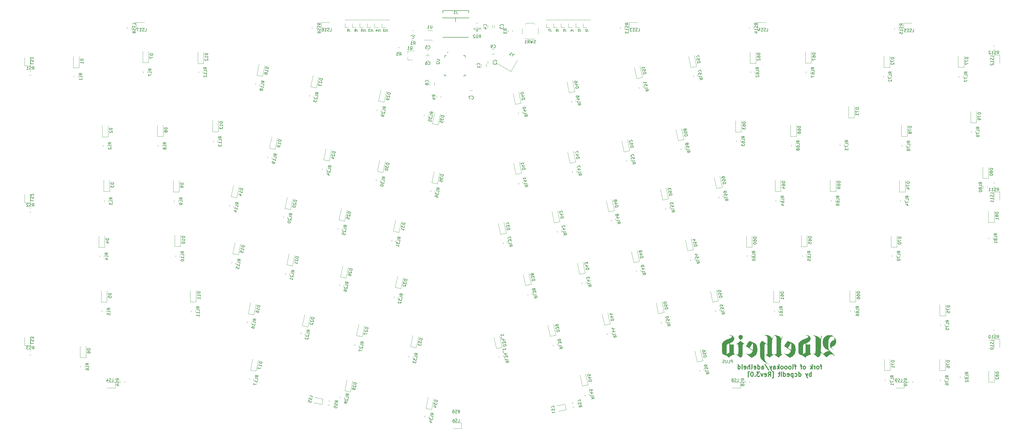
<source format=gbo>
G04 #@! TF.GenerationSoftware,KiCad,Pcbnew,(5.1.9-0-10_14)*
G04 #@! TF.CreationDate,2021-10-06T08:57:29-07:00*
G04 #@! TF.ProjectId,adelheid,6164656c-6865-4696-942e-6b696361645f,2.0*
G04 #@! TF.SameCoordinates,Original*
G04 #@! TF.FileFunction,Legend,Bot*
G04 #@! TF.FilePolarity,Positive*
%FSLAX46Y46*%
G04 Gerber Fmt 4.6, Leading zero omitted, Abs format (unit mm)*
G04 Created by KiCad (PCBNEW (5.1.9-0-10_14)) date 2021-10-06 08:57:29*
%MOMM*%
%LPD*%
G01*
G04 APERTURE LIST*
%ADD10C,0.150000*%
%ADD11C,0.300000*%
%ADD12C,0.127000*%
%ADD13C,0.200000*%
%ADD14C,0.120000*%
%ADD15C,0.100000*%
%ADD16C,4.089800*%
%ADD17C,3.150000*%
%ADD18C,1.852000*%
%ADD19C,2.007000*%
%ADD20C,2.352000*%
%ADD21C,2.102000*%
%ADD22C,0.752000*%
%ADD23O,1.002000X2.502000*%
%ADD24O,1.002000X1.802000*%
%ADD25C,4.502000*%
G04 APERTURE END LIST*
D10*
X270906666Y-143454380D02*
X270906666Y-142454380D01*
X270525714Y-142454380D01*
X270430476Y-142502000D01*
X270382857Y-142549619D01*
X270335238Y-142644857D01*
X270335238Y-142787714D01*
X270382857Y-142882952D01*
X270430476Y-142930571D01*
X270525714Y-142978190D01*
X270906666Y-142978190D01*
X269430476Y-143454380D02*
X269906666Y-143454380D01*
X269906666Y-142454380D01*
X269097142Y-142454380D02*
X269097142Y-143263904D01*
X269049523Y-143359142D01*
X269001904Y-143406761D01*
X268906666Y-143454380D01*
X268716190Y-143454380D01*
X268620952Y-143406761D01*
X268573333Y-143359142D01*
X268525714Y-143263904D01*
X268525714Y-142454380D01*
X268097142Y-143406761D02*
X267954285Y-143454380D01*
X267716190Y-143454380D01*
X267620952Y-143406761D01*
X267573333Y-143359142D01*
X267525714Y-143263904D01*
X267525714Y-143168666D01*
X267573333Y-143073428D01*
X267620952Y-143025809D01*
X267716190Y-142978190D01*
X267906666Y-142930571D01*
X268001904Y-142882952D01*
X268049523Y-142835333D01*
X268097142Y-142740095D01*
X268097142Y-142644857D01*
X268049523Y-142549619D01*
X268001904Y-142502000D01*
X267906666Y-142454380D01*
X267668571Y-142454380D01*
X267525714Y-142502000D01*
D11*
X301682714Y-144580571D02*
X301111285Y-144580571D01*
X301468428Y-145580571D02*
X301468428Y-144294857D01*
X301397000Y-144152000D01*
X301254142Y-144080571D01*
X301111285Y-144080571D01*
X300397000Y-145580571D02*
X300539857Y-145509142D01*
X300611285Y-145437714D01*
X300682714Y-145294857D01*
X300682714Y-144866285D01*
X300611285Y-144723428D01*
X300539857Y-144652000D01*
X300397000Y-144580571D01*
X300182714Y-144580571D01*
X300039857Y-144652000D01*
X299968428Y-144723428D01*
X299897000Y-144866285D01*
X299897000Y-145294857D01*
X299968428Y-145437714D01*
X300039857Y-145509142D01*
X300182714Y-145580571D01*
X300397000Y-145580571D01*
X299254142Y-145580571D02*
X299254142Y-144580571D01*
X299254142Y-144866285D02*
X299182714Y-144723428D01*
X299111285Y-144652000D01*
X298968428Y-144580571D01*
X298825571Y-144580571D01*
X298325571Y-145580571D02*
X298325571Y-144080571D01*
X298182714Y-145009142D02*
X297754142Y-145580571D01*
X297754142Y-144580571D02*
X298325571Y-145152000D01*
X295754142Y-145580571D02*
X295897000Y-145509142D01*
X295968428Y-145437714D01*
X296039857Y-145294857D01*
X296039857Y-144866285D01*
X295968428Y-144723428D01*
X295897000Y-144652000D01*
X295754142Y-144580571D01*
X295539857Y-144580571D01*
X295397000Y-144652000D01*
X295325571Y-144723428D01*
X295254142Y-144866285D01*
X295254142Y-145294857D01*
X295325571Y-145437714D01*
X295397000Y-145509142D01*
X295539857Y-145580571D01*
X295754142Y-145580571D01*
X294825571Y-144580571D02*
X294254142Y-144580571D01*
X294611285Y-145580571D02*
X294611285Y-144294857D01*
X294539857Y-144152000D01*
X294397000Y-144080571D01*
X294254142Y-144080571D01*
X292825571Y-144580571D02*
X292254142Y-144580571D01*
X292611285Y-145580571D02*
X292611285Y-144294857D01*
X292539857Y-144152000D01*
X292397000Y-144080571D01*
X292254142Y-144080571D01*
X291539857Y-145580571D02*
X291682714Y-145509142D01*
X291754142Y-145366285D01*
X291754142Y-144080571D01*
X290754142Y-145580571D02*
X290897000Y-145509142D01*
X290968428Y-145437714D01*
X291039857Y-145294857D01*
X291039857Y-144866285D01*
X290968428Y-144723428D01*
X290897000Y-144652000D01*
X290754142Y-144580571D01*
X290539857Y-144580571D01*
X290397000Y-144652000D01*
X290325571Y-144723428D01*
X290254142Y-144866285D01*
X290254142Y-145294857D01*
X290325571Y-145437714D01*
X290397000Y-145509142D01*
X290539857Y-145580571D01*
X290754142Y-145580571D01*
X289397000Y-145580571D02*
X289539857Y-145509142D01*
X289611285Y-145437714D01*
X289682714Y-145294857D01*
X289682714Y-144866285D01*
X289611285Y-144723428D01*
X289539857Y-144652000D01*
X289397000Y-144580571D01*
X289182714Y-144580571D01*
X289039857Y-144652000D01*
X288968428Y-144723428D01*
X288897000Y-144866285D01*
X288897000Y-145294857D01*
X288968428Y-145437714D01*
X289039857Y-145509142D01*
X289182714Y-145580571D01*
X289397000Y-145580571D01*
X288039857Y-145580571D02*
X288182714Y-145509142D01*
X288254142Y-145437714D01*
X288325571Y-145294857D01*
X288325571Y-144866285D01*
X288254142Y-144723428D01*
X288182714Y-144652000D01*
X288039857Y-144580571D01*
X287825571Y-144580571D01*
X287682714Y-144652000D01*
X287611285Y-144723428D01*
X287539857Y-144866285D01*
X287539857Y-145294857D01*
X287611285Y-145437714D01*
X287682714Y-145509142D01*
X287825571Y-145580571D01*
X288039857Y-145580571D01*
X286897000Y-145580571D02*
X286897000Y-144080571D01*
X286754142Y-145009142D02*
X286325571Y-145580571D01*
X286325571Y-144580571D02*
X286897000Y-145152000D01*
X285039857Y-145580571D02*
X285039857Y-144794857D01*
X285111285Y-144652000D01*
X285254142Y-144580571D01*
X285539857Y-144580571D01*
X285682714Y-144652000D01*
X285039857Y-145509142D02*
X285182714Y-145580571D01*
X285539857Y-145580571D01*
X285682714Y-145509142D01*
X285754142Y-145366285D01*
X285754142Y-145223428D01*
X285682714Y-145080571D01*
X285539857Y-145009142D01*
X285182714Y-145009142D01*
X285039857Y-144937714D01*
X284468428Y-144580571D02*
X284111285Y-145580571D01*
X283754142Y-144580571D02*
X284111285Y-145580571D01*
X284254142Y-145937714D01*
X284325571Y-146009142D01*
X284468428Y-146080571D01*
X282111285Y-144009142D02*
X283397000Y-145937714D01*
X280968428Y-145580571D02*
X280968428Y-144794857D01*
X281039857Y-144652000D01*
X281182714Y-144580571D01*
X281468428Y-144580571D01*
X281611285Y-144652000D01*
X280968428Y-145509142D02*
X281111285Y-145580571D01*
X281468428Y-145580571D01*
X281611285Y-145509142D01*
X281682714Y-145366285D01*
X281682714Y-145223428D01*
X281611285Y-145080571D01*
X281468428Y-145009142D01*
X281111285Y-145009142D01*
X280968428Y-144937714D01*
X279611285Y-145580571D02*
X279611285Y-144080571D01*
X279611285Y-145509142D02*
X279754142Y-145580571D01*
X280039857Y-145580571D01*
X280182714Y-145509142D01*
X280254142Y-145437714D01*
X280325571Y-145294857D01*
X280325571Y-144866285D01*
X280254142Y-144723428D01*
X280182714Y-144652000D01*
X280039857Y-144580571D01*
X279754142Y-144580571D01*
X279611285Y-144652000D01*
X278325571Y-145509142D02*
X278468428Y-145580571D01*
X278754142Y-145580571D01*
X278897000Y-145509142D01*
X278968428Y-145366285D01*
X278968428Y-144794857D01*
X278897000Y-144652000D01*
X278754142Y-144580571D01*
X278468428Y-144580571D01*
X278325571Y-144652000D01*
X278254142Y-144794857D01*
X278254142Y-144937714D01*
X278968428Y-145080571D01*
X277397000Y-145580571D02*
X277539857Y-145509142D01*
X277611285Y-145366285D01*
X277611285Y-144080571D01*
X276825571Y-145580571D02*
X276825571Y-144080571D01*
X276182714Y-145580571D02*
X276182714Y-144794857D01*
X276254142Y-144652000D01*
X276397000Y-144580571D01*
X276611285Y-144580571D01*
X276754142Y-144652000D01*
X276825571Y-144723428D01*
X274897000Y-145509142D02*
X275039857Y-145580571D01*
X275325571Y-145580571D01*
X275468428Y-145509142D01*
X275539857Y-145366285D01*
X275539857Y-144794857D01*
X275468428Y-144652000D01*
X275325571Y-144580571D01*
X275039857Y-144580571D01*
X274897000Y-144652000D01*
X274825571Y-144794857D01*
X274825571Y-144937714D01*
X275539857Y-145080571D01*
X274182714Y-145580571D02*
X274182714Y-144580571D01*
X274182714Y-144080571D02*
X274254142Y-144152000D01*
X274182714Y-144223428D01*
X274111285Y-144152000D01*
X274182714Y-144080571D01*
X274182714Y-144223428D01*
X272825571Y-145580571D02*
X272825571Y-144080571D01*
X272825571Y-145509142D02*
X272968428Y-145580571D01*
X273254142Y-145580571D01*
X273397000Y-145509142D01*
X273468428Y-145437714D01*
X273539857Y-145294857D01*
X273539857Y-144866285D01*
X273468428Y-144723428D01*
X273397000Y-144652000D01*
X273254142Y-144580571D01*
X272968428Y-144580571D01*
X272825571Y-144652000D01*
X298039857Y-148130571D02*
X298039857Y-146630571D01*
X298039857Y-147202000D02*
X297897000Y-147130571D01*
X297611285Y-147130571D01*
X297468428Y-147202000D01*
X297397000Y-147273428D01*
X297325571Y-147416285D01*
X297325571Y-147844857D01*
X297397000Y-147987714D01*
X297468428Y-148059142D01*
X297611285Y-148130571D01*
X297897000Y-148130571D01*
X298039857Y-148059142D01*
X296825571Y-147130571D02*
X296468428Y-148130571D01*
X296111285Y-147130571D02*
X296468428Y-148130571D01*
X296611285Y-148487714D01*
X296682714Y-148559142D01*
X296825571Y-148630571D01*
X293754142Y-148130571D02*
X293754142Y-146630571D01*
X293754142Y-148059142D02*
X293897000Y-148130571D01*
X294182714Y-148130571D01*
X294325571Y-148059142D01*
X294397000Y-147987714D01*
X294468428Y-147844857D01*
X294468428Y-147416285D01*
X294397000Y-147273428D01*
X294325571Y-147202000D01*
X294182714Y-147130571D01*
X293897000Y-147130571D01*
X293754142Y-147202000D01*
X292397000Y-148059142D02*
X292539857Y-148130571D01*
X292825571Y-148130571D01*
X292968428Y-148059142D01*
X293039857Y-147987714D01*
X293111285Y-147844857D01*
X293111285Y-147416285D01*
X293039857Y-147273428D01*
X292968428Y-147202000D01*
X292825571Y-147130571D01*
X292539857Y-147130571D01*
X292397000Y-147202000D01*
X291754142Y-147130571D02*
X291754142Y-148630571D01*
X291754142Y-147202000D02*
X291611285Y-147130571D01*
X291325571Y-147130571D01*
X291182714Y-147202000D01*
X291111285Y-147273428D01*
X291039857Y-147416285D01*
X291039857Y-147844857D01*
X291111285Y-147987714D01*
X291182714Y-148059142D01*
X291325571Y-148130571D01*
X291611285Y-148130571D01*
X291754142Y-148059142D01*
X289825571Y-148059142D02*
X289968428Y-148130571D01*
X290254142Y-148130571D01*
X290397000Y-148059142D01*
X290468428Y-147916285D01*
X290468428Y-147344857D01*
X290397000Y-147202000D01*
X290254142Y-147130571D01*
X289968428Y-147130571D01*
X289825571Y-147202000D01*
X289754142Y-147344857D01*
X289754142Y-147487714D01*
X290468428Y-147630571D01*
X288468428Y-148130571D02*
X288468428Y-146630571D01*
X288468428Y-148059142D02*
X288611285Y-148130571D01*
X288897000Y-148130571D01*
X289039857Y-148059142D01*
X289111285Y-147987714D01*
X289182714Y-147844857D01*
X289182714Y-147416285D01*
X289111285Y-147273428D01*
X289039857Y-147202000D01*
X288897000Y-147130571D01*
X288611285Y-147130571D01*
X288468428Y-147202000D01*
X287754142Y-148130571D02*
X287754142Y-147130571D01*
X287754142Y-146630571D02*
X287825571Y-146702000D01*
X287754142Y-146773428D01*
X287682714Y-146702000D01*
X287754142Y-146630571D01*
X287754142Y-146773428D01*
X287254142Y-147130571D02*
X286682714Y-147130571D01*
X287039857Y-146630571D02*
X287039857Y-147916285D01*
X286968428Y-148059142D01*
X286825571Y-148130571D01*
X286682714Y-148130571D01*
X284611285Y-148630571D02*
X284968428Y-148630571D01*
X284968428Y-146487714D01*
X284611285Y-146487714D01*
X283182714Y-148130571D02*
X283682714Y-147416285D01*
X284039857Y-148130571D02*
X284039857Y-146630571D01*
X283468428Y-146630571D01*
X283325571Y-146702000D01*
X283254142Y-146773428D01*
X283182714Y-146916285D01*
X283182714Y-147130571D01*
X283254142Y-147273428D01*
X283325571Y-147344857D01*
X283468428Y-147416285D01*
X284039857Y-147416285D01*
X281968428Y-148059142D02*
X282111285Y-148130571D01*
X282397000Y-148130571D01*
X282539857Y-148059142D01*
X282611285Y-147916285D01*
X282611285Y-147344857D01*
X282539857Y-147202000D01*
X282397000Y-147130571D01*
X282111285Y-147130571D01*
X281968428Y-147202000D01*
X281897000Y-147344857D01*
X281897000Y-147487714D01*
X282611285Y-147630571D01*
X281397000Y-147130571D02*
X281039857Y-148130571D01*
X280682714Y-147130571D01*
X280254142Y-146630571D02*
X279325571Y-146630571D01*
X279825571Y-147202000D01*
X279611285Y-147202000D01*
X279468428Y-147273428D01*
X279397000Y-147344857D01*
X279325571Y-147487714D01*
X279325571Y-147844857D01*
X279397000Y-147987714D01*
X279468428Y-148059142D01*
X279611285Y-148130571D01*
X280039857Y-148130571D01*
X280182714Y-148059142D01*
X280254142Y-147987714D01*
X278682714Y-147987714D02*
X278611285Y-148059142D01*
X278682714Y-148130571D01*
X278754142Y-148059142D01*
X278682714Y-147987714D01*
X278682714Y-148130571D01*
X277682714Y-146630571D02*
X277539857Y-146630571D01*
X277397000Y-146702000D01*
X277325571Y-146773428D01*
X277254142Y-146916285D01*
X277182714Y-147202000D01*
X277182714Y-147559142D01*
X277254142Y-147844857D01*
X277325571Y-147987714D01*
X277397000Y-148059142D01*
X277539857Y-148130571D01*
X277682714Y-148130571D01*
X277825571Y-148059142D01*
X277897000Y-147987714D01*
X277968428Y-147844857D01*
X278039857Y-147559142D01*
X278039857Y-147202000D01*
X277968428Y-146916285D01*
X277897000Y-146773428D01*
X277825571Y-146702000D01*
X277682714Y-146630571D01*
X276682714Y-148630571D02*
X276325571Y-148630571D01*
X276325571Y-146487714D01*
X276682714Y-146487714D01*
D12*
X171760000Y-37394000D02*
X172310000Y-37394000D01*
X178760000Y-37394000D02*
X178210000Y-37394000D01*
X171760000Y-44394000D02*
X172310000Y-44394000D01*
X178760000Y-44394000D02*
X178210000Y-44394000D01*
X171760000Y-37394000D02*
X171760000Y-37944000D01*
X178760000Y-37394000D02*
X178760000Y-37944000D01*
X171760000Y-44394000D02*
X171760000Y-43844000D01*
X178760000Y-44394000D02*
X178760000Y-43844000D01*
D13*
X172860000Y-36324000D02*
G75*
G03*
X172860000Y-36324000I-100000J0D01*
G01*
D14*
X182652936Y-28475000D02*
X183107064Y-28475000D01*
X182652936Y-29945000D02*
X183107064Y-29945000D01*
X182636936Y-26189000D02*
X183091064Y-26189000D01*
X182636936Y-27659000D02*
X183091064Y-27659000D01*
D10*
X170901700Y-24435000D02*
X180151700Y-24435000D01*
X171051700Y-31095000D02*
X180001700Y-31095000D01*
X180006700Y-22685000D02*
X180001700Y-21925000D01*
X171051700Y-21925000D02*
X180001700Y-21925000D01*
X171051700Y-21925000D02*
X171046700Y-22685000D01*
X175526700Y-24435000D02*
X175526700Y-25705000D01*
D14*
X191911534Y-141327415D02*
X191817115Y-140883211D01*
X190473657Y-141633045D02*
X190379238Y-141188841D01*
X191482334Y-138033608D02*
X189526039Y-138449432D01*
X189526039Y-138449432D02*
X188715183Y-134634656D01*
X191482334Y-138033608D02*
X190671478Y-134218833D01*
D15*
G36*
X273287137Y-133902528D02*
G01*
X273102342Y-134063427D01*
X272991195Y-134282183D01*
X272960430Y-134539067D01*
X273016784Y-134814352D01*
X273125663Y-135029330D01*
X273234722Y-135158821D01*
X273387354Y-135297415D01*
X273550673Y-135419688D01*
X273691789Y-135500214D01*
X273757953Y-135518153D01*
X273843574Y-135482773D01*
X273972072Y-135393482D01*
X274031520Y-135344018D01*
X274230878Y-135116930D01*
X274380553Y-134845142D01*
X274459431Y-134570847D01*
X274466450Y-134474751D01*
X274413946Y-134238707D01*
X274270359Y-134040933D01*
X274056582Y-133896193D01*
X273793506Y-133819253D01*
X273538842Y-133819213D01*
X273287137Y-133902528D01*
G37*
G36*
X304040150Y-133896078D02*
G01*
X303849815Y-133912612D01*
X303683632Y-133953581D01*
X303496525Y-134028668D01*
X303343993Y-134099567D01*
X302891915Y-134368713D01*
X302532021Y-134703511D01*
X302263853Y-135104956D01*
X302086954Y-135574042D01*
X302000866Y-136111765D01*
X302005131Y-136719119D01*
X302029059Y-136957960D01*
X302101359Y-137365286D01*
X302217802Y-137712725D01*
X302390510Y-138015105D01*
X302631608Y-138287259D01*
X302953222Y-138544016D01*
X303367476Y-138800206D01*
X303665750Y-138959927D01*
X304234522Y-139252086D01*
X303629269Y-139465066D01*
X303215851Y-139621119D01*
X302895632Y-139768871D01*
X302649182Y-139920163D01*
X302457075Y-140086839D01*
X302306340Y-140271458D01*
X302264365Y-140324562D01*
X302220191Y-140343374D01*
X302155429Y-140318476D01*
X302051689Y-140240448D01*
X301890579Y-140099873D01*
X301783061Y-140003453D01*
X301346697Y-139611359D01*
X301367804Y-137407436D01*
X301374195Y-136805191D01*
X301381689Y-136304510D01*
X301391648Y-135892541D01*
X301405436Y-135556435D01*
X301424418Y-135283340D01*
X301449957Y-135060407D01*
X301483418Y-134874784D01*
X301526163Y-134713622D01*
X301579556Y-134564069D01*
X301644963Y-134413275D01*
X301697292Y-134302856D01*
X301758652Y-134144393D01*
X301771299Y-134036149D01*
X301761549Y-134015144D01*
X301696796Y-134016744D01*
X301609970Y-134109043D01*
X301512176Y-134273240D01*
X301414518Y-134490535D01*
X301328100Y-134742128D01*
X301324154Y-134755685D01*
X301204185Y-135171624D01*
X300999856Y-134897932D01*
X300743054Y-134637305D01*
X300394179Y-134408052D01*
X299973357Y-134219142D01*
X299500714Y-134079541D01*
X298996376Y-133998217D01*
X298976357Y-133996351D01*
X298751492Y-133985368D01*
X298604726Y-133995625D01*
X298544014Y-134020908D01*
X298577310Y-134055001D01*
X298712570Y-134091690D01*
X298830454Y-134110346D01*
X299128069Y-134192496D01*
X299339212Y-134349038D01*
X299465140Y-134580922D01*
X299468372Y-134591605D01*
X299485645Y-134708899D01*
X299499101Y-134931649D01*
X299508767Y-135261448D01*
X299514669Y-135699889D01*
X299516831Y-136248566D01*
X299515279Y-136909071D01*
X299512654Y-137348784D01*
X299508162Y-137955998D01*
X299503732Y-138459506D01*
X299498836Y-138870014D01*
X299492946Y-139198229D01*
X299485534Y-139454857D01*
X299476072Y-139650604D01*
X299464033Y-139796178D01*
X299448889Y-139902284D01*
X299430113Y-139979629D01*
X299407175Y-140038920D01*
X299379550Y-140090863D01*
X299377292Y-140094730D01*
X299245305Y-140256555D01*
X299099724Y-140305848D01*
X298931950Y-140244030D01*
X298848899Y-140182009D01*
X298733711Y-140099767D01*
X298657923Y-140072708D01*
X298647127Y-140078952D01*
X298680245Y-140128045D01*
X298788123Y-140238959D01*
X298958071Y-140399737D01*
X299177399Y-140598426D01*
X299433414Y-140823068D01*
X299476323Y-140860095D01*
X299769918Y-141111937D01*
X299990552Y-141297370D01*
X300151475Y-141425203D01*
X300265939Y-141504249D01*
X300347193Y-141543318D01*
X300408489Y-141551222D01*
X300463077Y-141536771D01*
X300481750Y-141528656D01*
X300813404Y-141320367D01*
X301064248Y-141033541D01*
X301235663Y-140666043D01*
X301328453Y-140220899D01*
X301355832Y-140038547D01*
X301387436Y-139915018D01*
X301414407Y-139877982D01*
X301468961Y-139920000D01*
X301594025Y-140027217D01*
X301775812Y-140187470D01*
X302000536Y-140388596D01*
X302254409Y-140618433D01*
X302276117Y-140638198D01*
X302538042Y-140876011D01*
X302777709Y-141092162D01*
X302979692Y-141272851D01*
X303128562Y-141404280D01*
X303208894Y-141472649D01*
X303210013Y-141473526D01*
X303270453Y-141512519D01*
X303329241Y-141515403D01*
X303407067Y-141470552D01*
X303524623Y-141366335D01*
X303689832Y-141203858D01*
X304027694Y-140909101D01*
X304372482Y-140685823D01*
X304704954Y-140544393D01*
X305004908Y-140495180D01*
X305301677Y-140547341D01*
X305584432Y-140689176D01*
X305814138Y-140898717D01*
X305875482Y-140985123D01*
X305970782Y-141114049D01*
X306039875Y-141143545D01*
X306063713Y-141128458D01*
X306070352Y-141045967D01*
X306006618Y-140902182D01*
X305885550Y-140714127D01*
X305720186Y-140498823D01*
X305523566Y-140273293D01*
X305308728Y-140054557D01*
X305096988Y-139866390D01*
X304734417Y-139563921D01*
X304453420Y-139307900D01*
X304243694Y-139076590D01*
X304094935Y-138848257D01*
X303996838Y-138601164D01*
X303939100Y-138313577D01*
X303911416Y-137963759D01*
X303903482Y-137529974D01*
X303903477Y-137348784D01*
X303920900Y-136651041D01*
X303970922Y-136057466D01*
X304055534Y-135561984D01*
X304176729Y-135158518D01*
X304336499Y-134840992D01*
X304536836Y-134603329D01*
X304779732Y-134439454D01*
X304870219Y-134400283D01*
X305181069Y-134336782D01*
X305484859Y-134374776D01*
X305756783Y-134506301D01*
X305972032Y-134723391D01*
X305997544Y-134762269D01*
X306082898Y-134993210D01*
X306057850Y-135223321D01*
X305926251Y-135445732D01*
X305691953Y-135653571D01*
X305405610Y-135818132D01*
X305035235Y-136051541D01*
X304757298Y-136352080D01*
X304572806Y-136718093D01*
X304482768Y-137147925D01*
X304473354Y-137348784D01*
X304481418Y-137612128D01*
X304514475Y-137810293D01*
X304582066Y-137991464D01*
X304613135Y-138054874D01*
X304847546Y-138394035D01*
X305169938Y-138663696D01*
X305583087Y-138865982D01*
X305744491Y-138919717D01*
X305852307Y-138938572D01*
X305874405Y-138913058D01*
X305822361Y-138859011D01*
X305707752Y-138792264D01*
X305625655Y-138757174D01*
X305369174Y-138626548D01*
X305172008Y-138461472D01*
X305052639Y-138281379D01*
X305026495Y-138127193D01*
X305051711Y-138016317D01*
X305119908Y-137940757D01*
X305260592Y-137872710D01*
X305320923Y-137849760D01*
X305756500Y-137634661D01*
X306110112Y-137346341D01*
X306375400Y-136993606D01*
X306546006Y-136585261D01*
X306615571Y-136130112D01*
X306616901Y-136055043D01*
X306561684Y-135607716D01*
X306403965Y-135178577D01*
X306155640Y-134783969D01*
X305828606Y-134440237D01*
X305434762Y-134163723D01*
X305138240Y-134023739D01*
X304904755Y-133950337D01*
X304649025Y-133909528D01*
X304327344Y-133894564D01*
X304299711Y-133894299D01*
X304040150Y-133896078D01*
G37*
G36*
X269820301Y-133871288D02*
G01*
X269766727Y-133903147D01*
X269789804Y-133949765D01*
X269862580Y-133976920D01*
X270005819Y-134005519D01*
X270071073Y-134014853D01*
X270362942Y-134079257D01*
X270570499Y-134182745D01*
X270685147Y-134317697D01*
X270698291Y-134476492D01*
X270671937Y-134547537D01*
X270583225Y-134672475D01*
X270438421Y-134789720D01*
X270222702Y-134907702D01*
X269921244Y-135034853D01*
X269624668Y-135143158D01*
X269016736Y-135372950D01*
X268515211Y-135601567D01*
X268112253Y-135834016D01*
X267800020Y-136075299D01*
X267570672Y-136330422D01*
X267449500Y-136531483D01*
X267286946Y-136862523D01*
X267286946Y-138435721D01*
X267288319Y-138938897D01*
X267292798Y-139339640D01*
X267300921Y-139649905D01*
X267313227Y-139881645D01*
X267330253Y-140046813D01*
X267352540Y-140157363D01*
X267366301Y-140197029D01*
X267491109Y-140373321D01*
X267715224Y-140539323D01*
X268044315Y-140698621D01*
X268323828Y-140802524D01*
X268714911Y-140949093D01*
X269018123Y-141096536D01*
X269259225Y-141259092D01*
X269427882Y-141412863D01*
X269552977Y-141537432D01*
X269643636Y-141619685D01*
X269672982Y-141639325D01*
X269724352Y-141601445D01*
X269818037Y-141508240D01*
X269836996Y-141487775D01*
X270024397Y-141320699D01*
X270286733Y-141136046D01*
X270590759Y-140953494D01*
X270903232Y-140792721D01*
X271190906Y-140673407D01*
X271240871Y-140656778D01*
X271488176Y-140566781D01*
X271627076Y-140488214D01*
X271656028Y-140422541D01*
X271573489Y-140371220D01*
X271549572Y-140364370D01*
X271483989Y-140335381D01*
X271431982Y-140278557D01*
X271392037Y-140181940D01*
X271362634Y-140033571D01*
X271342259Y-139821492D01*
X271329395Y-139533743D01*
X271322524Y-139158368D01*
X271320131Y-138683406D01*
X271320054Y-138554643D01*
X271320054Y-138373968D01*
X269775459Y-138373968D01*
X269775459Y-139971225D01*
X269604517Y-140008770D01*
X269471677Y-140067359D01*
X269300774Y-140181228D01*
X269161161Y-140297080D01*
X269019671Y-140425780D01*
X268916139Y-140517042D01*
X268874446Y-140550116D01*
X268870702Y-140495962D01*
X268867323Y-140342009D01*
X268864445Y-140102875D01*
X268862200Y-139793174D01*
X268860723Y-139427524D01*
X268860147Y-139020541D01*
X268860144Y-138987649D01*
X268860418Y-138523511D01*
X268861943Y-138159549D01*
X268865777Y-137881526D01*
X268872973Y-137675204D01*
X268884590Y-137526344D01*
X268901682Y-137420710D01*
X268925306Y-137344062D01*
X268956517Y-137282164D01*
X268990552Y-137229399D01*
X269126693Y-137077509D01*
X269309973Y-136934624D01*
X269501623Y-136826320D01*
X269662875Y-136778171D01*
X269675347Y-136777653D01*
X269704803Y-136784194D01*
X269727864Y-136812681D01*
X269745306Y-136875486D01*
X269757904Y-136984977D01*
X269766435Y-137153525D01*
X269771673Y-137393500D01*
X269774396Y-137717271D01*
X269775378Y-138137209D01*
X269775459Y-138373968D01*
X271320054Y-138373968D01*
X271320054Y-137079211D01*
X271023639Y-137137819D01*
X270765929Y-137162948D01*
X270503025Y-137145440D01*
X270259508Y-137092421D01*
X270059961Y-137011016D01*
X269928964Y-136908351D01*
X269889874Y-136809179D01*
X269938572Y-136756459D01*
X270066830Y-136677681D01*
X270247891Y-136589069D01*
X270265970Y-136581119D01*
X270585722Y-136407686D01*
X270891541Y-136180762D01*
X271153683Y-135926369D01*
X271342403Y-135670528D01*
X271373092Y-135612576D01*
X271478174Y-135274793D01*
X271476327Y-134937170D01*
X271373522Y-134618416D01*
X271175729Y-134337242D01*
X270895560Y-134116225D01*
X270733240Y-134039538D01*
X270535729Y-133972917D01*
X270324354Y-133919571D01*
X270120440Y-133882710D01*
X269945314Y-133865546D01*
X269820301Y-133871288D01*
G37*
G36*
X285105794Y-133848153D02*
G01*
X285159789Y-133899089D01*
X285276326Y-133954424D01*
X285346666Y-133976479D01*
X285633801Y-134109650D01*
X285853454Y-134329737D01*
X285993573Y-134623565D01*
X286014710Y-134706751D01*
X286030407Y-134838397D01*
X286044000Y-135067347D01*
X286055479Y-135378870D01*
X286064834Y-135758237D01*
X286072053Y-136190717D01*
X286077127Y-136661581D01*
X286080046Y-137156097D01*
X286080800Y-137659536D01*
X286079377Y-138157168D01*
X286075769Y-138634263D01*
X286069964Y-139076089D01*
X286061953Y-139467918D01*
X286051725Y-139795019D01*
X286039270Y-140042662D01*
X286024578Y-140196117D01*
X286018546Y-140226170D01*
X285926592Y-140414956D01*
X285775555Y-140513505D01*
X285556759Y-140525615D01*
X285401686Y-140496126D01*
X285246489Y-140462957D01*
X285144747Y-140452278D01*
X285126703Y-140456399D01*
X285159674Y-140495586D01*
X285268387Y-140577664D01*
X285430754Y-140686193D01*
X285462603Y-140706406D01*
X285677016Y-140850196D01*
X285933243Y-141034838D01*
X286185784Y-141227244D01*
X286259665Y-141286080D01*
X286450675Y-141436251D01*
X286610083Y-141554106D01*
X286716307Y-141624087D01*
X286745926Y-141636615D01*
X286805725Y-141598624D01*
X286928149Y-141498334D01*
X287093227Y-141352623D01*
X287219490Y-141236361D01*
X287430161Y-141050543D01*
X287641747Y-140882863D01*
X287821772Y-140758310D01*
X287891675Y-140719103D01*
X288063720Y-140621986D01*
X288129834Y-140550246D01*
X288088895Y-140507061D01*
X287970595Y-140495180D01*
X287887391Y-140493096D01*
X287818702Y-140480172D01*
X287763137Y-140446401D01*
X287719304Y-140381776D01*
X287685813Y-140276289D01*
X287661272Y-140119934D01*
X287644290Y-139902703D01*
X287633475Y-139614590D01*
X287627437Y-139245586D01*
X287624784Y-138785685D01*
X287624125Y-138224879D01*
X287624108Y-138002894D01*
X287624498Y-137430466D01*
X287626005Y-136960352D01*
X287629136Y-136580453D01*
X287634400Y-136278672D01*
X287642303Y-136042909D01*
X287653352Y-135861065D01*
X287668055Y-135721043D01*
X287686919Y-135610743D01*
X287710451Y-135518067D01*
X287730963Y-135454314D01*
X287842538Y-135171183D01*
X287983488Y-134871391D01*
X288130840Y-134601297D01*
X288228198Y-134450970D01*
X288276971Y-134350379D01*
X288265843Y-134295896D01*
X288199518Y-134318304D01*
X288094891Y-134430033D01*
X287962833Y-134617095D01*
X287814211Y-134865502D01*
X287791926Y-134905794D01*
X287641652Y-135180146D01*
X287543727Y-134923733D01*
X287410918Y-134672855D01*
X287213780Y-134462080D01*
X286941487Y-134285246D01*
X286583213Y-134136187D01*
X286128131Y-134008740D01*
X285822081Y-133943562D01*
X285589593Y-133898048D01*
X285387216Y-133857928D01*
X285252132Y-133830585D01*
X285235707Y-133827139D01*
X285126911Y-133818531D01*
X285105794Y-133848153D01*
G37*
G36*
X296135617Y-133871288D02*
G01*
X296082043Y-133903147D01*
X296105119Y-133949765D01*
X296177896Y-133976920D01*
X296321134Y-134005519D01*
X296386388Y-134014853D01*
X296678257Y-134079257D01*
X296885814Y-134182745D01*
X297000463Y-134317697D01*
X297013606Y-134476492D01*
X296987252Y-134547537D01*
X296898540Y-134672475D01*
X296753737Y-134789720D01*
X296538018Y-134907702D01*
X296236560Y-135034853D01*
X295939983Y-135143158D01*
X295332052Y-135372950D01*
X294830527Y-135601567D01*
X294427568Y-135834016D01*
X294115335Y-136075299D01*
X293885987Y-136330422D01*
X293764815Y-136531483D01*
X293602261Y-136862523D01*
X293602261Y-138435721D01*
X293603634Y-138938897D01*
X293608113Y-139339640D01*
X293616236Y-139649905D01*
X293628542Y-139881645D01*
X293645569Y-140046813D01*
X293667855Y-140157363D01*
X293681616Y-140197029D01*
X293806424Y-140373321D01*
X294030539Y-140539323D01*
X294359630Y-140698621D01*
X294639143Y-140802524D01*
X295030226Y-140949093D01*
X295333438Y-141096536D01*
X295574540Y-141259092D01*
X295743198Y-141412863D01*
X295868292Y-141537432D01*
X295958951Y-141619685D01*
X295988297Y-141639325D01*
X296039668Y-141601445D01*
X296133352Y-141508240D01*
X296152312Y-141487775D01*
X296339713Y-141320699D01*
X296602048Y-141136046D01*
X296906075Y-140953494D01*
X297218547Y-140792721D01*
X297506222Y-140673407D01*
X297556186Y-140656778D01*
X297803492Y-140566781D01*
X297942391Y-140488214D01*
X297971343Y-140422541D01*
X297888804Y-140371220D01*
X297864887Y-140364370D01*
X297799304Y-140335381D01*
X297747298Y-140278557D01*
X297707352Y-140181940D01*
X297677950Y-140033571D01*
X297657575Y-139821492D01*
X297644710Y-139533743D01*
X297637840Y-139158368D01*
X297635446Y-138683406D01*
X297635369Y-138554643D01*
X297635369Y-138373968D01*
X296090775Y-138373968D01*
X296090775Y-139971225D01*
X295919832Y-140008770D01*
X295786992Y-140067359D01*
X295616089Y-140181228D01*
X295476476Y-140297080D01*
X295334986Y-140425780D01*
X295231455Y-140517042D01*
X295189761Y-140550116D01*
X295186017Y-140495962D01*
X295182639Y-140342009D01*
X295179760Y-140102875D01*
X295177516Y-139793174D01*
X295176039Y-139427524D01*
X295175463Y-139020541D01*
X295175459Y-138987649D01*
X295175733Y-138523511D01*
X295177259Y-138159549D01*
X295181092Y-137881526D01*
X295188289Y-137675204D01*
X295199905Y-137526344D01*
X295216997Y-137420710D01*
X295240621Y-137344062D01*
X295271833Y-137282164D01*
X295305867Y-137229399D01*
X295442008Y-137077509D01*
X295625288Y-136934624D01*
X295816938Y-136826320D01*
X295978190Y-136778171D01*
X295990662Y-136777653D01*
X296020118Y-136784194D01*
X296043179Y-136812681D01*
X296060621Y-136875486D01*
X296073219Y-136984977D01*
X296081750Y-137153525D01*
X296086989Y-137393500D01*
X296089711Y-137717271D01*
X296090694Y-138137209D01*
X296090775Y-138373968D01*
X297635369Y-138373968D01*
X297635369Y-137079211D01*
X297338955Y-137137819D01*
X297081244Y-137162948D01*
X296818340Y-137145440D01*
X296574823Y-137092421D01*
X296375276Y-137011016D01*
X296244279Y-136908351D01*
X296205189Y-136809179D01*
X296253887Y-136756459D01*
X296382145Y-136677681D01*
X296563206Y-136589069D01*
X296581286Y-136581119D01*
X296901038Y-136407686D01*
X297206856Y-136180762D01*
X297468998Y-135926369D01*
X297657719Y-135670528D01*
X297688408Y-135612576D01*
X297793490Y-135274793D01*
X297791642Y-134937170D01*
X297688837Y-134618416D01*
X297491044Y-134337242D01*
X297210876Y-134116225D01*
X297048555Y-134039538D01*
X296851044Y-133972917D01*
X296639669Y-133919571D01*
X296435756Y-133882710D01*
X296260630Y-133865546D01*
X296135617Y-133871288D01*
G37*
G36*
X273301009Y-136149607D02*
G01*
X273089957Y-136347073D01*
X272852494Y-136542083D01*
X272638372Y-136693904D01*
X272629301Y-136699550D01*
X272424421Y-136834291D01*
X272319864Y-136926125D01*
X272312372Y-136980745D01*
X272398691Y-137003844D01*
X272454226Y-137005541D01*
X272631654Y-137056680D01*
X272754564Y-137153053D01*
X272798192Y-137202100D01*
X272831750Y-137254622D01*
X272856782Y-137325613D01*
X272874832Y-137430066D01*
X272887444Y-137582974D01*
X272896161Y-137799330D01*
X272902529Y-138094129D01*
X272908090Y-138482362D01*
X272910428Y-138666561D01*
X272914663Y-139175148D01*
X272912101Y-139581685D01*
X272901097Y-139898424D01*
X272880008Y-140137613D01*
X272847192Y-140311501D01*
X272801005Y-140432339D01*
X272739805Y-140512375D01*
X272661948Y-140563860D01*
X272655546Y-140566841D01*
X272527836Y-140602456D01*
X272402058Y-140569220D01*
X272339160Y-140535695D01*
X272188521Y-140456763D01*
X272129792Y-140445651D01*
X272163001Y-140502406D01*
X272288171Y-140627075D01*
X272478785Y-140796789D01*
X272815368Y-141087045D01*
X273078530Y-141308529D01*
X273280956Y-141467810D01*
X273435332Y-141571456D01*
X273554343Y-141626038D01*
X273650675Y-141638124D01*
X273737012Y-141614284D01*
X273826041Y-141561087D01*
X273879866Y-141522345D01*
X274009123Y-141416610D01*
X274115692Y-141299505D01*
X274201711Y-141159407D01*
X274269319Y-140984695D01*
X274320655Y-140763748D01*
X274357859Y-140484943D01*
X274383069Y-140136660D01*
X274398424Y-139707276D01*
X274406063Y-139185171D01*
X274408093Y-138652261D01*
X274408740Y-138184937D01*
X274410538Y-137818990D01*
X274414408Y-137541382D01*
X274421271Y-137339076D01*
X274432049Y-137199034D01*
X274447662Y-137108219D01*
X274469033Y-137053594D01*
X274497082Y-137022120D01*
X274524491Y-137005095D01*
X274677197Y-136972184D01*
X274851710Y-137001944D01*
X275027144Y-137032293D01*
X275111048Y-137010727D01*
X275096458Y-136949634D01*
X274976410Y-136861400D01*
X274941254Y-136842666D01*
X274716670Y-136708184D01*
X274445755Y-136515646D01*
X274161138Y-136289795D01*
X273895450Y-136055374D01*
X273865297Y-136026799D01*
X273635991Y-135807503D01*
X273301009Y-136149607D01*
G37*
G36*
X276642774Y-135935674D02*
G01*
X276552293Y-136060367D01*
X276426016Y-136245591D01*
X276275767Y-136472854D01*
X276113365Y-136723667D01*
X275950633Y-136979540D01*
X275799390Y-137221981D01*
X275671458Y-137432501D01*
X275578658Y-137592609D01*
X275532811Y-137683816D01*
X275530361Y-137697062D01*
X275581670Y-137736154D01*
X275715917Y-137827876D01*
X275919595Y-137963298D01*
X276179202Y-138133488D01*
X276481232Y-138329517D01*
X276698257Y-138469359D01*
X277059632Y-138702061D01*
X277335638Y-138882154D01*
X277537337Y-139018611D01*
X277675788Y-139120405D01*
X277762053Y-139196507D01*
X277807190Y-139255891D01*
X277822262Y-139307529D01*
X277818327Y-139360394D01*
X277815504Y-139375715D01*
X277766421Y-139527599D01*
X277680544Y-139714134D01*
X277639530Y-139788528D01*
X277404292Y-140087173D01*
X277110997Y-140299680D01*
X276779258Y-140423048D01*
X276428690Y-140454275D01*
X276078906Y-140390362D01*
X275749521Y-140228307D01*
X275590403Y-140102042D01*
X275487257Y-140013207D01*
X275445645Y-140001120D01*
X275447295Y-140060541D01*
X275447385Y-140061029D01*
X275497397Y-140127785D01*
X275626087Y-140251812D01*
X275820489Y-140421884D01*
X276067634Y-140626773D01*
X276354555Y-140855256D01*
X276455137Y-140933439D01*
X276743990Y-141156073D01*
X277000751Y-141352895D01*
X277212233Y-141513885D01*
X277365251Y-141629024D01*
X277446617Y-141688293D01*
X277456263Y-141694114D01*
X277511866Y-141672704D01*
X277642399Y-141619592D01*
X277784468Y-141560856D01*
X278285221Y-141303411D01*
X278694731Y-140982448D01*
X279021951Y-140589693D01*
X279225565Y-140228711D01*
X279359606Y-139847361D01*
X279444696Y-139392781D01*
X279479764Y-138895655D01*
X279463738Y-138386667D01*
X279395547Y-137896504D01*
X279363429Y-137768303D01*
X277956090Y-137768303D01*
X277955032Y-138130997D01*
X277952072Y-138451811D01*
X277947529Y-138714292D01*
X277941722Y-138901986D01*
X277934972Y-138998440D01*
X277932018Y-139007793D01*
X277876135Y-138979783D01*
X277745251Y-138904402D01*
X277561571Y-138794625D01*
X277431455Y-138715312D01*
X277217993Y-138581826D01*
X277036701Y-138463945D01*
X276913326Y-138378632D01*
X276879198Y-138351467D01*
X276861331Y-138309556D01*
X276876337Y-138235635D01*
X276930878Y-138116762D01*
X277031611Y-137939996D01*
X277185197Y-137692394D01*
X277352406Y-137431814D01*
X277531524Y-137155842D01*
X277689310Y-136914264D01*
X277815238Y-136723071D01*
X277898784Y-136598255D01*
X277928735Y-136556169D01*
X277936721Y-136602388D01*
X277943788Y-136747048D01*
X277949576Y-136974174D01*
X277953724Y-137267794D01*
X277955871Y-137611935D01*
X277956090Y-137768303D01*
X279363429Y-137768303D01*
X279317858Y-137586411D01*
X279240757Y-137370776D01*
X279144750Y-137188688D01*
X279015790Y-137028967D01*
X278839828Y-136880434D01*
X278602817Y-136731912D01*
X278290708Y-136572221D01*
X277889454Y-136390182D01*
X277725200Y-136319054D01*
X277410979Y-136184985D01*
X277132995Y-136068037D01*
X276908237Y-135975224D01*
X276753697Y-135913557D01*
X276686363Y-135890049D01*
X276685641Y-135890000D01*
X276642774Y-135935674D01*
G37*
G36*
X289800432Y-135935674D02*
G01*
X289709950Y-136060367D01*
X289583674Y-136245591D01*
X289433425Y-136472854D01*
X289271023Y-136723667D01*
X289108290Y-136979540D01*
X288957047Y-137221981D01*
X288829115Y-137432501D01*
X288736315Y-137592609D01*
X288690468Y-137683816D01*
X288688019Y-137697062D01*
X288739328Y-137736154D01*
X288873574Y-137827876D01*
X289077253Y-137963298D01*
X289336860Y-138133488D01*
X289638890Y-138329517D01*
X289855915Y-138469359D01*
X290217289Y-138702061D01*
X290493296Y-138882154D01*
X290694994Y-139018611D01*
X290833446Y-139120405D01*
X290919710Y-139196507D01*
X290964848Y-139255891D01*
X290979919Y-139307529D01*
X290975985Y-139360394D01*
X290973162Y-139375715D01*
X290924079Y-139527599D01*
X290838201Y-139714134D01*
X290797187Y-139788528D01*
X290561949Y-140087173D01*
X290268654Y-140299680D01*
X289936916Y-140423048D01*
X289586348Y-140454275D01*
X289236564Y-140390362D01*
X288907178Y-140228307D01*
X288748060Y-140102042D01*
X288644915Y-140013207D01*
X288603302Y-140001120D01*
X288604952Y-140060541D01*
X288605042Y-140061029D01*
X288655054Y-140127785D01*
X288783745Y-140251812D01*
X288978146Y-140421884D01*
X289225291Y-140626773D01*
X289512213Y-140855256D01*
X289612795Y-140933439D01*
X289901648Y-141156073D01*
X290158409Y-141352895D01*
X290369891Y-141513885D01*
X290522908Y-141629024D01*
X290604275Y-141688293D01*
X290613921Y-141694114D01*
X290669523Y-141672704D01*
X290800057Y-141619592D01*
X290942126Y-141560856D01*
X291442878Y-141303411D01*
X291852389Y-140982448D01*
X292179609Y-140589693D01*
X292383223Y-140228711D01*
X292517263Y-139847361D01*
X292602353Y-139392781D01*
X292637422Y-138895655D01*
X292621396Y-138386667D01*
X292553205Y-137896504D01*
X292521086Y-137768303D01*
X291113748Y-137768303D01*
X291112690Y-138130997D01*
X291109730Y-138451811D01*
X291105186Y-138714292D01*
X291099380Y-138901986D01*
X291092629Y-138998440D01*
X291089675Y-139007793D01*
X291033793Y-138979783D01*
X290902909Y-138904402D01*
X290719228Y-138794625D01*
X290589112Y-138715312D01*
X290375650Y-138581826D01*
X290194359Y-138463945D01*
X290070984Y-138378632D01*
X290036856Y-138351467D01*
X290018988Y-138309556D01*
X290033995Y-138235635D01*
X290088536Y-138116762D01*
X290189269Y-137939996D01*
X290342855Y-137692394D01*
X290510064Y-137431814D01*
X290689182Y-137155842D01*
X290846967Y-136914264D01*
X290972896Y-136723071D01*
X291056441Y-136598255D01*
X291086392Y-136556169D01*
X291094378Y-136602388D01*
X291101446Y-136747048D01*
X291107233Y-136974174D01*
X291111381Y-137267794D01*
X291113529Y-137611935D01*
X291113748Y-137768303D01*
X292521086Y-137768303D01*
X292475515Y-137586411D01*
X292398415Y-137370776D01*
X292302408Y-137188688D01*
X292173448Y-137028967D01*
X291997486Y-136880434D01*
X291760475Y-136731912D01*
X291448366Y-136572221D01*
X291047112Y-136390182D01*
X290882858Y-136319054D01*
X290568637Y-136184985D01*
X290290652Y-136068037D01*
X290065895Y-135975224D01*
X289911354Y-135913557D01*
X289844021Y-135890049D01*
X289843298Y-135890000D01*
X289800432Y-135935674D01*
G37*
G36*
X281936720Y-133810049D02*
G01*
X281789172Y-133831656D01*
X281739810Y-133862669D01*
X281793683Y-133898996D01*
X281955842Y-133936545D01*
X282002157Y-133943908D01*
X282329127Y-134028568D01*
X282613881Y-134169931D01*
X282790099Y-134316597D01*
X282826955Y-134364321D01*
X282855326Y-134425746D01*
X282876600Y-134515979D01*
X282892162Y-134650123D01*
X282903399Y-134843285D01*
X282911698Y-135110571D01*
X282918444Y-135467085D01*
X282922768Y-135762034D01*
X282941022Y-137081087D01*
X282779750Y-136975459D01*
X282676702Y-136905019D01*
X282502020Y-136782503D01*
X282276814Y-136622838D01*
X282022191Y-136440950D01*
X281911385Y-136361399D01*
X281660186Y-136182315D01*
X281438383Y-136027071D01*
X281264073Y-135908113D01*
X281155352Y-135837887D01*
X281131515Y-135825040D01*
X281052875Y-135851219D01*
X280936392Y-135957910D01*
X280798481Y-136124892D01*
X280655555Y-136331944D01*
X280524026Y-136558846D01*
X280503730Y-136598438D01*
X280349113Y-136906425D01*
X280355916Y-138943253D01*
X280358970Y-139543797D01*
X280364698Y-140042703D01*
X280374520Y-140452742D01*
X280389857Y-140786683D01*
X280412128Y-141057297D01*
X280442753Y-141277354D01*
X280483151Y-141459624D01*
X280534744Y-141616876D01*
X280598950Y-141761881D01*
X280677191Y-141907409D01*
X280687501Y-141925361D01*
X280958011Y-142306134D01*
X281325381Y-142688847D01*
X281773140Y-143059722D01*
X282284819Y-143404980D01*
X282790099Y-143684285D01*
X283090932Y-143830221D01*
X283302480Y-143922480D01*
X283434558Y-143964563D01*
X283496984Y-143959970D01*
X283505189Y-143939321D01*
X283457581Y-143889768D01*
X283332202Y-143809064D01*
X283155223Y-143713883D01*
X283137822Y-143705258D01*
X282768855Y-143470355D01*
X282440715Y-143159640D01*
X282181404Y-142802816D01*
X282066396Y-142568751D01*
X282033373Y-142482586D01*
X282006279Y-142397682D01*
X281984403Y-142301937D01*
X281967037Y-142183251D01*
X281953474Y-142029521D01*
X281943003Y-141828649D01*
X281934918Y-141568531D01*
X281928509Y-141237068D01*
X281923067Y-140822159D01*
X281917885Y-140311702D01*
X281914839Y-139980316D01*
X281909713Y-139333980D01*
X281907405Y-138792111D01*
X281908466Y-138344780D01*
X281913444Y-137982064D01*
X281922889Y-137694034D01*
X281937350Y-137470765D01*
X281957376Y-137302332D01*
X281983516Y-137178806D01*
X282016320Y-137090263D01*
X282056338Y-137026777D01*
X282079713Y-137000837D01*
X282199306Y-136915158D01*
X282331310Y-136903161D01*
X282500234Y-136967736D01*
X282669188Y-137070332D01*
X282939740Y-137249539D01*
X282922127Y-138820285D01*
X282904513Y-140391032D01*
X282763644Y-140505023D01*
X282577928Y-140593003D01*
X282463306Y-140595608D01*
X282340037Y-140590735D01*
X282317145Y-140628192D01*
X282395695Y-140709872D01*
X282576749Y-140837671D01*
X282611940Y-140860376D01*
X282811773Y-140998216D01*
X283048039Y-141175687D01*
X283271963Y-141356062D01*
X283286762Y-141368565D01*
X283653482Y-141679664D01*
X283968772Y-141387760D01*
X284188746Y-141203252D01*
X284442053Y-141018498D01*
X284636618Y-140895631D01*
X284852637Y-140759398D01*
X284965781Y-140655560D01*
X284974768Y-140586457D01*
X284878313Y-140554426D01*
X284825041Y-140552388D01*
X284741049Y-140552041D01*
X284671547Y-140544432D01*
X284615243Y-140519708D01*
X284570850Y-140468015D01*
X284537077Y-140379499D01*
X284512636Y-140244307D01*
X284496237Y-140052586D01*
X284486590Y-139794482D01*
X284482407Y-139460142D01*
X284482397Y-139039712D01*
X284485272Y-138523339D01*
X284489137Y-137985402D01*
X284506315Y-135603964D01*
X284686814Y-135158819D01*
X284791443Y-134921864D01*
X284903557Y-134701118D01*
X285001625Y-134538453D01*
X285015984Y-134518755D01*
X285095283Y-134393617D01*
X285120405Y-134307359D01*
X285111594Y-134291043D01*
X285043756Y-134313607D01*
X284937084Y-134433061D01*
X284797851Y-134641147D01*
X284647292Y-134902126D01*
X284490926Y-135188064D01*
X284425422Y-134989585D01*
X284267379Y-134685423D01*
X284013197Y-134412870D01*
X283678774Y-134180326D01*
X283280004Y-133996189D01*
X282832786Y-133868856D01*
X282353014Y-133806726D01*
X282177404Y-133801937D01*
X281936720Y-133810049D01*
G37*
D14*
X63702000Y-28210252D02*
X63702000Y-27687748D01*
X62282000Y-28210252D02*
X62282000Y-27687748D01*
X127456000Y-28201252D02*
X127456000Y-27678748D01*
X126036000Y-28201252D02*
X126036000Y-27678748D01*
X328125000Y-28455252D02*
X328125000Y-27932748D01*
X326705000Y-28455252D02*
X326705000Y-27932748D01*
X278078000Y-28201252D02*
X278078000Y-27678748D01*
X276658000Y-28201252D02*
X276658000Y-27678748D01*
X233628000Y-28201252D02*
X233628000Y-27678748D01*
X232208000Y-28201252D02*
X232208000Y-27678748D01*
X360663748Y-35508000D02*
X361186252Y-35508000D01*
X360663748Y-34088000D02*
X361186252Y-34088000D01*
X360663748Y-82752000D02*
X361186252Y-82752000D01*
X360663748Y-81332000D02*
X361186252Y-81332000D01*
X360663748Y-133552000D02*
X361186252Y-133552000D01*
X360663748Y-132132000D02*
X361186252Y-132132000D01*
X331522000Y-149843748D02*
X331522000Y-150366252D01*
X332942000Y-149843748D02*
X332942000Y-150366252D01*
X275388000Y-149852748D02*
X275388000Y-150375252D01*
X276808000Y-149852748D02*
X276808000Y-150375252D01*
X216007926Y-157239198D02*
X215496840Y-157347833D01*
X216303160Y-158628167D02*
X215792074Y-158736802D01*
X175388748Y-162508000D02*
X175911252Y-162508000D01*
X175388748Y-161088000D02*
X175911252Y-161088000D01*
X132242559Y-156648036D02*
X131731473Y-156539401D01*
X131947325Y-158037005D02*
X131436239Y-157928370D01*
X59996000Y-149843748D02*
X59996000Y-150366252D01*
X61416000Y-149843748D02*
X61416000Y-150366252D01*
X29226252Y-139244000D02*
X28703748Y-139244000D01*
X29226252Y-140664000D02*
X28703748Y-140664000D01*
X29226252Y-89968000D02*
X28703748Y-89968000D01*
X29226252Y-91388000D02*
X28703748Y-91388000D01*
X29226252Y-42724000D02*
X28703748Y-42724000D01*
X29226252Y-44144000D02*
X28703748Y-44144000D01*
X68310000Y-27884000D02*
X65450000Y-27884000D01*
X65450000Y-27884000D02*
X65450000Y-25964000D01*
X65450000Y-25964000D02*
X68310000Y-25964000D01*
X132064000Y-27875000D02*
X129204000Y-27875000D01*
X129204000Y-27875000D02*
X129204000Y-25955000D01*
X129204000Y-25955000D02*
X132064000Y-25955000D01*
X332724000Y-28138000D02*
X329864000Y-28138000D01*
X329864000Y-28138000D02*
X329864000Y-26218000D01*
X329864000Y-26218000D02*
X332724000Y-26218000D01*
X282432000Y-27884000D02*
X279572000Y-27884000D01*
X279572000Y-27884000D02*
X279572000Y-25964000D01*
X279572000Y-25964000D02*
X282432000Y-25964000D01*
X238227000Y-27884000D02*
X235367000Y-27884000D01*
X235367000Y-27884000D02*
X235367000Y-25964000D01*
X235367000Y-25964000D02*
X238227000Y-25964000D01*
X360990000Y-40116000D02*
X360990000Y-37256000D01*
X360990000Y-37256000D02*
X362910000Y-37256000D01*
X362910000Y-37256000D02*
X362910000Y-40116000D01*
X360990000Y-87369000D02*
X360990000Y-84509000D01*
X360990000Y-84509000D02*
X362910000Y-84509000D01*
X362910000Y-84509000D02*
X362910000Y-87369000D01*
X360990000Y-138169000D02*
X360990000Y-135309000D01*
X360990000Y-135309000D02*
X362910000Y-135309000D01*
X362910000Y-135309000D02*
X362910000Y-138169000D01*
X327159000Y-150170000D02*
X330019000Y-150170000D01*
X330019000Y-150170000D02*
X330019000Y-152090000D01*
X330019000Y-152090000D02*
X327159000Y-152090000D01*
X270780000Y-150170000D02*
X273640000Y-150170000D01*
X273640000Y-150170000D02*
X273640000Y-152090000D01*
X273640000Y-152090000D02*
X270780000Y-152090000D01*
X210404257Y-158272890D02*
X213201759Y-157678263D01*
X213201759Y-157678263D02*
X213600950Y-159556306D01*
X213600950Y-159556306D02*
X210803448Y-160150933D01*
X174650000Y-164140000D02*
X177510000Y-164140000D01*
X177510000Y-164140000D02*
X177510000Y-166060000D01*
X177510000Y-166060000D02*
X174650000Y-166060000D01*
X126996847Y-155357958D02*
X129794349Y-155952585D01*
X129794349Y-155952585D02*
X129395158Y-157830628D01*
X129395158Y-157830628D02*
X126597656Y-157236001D01*
X55379000Y-150170000D02*
X58239000Y-150170000D01*
X58239000Y-150170000D02*
X58239000Y-152090000D01*
X58239000Y-152090000D02*
X55379000Y-152090000D01*
X28900000Y-134645000D02*
X28900000Y-137505000D01*
X28900000Y-137505000D02*
X26980000Y-137505000D01*
X26980000Y-137505000D02*
X26980000Y-134645000D01*
X28900000Y-85369000D02*
X28900000Y-88229000D01*
X28900000Y-88229000D02*
X26980000Y-88229000D01*
X26980000Y-88229000D02*
X26980000Y-85369000D01*
X28900000Y-38125000D02*
X28900000Y-40985000D01*
X28900000Y-40985000D02*
X26980000Y-40985000D01*
X26980000Y-40985000D02*
X26980000Y-38125000D01*
X349302000Y-148606252D02*
X349302000Y-148083748D01*
X350722000Y-148606252D02*
X350722000Y-148083748D01*
X359208000Y-100727252D02*
X359208000Y-100204748D01*
X360628000Y-100727252D02*
X360628000Y-100204748D01*
X357303000Y-83056252D02*
X357303000Y-82533748D01*
X358723000Y-83056252D02*
X358723000Y-82533748D01*
X353112000Y-64006252D02*
X353112000Y-63483748D01*
X354532000Y-64006252D02*
X354532000Y-63483748D01*
X329236000Y-68832252D02*
X329236000Y-68309748D01*
X330656000Y-68832252D02*
X330656000Y-68309748D01*
X348921000Y-44974252D02*
X348921000Y-44451748D01*
X350341000Y-44974252D02*
X350341000Y-44451748D01*
X342444000Y-149731252D02*
X342444000Y-149208748D01*
X343864000Y-149731252D02*
X343864000Y-149208748D01*
X342571000Y-130681252D02*
X342571000Y-130158748D01*
X343991000Y-130681252D02*
X343991000Y-130158748D01*
X328728000Y-87755252D02*
X328728000Y-87232748D01*
X330148000Y-87755252D02*
X330148000Y-87232748D01*
X307900000Y-68596252D02*
X307900000Y-68073748D01*
X309320000Y-68596252D02*
X309320000Y-68073748D01*
X322886000Y-44956252D02*
X322886000Y-44433748D01*
X324306000Y-44956252D02*
X324306000Y-44433748D01*
X323521000Y-149731252D02*
X323521000Y-149208748D01*
X324941000Y-149731252D02*
X324941000Y-149208748D01*
X325807000Y-106805252D02*
X325807000Y-106282748D01*
X327227000Y-106805252D02*
X327227000Y-106282748D01*
X304852000Y-87755252D02*
X304852000Y-87232748D01*
X306272000Y-87755252D02*
X306272000Y-87232748D01*
X291136000Y-68705252D02*
X291136000Y-68182748D01*
X292556000Y-68705252D02*
X292556000Y-68182748D01*
X296216000Y-43450252D02*
X296216000Y-42927748D01*
X297636000Y-43450252D02*
X297636000Y-42927748D01*
X311583000Y-125855252D02*
X311583000Y-125332748D01*
X313003000Y-125855252D02*
X313003000Y-125332748D01*
X294946000Y-106814252D02*
X294946000Y-106291748D01*
X296366000Y-106814252D02*
X296366000Y-106291748D01*
X285802000Y-87773252D02*
X285802000Y-87250748D01*
X287222000Y-87773252D02*
X287222000Y-87250748D01*
X272213000Y-67181252D02*
X272213000Y-66658748D01*
X273633000Y-67181252D02*
X273633000Y-66658748D01*
X277166000Y-43441252D02*
X277166000Y-42918748D01*
X278586000Y-43441252D02*
X278586000Y-42918748D01*
X285294000Y-125855252D02*
X285294000Y-125332748D01*
X286714000Y-125855252D02*
X286714000Y-125332748D01*
X275896000Y-106805252D02*
X275896000Y-106282748D01*
X277316000Y-106805252D02*
X277316000Y-106282748D01*
X266272942Y-86622761D02*
X266164307Y-86111675D01*
X267661911Y-86327527D02*
X267553276Y-85816441D01*
X253146724Y-70012559D02*
X253038089Y-69501473D01*
X254535693Y-69717325D02*
X254427058Y-69206239D01*
X257464724Y-44853160D02*
X257356089Y-44342074D01*
X258853693Y-44557926D02*
X258745058Y-44046840D01*
X259668942Y-146439761D02*
X259560307Y-145928675D01*
X261057911Y-146144527D02*
X260949276Y-145633441D01*
X265084724Y-125765559D02*
X264976089Y-125254473D01*
X266473693Y-125470325D02*
X266365058Y-124959239D01*
X256448724Y-108239559D02*
X256340089Y-107728473D01*
X257837693Y-107944325D02*
X257729058Y-107433239D01*
X247857942Y-90559761D02*
X247749307Y-90048675D01*
X249246911Y-90264527D02*
X249138276Y-89753441D01*
X234350724Y-73949559D02*
X234242089Y-73438473D01*
X235739693Y-73654325D02*
X235631058Y-73143239D01*
X238795724Y-48803559D02*
X238687089Y-48292473D01*
X240184693Y-48508325D02*
X240076058Y-47997239D01*
X246374833Y-129816160D02*
X246266198Y-129305074D01*
X247763802Y-129520926D02*
X247655167Y-129009840D01*
X237865833Y-112163160D02*
X237757198Y-111652074D01*
X239254802Y-111867926D02*
X239146167Y-111356840D01*
X229143724Y-94523559D02*
X229035089Y-94012473D01*
X230532693Y-94228325D02*
X230424058Y-93717239D01*
X215808724Y-77886559D02*
X215700089Y-77375473D01*
X217197693Y-77591325D02*
X217089058Y-77080239D01*
X215554724Y-53629559D02*
X215446089Y-53118473D01*
X216943693Y-53334325D02*
X216835058Y-52823239D01*
X220126724Y-154975559D02*
X220018089Y-154464473D01*
X221515693Y-154680325D02*
X221407058Y-154169239D01*
X227746724Y-133766559D02*
X227638089Y-133255473D01*
X229135693Y-133471325D02*
X229027058Y-132960239D01*
X219110724Y-116240559D02*
X219002089Y-115729473D01*
X220499693Y-115945325D02*
X220391058Y-115434239D01*
X210601724Y-98460559D02*
X210493089Y-97949473D01*
X211990693Y-98165325D02*
X211882058Y-97654239D01*
X197266724Y-81823559D02*
X197158089Y-81312473D01*
X198655693Y-81528325D02*
X198547058Y-81017239D01*
X197139724Y-57566559D02*
X197031089Y-57055473D01*
X198528693Y-57271325D02*
X198420058Y-56760239D01*
X209163833Y-137690160D02*
X209055198Y-137179074D01*
X210552802Y-137394926D02*
X210444167Y-136883840D01*
X200441724Y-120177559D02*
X200333089Y-119666473D01*
X201830693Y-119882325D02*
X201722058Y-119371239D01*
X191932724Y-102397559D02*
X191824089Y-101886473D01*
X193321693Y-102102325D02*
X193213058Y-101591239D01*
X166850307Y-84449325D02*
X166958942Y-83938239D01*
X168239276Y-84744559D02*
X168347911Y-84233473D01*
X164605198Y-58273926D02*
X164713833Y-57762840D01*
X165994167Y-58569160D02*
X166102802Y-58058074D01*
X164818307Y-162173325D02*
X164926942Y-161662239D01*
X166207276Y-162468559D02*
X166315911Y-161957473D01*
X159312089Y-141572527D02*
X159420724Y-141061441D01*
X160701058Y-141867761D02*
X160809693Y-141356675D01*
X154191198Y-121011926D02*
X154299833Y-120500840D01*
X155580167Y-121307160D02*
X155688802Y-120796074D01*
X153429198Y-101453926D02*
X153537833Y-100942840D01*
X154818167Y-101749160D02*
X154926802Y-101238074D01*
X148054307Y-80639325D02*
X148162942Y-80128239D01*
X149443276Y-80934559D02*
X149551911Y-80423473D01*
X148349198Y-56495926D02*
X148457833Y-55984840D01*
X149738167Y-56791160D02*
X149846802Y-56280074D01*
X135649198Y-155555926D02*
X135757833Y-155044840D01*
X137038167Y-155851160D02*
X137146802Y-155340074D01*
X140688307Y-137535325D02*
X140796942Y-137024239D01*
X142077276Y-137830559D02*
X142185911Y-137319473D01*
X135436089Y-116934527D02*
X135544724Y-116423441D01*
X136825058Y-117229761D02*
X136933693Y-116718675D01*
X134887198Y-97389926D02*
X134995833Y-96878840D01*
X136276167Y-97685160D02*
X136384802Y-97174074D01*
X129553198Y-76815926D02*
X129661833Y-76304840D01*
X130942167Y-77111160D02*
X131050802Y-76600074D01*
X125108198Y-51542926D02*
X125216833Y-51031840D01*
X126497167Y-51838160D02*
X126605802Y-51327074D01*
X122146307Y-133471325D02*
X122254942Y-132960239D01*
X123535276Y-133766559D02*
X123643911Y-133255473D01*
X116812307Y-112897325D02*
X116920942Y-112386239D01*
X118201276Y-113192559D02*
X118309911Y-112681473D01*
X116091198Y-93325926D02*
X116199833Y-92814840D01*
X117480167Y-93621160D02*
X117588802Y-93110074D01*
X110757198Y-72751926D02*
X110865833Y-72240840D01*
X112146167Y-73047160D02*
X112254802Y-72536074D01*
X106515398Y-47580526D02*
X106624033Y-47069440D01*
X107904367Y-47875760D02*
X108013002Y-47364674D01*
X104407198Y-149205926D02*
X104515833Y-148694840D01*
X105796167Y-149501160D02*
X105904802Y-148990074D01*
X103604307Y-129661325D02*
X103712942Y-129150239D01*
X104993276Y-129956559D02*
X105101911Y-129445473D01*
X98311198Y-109073926D02*
X98419833Y-108562840D01*
X99700167Y-109369160D02*
X99808802Y-108858074D01*
X97590089Y-89502527D02*
X97698724Y-88991441D01*
X98979058Y-89797761D02*
X99087693Y-89286675D01*
X92000000Y-67308252D02*
X92000000Y-66785748D01*
X93420000Y-67308252D02*
X93420000Y-66785748D01*
X86920000Y-43432252D02*
X86920000Y-42909748D01*
X88340000Y-43432252D02*
X88340000Y-42909748D01*
X84380000Y-125982252D02*
X84380000Y-125459748D01*
X85800000Y-125982252D02*
X85800000Y-125459748D01*
X79046000Y-106932252D02*
X79046000Y-106409748D01*
X80466000Y-106932252D02*
X80466000Y-106409748D01*
X78538000Y-87900252D02*
X78538000Y-87377748D01*
X79958000Y-87900252D02*
X79958000Y-87377748D01*
X72950000Y-68841252D02*
X72950000Y-68318748D01*
X74370000Y-68841252D02*
X74370000Y-68318748D01*
X67870000Y-43432252D02*
X67870000Y-42909748D01*
X69290000Y-43432252D02*
X69290000Y-42909748D01*
X46280000Y-145032252D02*
X46280000Y-144509748D01*
X47700000Y-145032252D02*
X47700000Y-144509748D01*
X53646000Y-125982252D02*
X53646000Y-125459748D01*
X55066000Y-125982252D02*
X55066000Y-125459748D01*
X52884000Y-106941252D02*
X52884000Y-106418748D01*
X54304000Y-106941252D02*
X54304000Y-106418748D01*
X54408000Y-87882252D02*
X54408000Y-87359748D01*
X55828000Y-87882252D02*
X55828000Y-87359748D01*
X54001600Y-68841252D02*
X54001600Y-68318748D01*
X55421600Y-68841252D02*
X55421600Y-68318748D01*
X43994000Y-44965252D02*
X43994000Y-44442748D01*
X45414000Y-44965252D02*
X45414000Y-44442748D01*
X155685748Y-34596000D02*
X156208252Y-34596000D01*
X155685748Y-36016000D02*
X156208252Y-36016000D01*
X170382000Y-51474748D02*
X170382000Y-51997252D01*
X168962000Y-51474748D02*
X168962000Y-51997252D01*
X195020000Y-28694748D02*
X195020000Y-29217252D01*
X193600000Y-28694748D02*
X193600000Y-29217252D01*
X160520748Y-28754000D02*
X161043252Y-28754000D01*
X160520748Y-30174000D02*
X161043252Y-30174000D01*
X160520748Y-30786000D02*
X161043252Y-30786000D01*
X160520748Y-32206000D02*
X161043252Y-32206000D01*
X159006000Y-38918000D02*
X160466000Y-38918000D01*
X159006000Y-35758000D02*
X161166000Y-35758000D01*
X159006000Y-35758000D02*
X159006000Y-36688000D01*
X159006000Y-38918000D02*
X159006000Y-37988000D01*
X361172000Y-150077000D02*
X361172000Y-146177000D01*
X359172000Y-150077000D02*
X359172000Y-146177000D01*
X361172000Y-150077000D02*
X359172000Y-150077000D01*
X361045000Y-94961000D02*
X361045000Y-91061000D01*
X359045000Y-94961000D02*
X359045000Y-91061000D01*
X361045000Y-94961000D02*
X359045000Y-94961000D01*
X359089200Y-79783500D02*
X359089200Y-75883500D01*
X357089200Y-79783500D02*
X357089200Y-75883500D01*
X359089200Y-79783500D02*
X357089200Y-79783500D01*
X354936300Y-60593800D02*
X354936300Y-56693800D01*
X352936300Y-60593800D02*
X352936300Y-56693800D01*
X354936300Y-60593800D02*
X352936300Y-60593800D01*
X331098400Y-65318200D02*
X331098400Y-61418200D01*
X329098400Y-65318200D02*
X329098400Y-61418200D01*
X331098400Y-65318200D02*
X329098400Y-65318200D01*
X350631000Y-41493000D02*
X350631000Y-37593000D01*
X348631000Y-41493000D02*
X348631000Y-37593000D01*
X350631000Y-41493000D02*
X348631000Y-41493000D01*
X344217500Y-146128300D02*
X344217500Y-142228300D01*
X342217500Y-146128300D02*
X342217500Y-142228300D01*
X344217500Y-146128300D02*
X342217500Y-146128300D01*
X344293700Y-127192600D02*
X344293700Y-123292600D01*
X342293700Y-127192600D02*
X342293700Y-123292600D01*
X344293700Y-127192600D02*
X342293700Y-127192600D01*
X330438000Y-84495200D02*
X330438000Y-80595200D01*
X328438000Y-84495200D02*
X328438000Y-80595200D01*
X330438000Y-84495200D02*
X328438000Y-84495200D01*
X312912000Y-58892000D02*
X312912000Y-54992000D01*
X310912000Y-58892000D02*
X310912000Y-54992000D01*
X312912000Y-58892000D02*
X310912000Y-58892000D01*
X325104000Y-41543800D02*
X325104000Y-37643800D01*
X323104000Y-41543800D02*
X323104000Y-37643800D01*
X325104000Y-41543800D02*
X323104000Y-41543800D01*
X325205600Y-146115600D02*
X325205600Y-142215600D01*
X323205600Y-146115600D02*
X323205600Y-142215600D01*
X325205600Y-146115600D02*
X323205600Y-146115600D01*
X327529700Y-103507100D02*
X327529700Y-99607100D01*
X325529700Y-103507100D02*
X325529700Y-99607100D01*
X327529700Y-103507100D02*
X325529700Y-103507100D01*
X306562000Y-84317400D02*
X306562000Y-80417400D01*
X304562000Y-84317400D02*
X304562000Y-80417400D01*
X306562000Y-84317400D02*
X304562000Y-84317400D01*
X292922200Y-65292800D02*
X292922200Y-61392800D01*
X290922200Y-65292800D02*
X290922200Y-61392800D01*
X292922200Y-65292800D02*
X290922200Y-65292800D01*
X297964100Y-40007100D02*
X297964100Y-36107100D01*
X295964100Y-40007100D02*
X295964100Y-36107100D01*
X297964100Y-40007100D02*
X295964100Y-40007100D01*
X313293000Y-122391000D02*
X313293000Y-118491000D01*
X311293000Y-122391000D02*
X311293000Y-118491000D01*
X313293000Y-122391000D02*
X311293000Y-122391000D01*
X296605200Y-103376400D02*
X296605200Y-99476400D01*
X294605200Y-103376400D02*
X294605200Y-99476400D01*
X296605200Y-103376400D02*
X294605200Y-103376400D01*
X287524700Y-84330100D02*
X287524700Y-80430100D01*
X285524700Y-84330100D02*
X285524700Y-80430100D01*
X287524700Y-84330100D02*
X285524700Y-84330100D01*
X273897600Y-63807900D02*
X273897600Y-59907900D01*
X271897600Y-63807900D02*
X271897600Y-59907900D01*
X273897600Y-63807900D02*
X271897600Y-63807900D01*
X278926800Y-40070600D02*
X278926800Y-36170600D01*
X276926800Y-40070600D02*
X276926800Y-36170600D01*
X278926800Y-40070600D02*
X276926800Y-40070600D01*
X287042100Y-122468200D02*
X287042100Y-118568200D01*
X285042100Y-122468200D02*
X285042100Y-118568200D01*
X287042100Y-122468200D02*
X285042100Y-122468200D01*
X277631400Y-103507100D02*
X277631400Y-99607100D01*
X275631400Y-103507100D02*
X275631400Y-99607100D01*
X277631400Y-103507100D02*
X275631400Y-103507100D01*
X267329243Y-82855485D02*
X266518387Y-79040710D01*
X265372948Y-83271309D02*
X264562092Y-79456533D01*
X267329243Y-82855485D02*
X265372948Y-83271309D01*
X254150889Y-66372460D02*
X253340033Y-62557685D01*
X252194594Y-66788284D02*
X251383738Y-62973508D01*
X254150889Y-66372460D02*
X252194594Y-66788284D01*
X258493949Y-41108920D02*
X257683093Y-37294145D01*
X256537654Y-41524744D02*
X255726798Y-37709968D01*
X258493949Y-41108920D02*
X256537654Y-41524744D01*
X260670782Y-142694990D02*
X259859926Y-138880215D01*
X258714487Y-143110814D02*
X257903631Y-139296038D01*
X260670782Y-142694990D02*
X258714487Y-143110814D01*
X266024895Y-122044976D02*
X265214039Y-118230201D01*
X264068600Y-122460800D02*
X263257744Y-118646024D01*
X266024895Y-122044976D02*
X264068600Y-122460800D01*
X257388895Y-104391976D02*
X256578039Y-100577201D01*
X255432600Y-104807800D02*
X254621744Y-100993024D01*
X257388895Y-104391976D02*
X255432600Y-104807800D01*
X248802102Y-86858122D02*
X247991246Y-83043347D01*
X246845807Y-87273946D02*
X246034951Y-83459170D01*
X248802102Y-86858122D02*
X246845807Y-87273946D01*
X235469003Y-70281864D02*
X234658147Y-66467089D01*
X233512708Y-70697688D02*
X232701852Y-66882912D01*
X235469003Y-70281864D02*
X233512708Y-70697688D01*
X239824949Y-44918920D02*
X239014093Y-41104145D01*
X237868654Y-45334744D02*
X237057798Y-41519968D01*
X239824949Y-44918920D02*
X237868654Y-45334744D01*
X247317949Y-126071920D02*
X246507093Y-122257145D01*
X245361654Y-126487744D02*
X244550798Y-122672968D01*
X247317949Y-126071920D02*
X245361654Y-126487744D01*
X238809738Y-108429348D02*
X237998882Y-104614573D01*
X236853443Y-108845172D02*
X236042587Y-105030396D01*
X238809738Y-108429348D02*
X236853443Y-108845172D01*
X230172949Y-90892920D02*
X229362093Y-87078145D01*
X228216654Y-91308744D02*
X227405798Y-87493968D01*
X230172949Y-90892920D02*
X228216654Y-91308744D01*
X216837949Y-74128920D02*
X216027093Y-70314145D01*
X214881654Y-74544744D02*
X214070798Y-70729968D01*
X216837949Y-74128920D02*
X214881654Y-74544744D01*
X216583949Y-49871920D02*
X215773093Y-46057145D01*
X214627654Y-50287744D02*
X213816798Y-46472968D01*
X216583949Y-49871920D02*
X214627654Y-50287744D01*
X221110177Y-151044506D02*
X220299321Y-147229731D01*
X219153882Y-151460330D02*
X218343026Y-147645554D01*
X221110177Y-151044506D02*
X219153882Y-151460330D01*
X228737220Y-130061002D02*
X227926364Y-126246227D01*
X226780925Y-130476826D02*
X225970069Y-126662050D01*
X228737220Y-130061002D02*
X226780925Y-130476826D01*
X220151077Y-112455621D02*
X219340221Y-108640846D01*
X218194782Y-112871445D02*
X217383926Y-109056669D01*
X220151077Y-112455621D02*
X218194782Y-112871445D01*
X211425043Y-94722537D02*
X210614187Y-90907762D01*
X209468748Y-95138361D02*
X208657892Y-91323585D01*
X211425043Y-94722537D02*
X209468748Y-95138361D01*
X198200383Y-77933285D02*
X197389527Y-74118510D01*
X196244088Y-78349109D02*
X195433232Y-74534333D01*
X198200383Y-77933285D02*
X196244088Y-78349109D01*
X198041949Y-53808920D02*
X197231093Y-49994145D01*
X196085654Y-54224744D02*
X195274798Y-50409968D01*
X198041949Y-53808920D02*
X196085654Y-54224744D01*
X210023542Y-133878445D02*
X209212686Y-130063670D01*
X208067247Y-134294269D02*
X207256391Y-130479493D01*
X210023542Y-133878445D02*
X208067247Y-134294269D01*
X201527265Y-116294968D02*
X200716409Y-112480193D01*
X199570970Y-116710792D02*
X198760114Y-112896016D01*
X201527265Y-116294968D02*
X199570970Y-116710792D01*
X192924003Y-98729864D02*
X192113147Y-94915089D01*
X190967708Y-99145688D02*
X190156852Y-95330912D01*
X192924003Y-98729864D02*
X190967708Y-99145688D01*
X169198873Y-81663218D02*
X170009729Y-77848442D01*
X167242578Y-81247394D02*
X168053434Y-77432619D01*
X169198873Y-81663218D02*
X167242578Y-81247394D01*
X169420346Y-61336744D02*
X170231202Y-57521968D01*
X167464051Y-60920920D02*
X168274907Y-57106145D01*
X169420346Y-61336744D02*
X167464051Y-60920920D01*
X167170318Y-159540323D02*
X167981174Y-155725547D01*
X165214023Y-159124499D02*
X166024879Y-155309724D01*
X167170318Y-159540323D02*
X165214023Y-159124499D01*
X161889400Y-138208800D02*
X162700256Y-134394024D01*
X159933105Y-137792976D02*
X160743961Y-133978201D01*
X161889400Y-138208800D02*
X159933105Y-137792976D01*
X156631292Y-117814688D02*
X157442148Y-113999912D01*
X154674997Y-117398864D02*
X155485853Y-113584089D01*
X156631292Y-117814688D02*
X154674997Y-117398864D01*
X155958346Y-98420744D02*
X156769202Y-94605968D01*
X154002051Y-98004920D02*
X154812907Y-94190145D01*
X155958346Y-98420744D02*
X154002051Y-98004920D01*
X150456253Y-77758640D02*
X151267109Y-73943864D01*
X148499958Y-77342816D02*
X149310814Y-73528041D01*
X150456253Y-77758640D02*
X148499958Y-77342816D01*
X150878346Y-53462744D02*
X151689202Y-49647968D01*
X148922051Y-53046920D02*
X149732907Y-49232145D01*
X150878346Y-53462744D02*
X148922051Y-53046920D01*
X139236740Y-153473221D02*
X140047596Y-149658445D01*
X137280445Y-153057397D02*
X138091301Y-149242622D01*
X139236740Y-153473221D02*
X137280445Y-153057397D01*
X143275632Y-134425425D02*
X144086488Y-130610649D01*
X141319337Y-134009601D02*
X142130193Y-130194826D01*
X143275632Y-134425425D02*
X141319337Y-134009601D01*
X137759016Y-114170479D02*
X138569872Y-110355703D01*
X135802721Y-113754655D02*
X136613577Y-109939880D01*
X137759016Y-114170479D02*
X135802721Y-113754655D01*
X137226867Y-94559940D02*
X138037723Y-90745164D01*
X135270572Y-94144116D02*
X136081428Y-90329341D01*
X137226867Y-94559940D02*
X135270572Y-94144116D01*
X131943592Y-73760308D02*
X132754448Y-69945532D01*
X129987297Y-73344484D02*
X130798153Y-69529709D01*
X131943592Y-73760308D02*
X129987297Y-73344484D01*
X127510346Y-48560544D02*
X128321202Y-44745768D01*
X125554051Y-48144720D02*
X126364907Y-44329945D01*
X127510346Y-48560544D02*
X125554051Y-48144720D01*
X124627292Y-131022688D02*
X125438148Y-127207912D01*
X122670997Y-130606864D02*
X123481853Y-126792089D01*
X124627292Y-131022688D02*
X122670997Y-130606864D01*
X119254077Y-110029634D02*
X120064933Y-106214858D01*
X117297782Y-109613810D02*
X118108638Y-105799035D01*
X119254077Y-110029634D02*
X117297782Y-109613810D01*
X118620346Y-90546744D02*
X119431202Y-86731968D01*
X116664051Y-90130920D02*
X117474907Y-86316145D01*
X118620346Y-90546744D02*
X116664051Y-90130920D01*
X113286346Y-69718744D02*
X114097202Y-65903968D01*
X111330051Y-69302920D02*
X112140907Y-65488145D01*
X113286346Y-69718744D02*
X111330051Y-69302920D01*
X108942946Y-44623544D02*
X109753802Y-40808768D01*
X106986651Y-44207720D02*
X107797507Y-40392945D01*
X108942946Y-44623544D02*
X106986651Y-44207720D01*
X106715947Y-146316781D02*
X107526803Y-142502005D01*
X104759652Y-145900957D02*
X105570508Y-142086182D01*
X106715947Y-146316781D02*
X104759652Y-145900957D01*
X105968440Y-126849128D02*
X106779296Y-123034352D01*
X104012145Y-126433304D02*
X104823001Y-122618529D01*
X105968440Y-126849128D02*
X104012145Y-126433304D01*
X100616544Y-106180343D02*
X101427400Y-102365567D01*
X98660249Y-105764519D02*
X99471105Y-101949744D01*
X100616544Y-106180343D02*
X98660249Y-105764519D01*
X100078346Y-86482744D02*
X100889202Y-82667968D01*
X98122051Y-86066920D02*
X98932907Y-82252145D01*
X100078346Y-86482744D02*
X98122051Y-86066920D01*
X93735400Y-63705300D02*
X93735400Y-59805300D01*
X91735400Y-63705300D02*
X91735400Y-59805300D01*
X93735400Y-63705300D02*
X91735400Y-63705300D01*
X88655400Y-40146800D02*
X88655400Y-36246800D01*
X86655400Y-40146800D02*
X86655400Y-36246800D01*
X88655400Y-40146800D02*
X86655400Y-40146800D01*
X86051900Y-122379300D02*
X86051900Y-118479300D01*
X84051900Y-122379300D02*
X84051900Y-118479300D01*
X86051900Y-122379300D02*
X84051900Y-122379300D01*
X80717900Y-103265800D02*
X80717900Y-99365800D01*
X78717900Y-103265800D02*
X78717900Y-99365800D01*
X80717900Y-103265800D02*
X78717900Y-103265800D01*
X80248000Y-84444400D02*
X80248000Y-80544400D01*
X78248000Y-84444400D02*
X78248000Y-80544400D01*
X80248000Y-84444400D02*
X78248000Y-84444400D01*
X74723500Y-65318200D02*
X74723500Y-61418200D01*
X72723500Y-65318200D02*
X72723500Y-61418200D01*
X74723500Y-65318200D02*
X72723500Y-65318200D01*
X69745100Y-39816600D02*
X69745100Y-35916600D01*
X67745100Y-39816600D02*
X67745100Y-35916600D01*
X69745100Y-39816600D02*
X67745100Y-39816600D01*
X48117000Y-141594400D02*
X48117000Y-137694400D01*
X46117000Y-141594400D02*
X46117000Y-137694400D01*
X48117000Y-141594400D02*
X46117000Y-141594400D01*
X55381400Y-122468200D02*
X55381400Y-118568200D01*
X53381400Y-122468200D02*
X53381400Y-118568200D01*
X55381400Y-122468200D02*
X53381400Y-122468200D01*
X54594000Y-103596000D02*
X54594000Y-99696000D01*
X52594000Y-103596000D02*
X52594000Y-99696000D01*
X54594000Y-103596000D02*
X52594000Y-103596000D01*
X56270400Y-84330100D02*
X56270400Y-80430100D01*
X54270400Y-84330100D02*
X54270400Y-80430100D01*
X56270400Y-84330100D02*
X54270400Y-84330100D01*
X55749700Y-65496000D02*
X55749700Y-61596000D01*
X53749700Y-65496000D02*
X53749700Y-61596000D01*
X55749700Y-65496000D02*
X53749700Y-65496000D01*
X45780200Y-41620000D02*
X45780200Y-37720000D01*
X43780200Y-41620000D02*
X43780200Y-37720000D01*
X45780200Y-41620000D02*
X43780200Y-41620000D01*
X186016000Y-40394000D02*
X186016000Y-41394000D01*
X184316000Y-41394000D02*
X184316000Y-40394000D01*
X186602000Y-40251000D02*
X186602000Y-39251000D01*
X188302000Y-39251000D02*
X188302000Y-40251000D01*
X188888000Y-27932000D02*
X188888000Y-26932000D01*
X190588000Y-26932000D02*
X190588000Y-27932000D01*
X186602000Y-27932000D02*
X186602000Y-26932000D01*
X188302000Y-26932000D02*
X188302000Y-27932000D01*
X166382000Y-37172000D02*
X165382000Y-37172000D01*
X165382000Y-35472000D02*
X166382000Y-35472000D01*
X166382000Y-39204000D02*
X165382000Y-39204000D01*
X165382000Y-37504000D02*
X166382000Y-37504000D01*
X180348000Y-49442000D02*
X181348000Y-49442000D01*
X181348000Y-51142000D02*
X180348000Y-51142000D01*
X166536000Y-47744000D02*
X166536000Y-46744000D01*
X168236000Y-46744000D02*
X168236000Y-47744000D01*
X187948000Y-35218000D02*
X188948000Y-35218000D01*
X188948000Y-36918000D02*
X187948000Y-36918000D01*
X219396000Y-27746000D02*
X220726000Y-27746000D01*
X219396000Y-26416000D02*
X219396000Y-27746000D01*
X219396000Y-25146000D02*
X222056000Y-25146000D01*
X222056000Y-25146000D02*
X222056000Y-25086000D01*
X219396000Y-25146000D02*
X219396000Y-25086000D01*
X219396000Y-25086000D02*
X222056000Y-25086000D01*
X216856000Y-27746000D02*
X218186000Y-27746000D01*
X216856000Y-26416000D02*
X216856000Y-27746000D01*
X216856000Y-25146000D02*
X219516000Y-25146000D01*
X219516000Y-25146000D02*
X219516000Y-25086000D01*
X216856000Y-25146000D02*
X216856000Y-25086000D01*
X216856000Y-25086000D02*
X219516000Y-25086000D01*
X214316000Y-27746000D02*
X215646000Y-27746000D01*
X214316000Y-26416000D02*
X214316000Y-27746000D01*
X214316000Y-25146000D02*
X216976000Y-25146000D01*
X216976000Y-25146000D02*
X216976000Y-25086000D01*
X214316000Y-25146000D02*
X214316000Y-25086000D01*
X214316000Y-25086000D02*
X216976000Y-25086000D01*
X211776000Y-27746000D02*
X213106000Y-27746000D01*
X211776000Y-26416000D02*
X211776000Y-27746000D01*
X211776000Y-25146000D02*
X214436000Y-25146000D01*
X214436000Y-25146000D02*
X214436000Y-25086000D01*
X211776000Y-25146000D02*
X211776000Y-25086000D01*
X211776000Y-25086000D02*
X214436000Y-25086000D01*
X209236000Y-27746000D02*
X210566000Y-27746000D01*
X209236000Y-26416000D02*
X209236000Y-27746000D01*
X209236000Y-25146000D02*
X211896000Y-25146000D01*
X211896000Y-25146000D02*
X211896000Y-25086000D01*
X209236000Y-25146000D02*
X209236000Y-25086000D01*
X209236000Y-25086000D02*
X211896000Y-25086000D01*
X206696000Y-27746000D02*
X208026000Y-27746000D01*
X206696000Y-26416000D02*
X206696000Y-27746000D01*
X206696000Y-25146000D02*
X209356000Y-25146000D01*
X209356000Y-25146000D02*
X209356000Y-25086000D01*
X206696000Y-25146000D02*
X206696000Y-25086000D01*
X206696000Y-25086000D02*
X209356000Y-25086000D01*
X139894000Y-27746000D02*
X141224000Y-27746000D01*
X139894000Y-26416000D02*
X139894000Y-27746000D01*
X139894000Y-25146000D02*
X142554000Y-25146000D01*
X142554000Y-25146000D02*
X142554000Y-25086000D01*
X139894000Y-25146000D02*
X139894000Y-25086000D01*
X139894000Y-25086000D02*
X142554000Y-25086000D01*
X137354000Y-27746000D02*
X138684000Y-27746000D01*
X137354000Y-26416000D02*
X137354000Y-27746000D01*
X137354000Y-25146000D02*
X140014000Y-25146000D01*
X140014000Y-25146000D02*
X140014000Y-25086000D01*
X137354000Y-25146000D02*
X137354000Y-25086000D01*
X137354000Y-25086000D02*
X140014000Y-25086000D01*
X202418000Y-26206000D02*
X199918000Y-26206000D01*
X203918000Y-27956000D02*
X203918000Y-29956000D01*
X202418000Y-31706000D02*
X199918000Y-31706000D01*
X198418000Y-27956000D02*
X198418000Y-29956000D01*
X202868000Y-26656000D02*
X202418000Y-26206000D01*
X199468000Y-26656000D02*
X199918000Y-26206000D01*
X199468000Y-31256000D02*
X199918000Y-31706000D01*
X202868000Y-31256000D02*
X202418000Y-31706000D01*
X194532269Y-42879256D02*
X189855731Y-40179256D01*
X196732269Y-39068744D02*
X194532269Y-42879256D01*
X165724000Y-28870000D02*
X167524000Y-28870000D01*
X167524000Y-32090000D02*
X164574000Y-32090000D01*
X150054000Y-27746000D02*
X151384000Y-27746000D01*
X150054000Y-26416000D02*
X150054000Y-27746000D01*
X150054000Y-25146000D02*
X152714000Y-25146000D01*
X152714000Y-25146000D02*
X152714000Y-25086000D01*
X150054000Y-25146000D02*
X150054000Y-25086000D01*
X150054000Y-25086000D02*
X152714000Y-25086000D01*
X144974000Y-27746000D02*
X146304000Y-27746000D01*
X144974000Y-26416000D02*
X144974000Y-27746000D01*
X144974000Y-25146000D02*
X147634000Y-25146000D01*
X147634000Y-25146000D02*
X147634000Y-25086000D01*
X144974000Y-25146000D02*
X144974000Y-25086000D01*
X144974000Y-25086000D02*
X147634000Y-25086000D01*
X147514000Y-25086000D02*
X150174000Y-25086000D01*
X147514000Y-25146000D02*
X147514000Y-25086000D01*
X150174000Y-25146000D02*
X150174000Y-25086000D01*
X147514000Y-25146000D02*
X150174000Y-25146000D01*
X147514000Y-26416000D02*
X147514000Y-27746000D01*
X147514000Y-27746000D02*
X148844000Y-27746000D01*
X142434000Y-25086000D02*
X145094000Y-25086000D01*
X142434000Y-25146000D02*
X142434000Y-25086000D01*
X145094000Y-25146000D02*
X145094000Y-25086000D01*
X142434000Y-25146000D02*
X145094000Y-25146000D01*
X142434000Y-26416000D02*
X142434000Y-27746000D01*
X142434000Y-27746000D02*
X143764000Y-27746000D01*
D10*
X168962380Y-38747095D02*
X169771904Y-38747095D01*
X169867142Y-38794714D01*
X169914761Y-38842333D01*
X169962380Y-38937571D01*
X169962380Y-39128047D01*
X169914761Y-39223285D01*
X169867142Y-39270904D01*
X169771904Y-39318523D01*
X168962380Y-39318523D01*
X169057619Y-39747095D02*
X169010000Y-39794714D01*
X168962380Y-39889952D01*
X168962380Y-40128047D01*
X169010000Y-40223285D01*
X169057619Y-40270904D01*
X169152857Y-40318523D01*
X169248095Y-40318523D01*
X169390952Y-40270904D01*
X169962380Y-39699476D01*
X169962380Y-40318523D01*
X183570476Y-31312380D02*
X183903809Y-30836190D01*
X184141904Y-31312380D02*
X184141904Y-30312380D01*
X183760952Y-30312380D01*
X183665714Y-30360000D01*
X183618095Y-30407619D01*
X183570476Y-30502857D01*
X183570476Y-30645714D01*
X183618095Y-30740952D01*
X183665714Y-30788571D01*
X183760952Y-30836190D01*
X184141904Y-30836190D01*
X183141904Y-30312380D02*
X183141904Y-31121904D01*
X183094285Y-31217142D01*
X183046666Y-31264761D01*
X182951428Y-31312380D01*
X182760952Y-31312380D01*
X182665714Y-31264761D01*
X182618095Y-31217142D01*
X182570476Y-31121904D01*
X182570476Y-30312380D01*
X182141904Y-30407619D02*
X182094285Y-30360000D01*
X181999047Y-30312380D01*
X181760952Y-30312380D01*
X181665714Y-30360000D01*
X181618095Y-30407619D01*
X181570476Y-30502857D01*
X181570476Y-30598095D01*
X181618095Y-30740952D01*
X182189523Y-31312380D01*
X181570476Y-31312380D01*
X183554476Y-29026380D02*
X183887809Y-28550190D01*
X184125904Y-29026380D02*
X184125904Y-28026380D01*
X183744952Y-28026380D01*
X183649714Y-28074000D01*
X183602095Y-28121619D01*
X183554476Y-28216857D01*
X183554476Y-28359714D01*
X183602095Y-28454952D01*
X183649714Y-28502571D01*
X183744952Y-28550190D01*
X184125904Y-28550190D01*
X183125904Y-28026380D02*
X183125904Y-28835904D01*
X183078285Y-28931142D01*
X183030666Y-28978761D01*
X182935428Y-29026380D01*
X182744952Y-29026380D01*
X182649714Y-28978761D01*
X182602095Y-28931142D01*
X182554476Y-28835904D01*
X182554476Y-28026380D01*
X181554476Y-29026380D02*
X182125904Y-29026380D01*
X181840190Y-29026380D02*
X181840190Y-28026380D01*
X181935428Y-28169238D01*
X182030666Y-28264476D01*
X182125904Y-28312095D01*
X175860033Y-22037380D02*
X175860033Y-22751666D01*
X175907652Y-22894523D01*
X176002890Y-22989761D01*
X176145747Y-23037380D01*
X176240985Y-23037380D01*
X174860033Y-23037380D02*
X175431461Y-23037380D01*
X175145747Y-23037380D02*
X175145747Y-22037380D01*
X175240985Y-22180238D01*
X175336223Y-22275476D01*
X175431461Y-22323095D01*
X192712856Y-142872267D02*
X193247945Y-143099311D01*
X192831663Y-143431209D02*
X193809811Y-143223297D01*
X193730606Y-142850669D01*
X193664227Y-142767413D01*
X193607748Y-142730735D01*
X193504690Y-142703958D01*
X193364955Y-142733659D01*
X193281698Y-142800039D01*
X193245021Y-142856518D01*
X193218243Y-142959575D01*
X193297448Y-143332203D01*
X192524746Y-141987276D02*
X192623751Y-142453061D01*
X193601899Y-142245149D01*
X193453391Y-141546472D02*
X193324683Y-140940952D01*
X193021360Y-141346206D01*
X192991658Y-141206471D01*
X192925278Y-141123214D01*
X192868799Y-141086536D01*
X192765742Y-141059759D01*
X192532850Y-141109262D01*
X192449593Y-141175642D01*
X192412915Y-141232121D01*
X192386138Y-141335178D01*
X192445541Y-141614649D01*
X192511921Y-141697905D01*
X192568400Y-141734583D01*
X192820424Y-140171844D02*
X192168326Y-140310452D01*
X193242555Y-140325532D02*
X192593381Y-140706933D01*
X192464673Y-140101413D01*
X192015766Y-140050782D02*
X191857357Y-139305527D01*
X191792105Y-138540471D02*
X191910911Y-139099412D01*
X191851508Y-138819941D02*
X192829656Y-138612030D01*
X192709721Y-138734888D01*
X192636366Y-138847846D01*
X192609588Y-138950904D01*
X191980858Y-137745083D02*
X192959006Y-137537171D01*
X192909503Y-137304279D01*
X192833223Y-137174444D01*
X192720265Y-137101088D01*
X192617208Y-137074311D01*
X192420993Y-137067335D01*
X192281258Y-137097036D01*
X192104845Y-137183217D01*
X192021588Y-137249596D01*
X191948232Y-137362554D01*
X191931356Y-137512190D01*
X191980858Y-137745083D01*
X192770895Y-136652180D02*
X192642188Y-136046660D01*
X192338864Y-136451914D01*
X192309163Y-136312179D01*
X192242783Y-136228922D01*
X192186304Y-136192244D01*
X192083247Y-136165467D01*
X191850354Y-136214970D01*
X191767098Y-136281349D01*
X191730420Y-136337828D01*
X191703643Y-136440886D01*
X191763046Y-136720357D01*
X191829426Y-136803613D01*
X191885905Y-136840291D01*
X192137929Y-135277552D02*
X191485831Y-135416160D01*
X192560059Y-135431240D02*
X191910885Y-135812640D01*
X191782178Y-135207121D01*
X191333270Y-135156490D02*
X191174861Y-134411235D01*
X191109609Y-133646178D02*
X191228416Y-134205120D01*
X191169013Y-133925649D02*
X192147160Y-133717737D01*
X192027226Y-133840596D01*
X191953870Y-133953554D01*
X191927093Y-134056612D01*
X64189619Y-29068047D02*
X64665809Y-29401380D01*
X64189619Y-29639476D02*
X65189619Y-29639476D01*
X65189619Y-29258523D01*
X65142000Y-29163285D01*
X65094380Y-29115666D01*
X64999142Y-29068047D01*
X64856285Y-29068047D01*
X64761047Y-29115666D01*
X64713428Y-29163285D01*
X64665809Y-29258523D01*
X64665809Y-29639476D01*
X64237238Y-28687095D02*
X64189619Y-28544238D01*
X64189619Y-28306142D01*
X64237238Y-28210904D01*
X64284857Y-28163285D01*
X64380095Y-28115666D01*
X64475333Y-28115666D01*
X64570571Y-28163285D01*
X64618190Y-28210904D01*
X64665809Y-28306142D01*
X64713428Y-28496619D01*
X64761047Y-28591857D01*
X64808666Y-28639476D01*
X64903904Y-28687095D01*
X64999142Y-28687095D01*
X65094380Y-28639476D01*
X65142000Y-28591857D01*
X65189619Y-28496619D01*
X65189619Y-28258523D01*
X65142000Y-28115666D01*
X64189619Y-27163285D02*
X64189619Y-27734714D01*
X64189619Y-27449000D02*
X65189619Y-27449000D01*
X65046761Y-27544238D01*
X64951523Y-27639476D01*
X64903904Y-27734714D01*
X65189619Y-26829952D02*
X65189619Y-26163285D01*
X64189619Y-26591857D01*
X127943619Y-29059047D02*
X128419809Y-29392380D01*
X127943619Y-29630476D02*
X128943619Y-29630476D01*
X128943619Y-29249523D01*
X128896000Y-29154285D01*
X128848380Y-29106666D01*
X128753142Y-29059047D01*
X128610285Y-29059047D01*
X128515047Y-29106666D01*
X128467428Y-29154285D01*
X128419809Y-29249523D01*
X128419809Y-29630476D01*
X127991238Y-28678095D02*
X127943619Y-28535238D01*
X127943619Y-28297142D01*
X127991238Y-28201904D01*
X128038857Y-28154285D01*
X128134095Y-28106666D01*
X128229333Y-28106666D01*
X128324571Y-28154285D01*
X128372190Y-28201904D01*
X128419809Y-28297142D01*
X128467428Y-28487619D01*
X128515047Y-28582857D01*
X128562666Y-28630476D01*
X128657904Y-28678095D01*
X128753142Y-28678095D01*
X128848380Y-28630476D01*
X128896000Y-28582857D01*
X128943619Y-28487619D01*
X128943619Y-28249523D01*
X128896000Y-28106666D01*
X127943619Y-27154285D02*
X127943619Y-27725714D01*
X127943619Y-27440000D02*
X128943619Y-27440000D01*
X128800761Y-27535238D01*
X128705523Y-27630476D01*
X128657904Y-27725714D01*
X128943619Y-26297142D02*
X128943619Y-26487619D01*
X128896000Y-26582857D01*
X128848380Y-26630476D01*
X128705523Y-26725714D01*
X128515047Y-26773333D01*
X128134095Y-26773333D01*
X128038857Y-26725714D01*
X127991238Y-26678095D01*
X127943619Y-26582857D01*
X127943619Y-26392380D01*
X127991238Y-26297142D01*
X128038857Y-26249523D01*
X128134095Y-26201904D01*
X128372190Y-26201904D01*
X128467428Y-26249523D01*
X128515047Y-26297142D01*
X128562666Y-26392380D01*
X128562666Y-26582857D01*
X128515047Y-26678095D01*
X128467428Y-26725714D01*
X128372190Y-26773333D01*
X329517380Y-27074952D02*
X329041190Y-26741619D01*
X329517380Y-26503523D02*
X328517380Y-26503523D01*
X328517380Y-26884476D01*
X328565000Y-26979714D01*
X328612619Y-27027333D01*
X328707857Y-27074952D01*
X328850714Y-27074952D01*
X328945952Y-27027333D01*
X328993571Y-26979714D01*
X329041190Y-26884476D01*
X329041190Y-26503523D01*
X329469761Y-27455904D02*
X329517380Y-27598761D01*
X329517380Y-27836857D01*
X329469761Y-27932095D01*
X329422142Y-27979714D01*
X329326904Y-28027333D01*
X329231666Y-28027333D01*
X329136428Y-27979714D01*
X329088809Y-27932095D01*
X329041190Y-27836857D01*
X328993571Y-27646380D01*
X328945952Y-27551142D01*
X328898333Y-27503523D01*
X328803095Y-27455904D01*
X328707857Y-27455904D01*
X328612619Y-27503523D01*
X328565000Y-27551142D01*
X328517380Y-27646380D01*
X328517380Y-27884476D01*
X328565000Y-28027333D01*
X329517380Y-28979714D02*
X329517380Y-28408285D01*
X329517380Y-28694000D02*
X328517380Y-28694000D01*
X328660238Y-28598761D01*
X328755476Y-28503523D01*
X328803095Y-28408285D01*
X328517380Y-29884476D02*
X328517380Y-29408285D01*
X328993571Y-29360666D01*
X328945952Y-29408285D01*
X328898333Y-29503523D01*
X328898333Y-29741619D01*
X328945952Y-29836857D01*
X328993571Y-29884476D01*
X329088809Y-29932095D01*
X329326904Y-29932095D01*
X329422142Y-29884476D01*
X329469761Y-29836857D01*
X329517380Y-29741619D01*
X329517380Y-29503523D01*
X329469761Y-29408285D01*
X329422142Y-29360666D01*
X279470380Y-26820952D02*
X278994190Y-26487619D01*
X279470380Y-26249523D02*
X278470380Y-26249523D01*
X278470380Y-26630476D01*
X278518000Y-26725714D01*
X278565619Y-26773333D01*
X278660857Y-26820952D01*
X278803714Y-26820952D01*
X278898952Y-26773333D01*
X278946571Y-26725714D01*
X278994190Y-26630476D01*
X278994190Y-26249523D01*
X279422761Y-27201904D02*
X279470380Y-27344761D01*
X279470380Y-27582857D01*
X279422761Y-27678095D01*
X279375142Y-27725714D01*
X279279904Y-27773333D01*
X279184666Y-27773333D01*
X279089428Y-27725714D01*
X279041809Y-27678095D01*
X278994190Y-27582857D01*
X278946571Y-27392380D01*
X278898952Y-27297142D01*
X278851333Y-27249523D01*
X278756095Y-27201904D01*
X278660857Y-27201904D01*
X278565619Y-27249523D01*
X278518000Y-27297142D01*
X278470380Y-27392380D01*
X278470380Y-27630476D01*
X278518000Y-27773333D01*
X279470380Y-28725714D02*
X279470380Y-28154285D01*
X279470380Y-28440000D02*
X278470380Y-28440000D01*
X278613238Y-28344761D01*
X278708476Y-28249523D01*
X278756095Y-28154285D01*
X278803714Y-29582857D02*
X279470380Y-29582857D01*
X278422761Y-29344761D02*
X279137047Y-29106666D01*
X279137047Y-29725714D01*
X235020380Y-26820952D02*
X234544190Y-26487619D01*
X235020380Y-26249523D02*
X234020380Y-26249523D01*
X234020380Y-26630476D01*
X234068000Y-26725714D01*
X234115619Y-26773333D01*
X234210857Y-26820952D01*
X234353714Y-26820952D01*
X234448952Y-26773333D01*
X234496571Y-26725714D01*
X234544190Y-26630476D01*
X234544190Y-26249523D01*
X234972761Y-27201904D02*
X235020380Y-27344761D01*
X235020380Y-27582857D01*
X234972761Y-27678095D01*
X234925142Y-27725714D01*
X234829904Y-27773333D01*
X234734666Y-27773333D01*
X234639428Y-27725714D01*
X234591809Y-27678095D01*
X234544190Y-27582857D01*
X234496571Y-27392380D01*
X234448952Y-27297142D01*
X234401333Y-27249523D01*
X234306095Y-27201904D01*
X234210857Y-27201904D01*
X234115619Y-27249523D01*
X234068000Y-27297142D01*
X234020380Y-27392380D01*
X234020380Y-27630476D01*
X234068000Y-27773333D01*
X235020380Y-28725714D02*
X235020380Y-28154285D01*
X235020380Y-28440000D02*
X234020380Y-28440000D01*
X234163238Y-28344761D01*
X234258476Y-28249523D01*
X234306095Y-28154285D01*
X234020380Y-29059047D02*
X234020380Y-29678095D01*
X234401333Y-29344761D01*
X234401333Y-29487619D01*
X234448952Y-29582857D01*
X234496571Y-29630476D01*
X234591809Y-29678095D01*
X234829904Y-29678095D01*
X234925142Y-29630476D01*
X234972761Y-29582857D01*
X235020380Y-29487619D01*
X235020380Y-29201904D01*
X234972761Y-29106666D01*
X234925142Y-29059047D01*
X362044047Y-36900380D02*
X362377380Y-36424190D01*
X362615476Y-36900380D02*
X362615476Y-35900380D01*
X362234523Y-35900380D01*
X362139285Y-35948000D01*
X362091666Y-35995619D01*
X362044047Y-36090857D01*
X362044047Y-36233714D01*
X362091666Y-36328952D01*
X362139285Y-36376571D01*
X362234523Y-36424190D01*
X362615476Y-36424190D01*
X361663095Y-36852761D02*
X361520238Y-36900380D01*
X361282142Y-36900380D01*
X361186904Y-36852761D01*
X361139285Y-36805142D01*
X361091666Y-36709904D01*
X361091666Y-36614666D01*
X361139285Y-36519428D01*
X361186904Y-36471809D01*
X361282142Y-36424190D01*
X361472619Y-36376571D01*
X361567857Y-36328952D01*
X361615476Y-36281333D01*
X361663095Y-36186095D01*
X361663095Y-36090857D01*
X361615476Y-35995619D01*
X361567857Y-35948000D01*
X361472619Y-35900380D01*
X361234523Y-35900380D01*
X361091666Y-35948000D01*
X360139285Y-36900380D02*
X360710714Y-36900380D01*
X360425000Y-36900380D02*
X360425000Y-35900380D01*
X360520238Y-36043238D01*
X360615476Y-36138476D01*
X360710714Y-36186095D01*
X359758333Y-35995619D02*
X359710714Y-35948000D01*
X359615476Y-35900380D01*
X359377380Y-35900380D01*
X359282142Y-35948000D01*
X359234523Y-35995619D01*
X359186904Y-36090857D01*
X359186904Y-36186095D01*
X359234523Y-36328952D01*
X359805952Y-36900380D01*
X359186904Y-36900380D01*
X362044047Y-84144380D02*
X362377380Y-83668190D01*
X362615476Y-84144380D02*
X362615476Y-83144380D01*
X362234523Y-83144380D01*
X362139285Y-83192000D01*
X362091666Y-83239619D01*
X362044047Y-83334857D01*
X362044047Y-83477714D01*
X362091666Y-83572952D01*
X362139285Y-83620571D01*
X362234523Y-83668190D01*
X362615476Y-83668190D01*
X361663095Y-84096761D02*
X361520238Y-84144380D01*
X361282142Y-84144380D01*
X361186904Y-84096761D01*
X361139285Y-84049142D01*
X361091666Y-83953904D01*
X361091666Y-83858666D01*
X361139285Y-83763428D01*
X361186904Y-83715809D01*
X361282142Y-83668190D01*
X361472619Y-83620571D01*
X361567857Y-83572952D01*
X361615476Y-83525333D01*
X361663095Y-83430095D01*
X361663095Y-83334857D01*
X361615476Y-83239619D01*
X361567857Y-83192000D01*
X361472619Y-83144380D01*
X361234523Y-83144380D01*
X361091666Y-83192000D01*
X360139285Y-84144380D02*
X360710714Y-84144380D01*
X360425000Y-84144380D02*
X360425000Y-83144380D01*
X360520238Y-83287238D01*
X360615476Y-83382476D01*
X360710714Y-83430095D01*
X359186904Y-84144380D02*
X359758333Y-84144380D01*
X359472619Y-84144380D02*
X359472619Y-83144380D01*
X359567857Y-83287238D01*
X359663095Y-83382476D01*
X359758333Y-83430095D01*
X362044047Y-134944380D02*
X362377380Y-134468190D01*
X362615476Y-134944380D02*
X362615476Y-133944380D01*
X362234523Y-133944380D01*
X362139285Y-133992000D01*
X362091666Y-134039619D01*
X362044047Y-134134857D01*
X362044047Y-134277714D01*
X362091666Y-134372952D01*
X362139285Y-134420571D01*
X362234523Y-134468190D01*
X362615476Y-134468190D01*
X361663095Y-134896761D02*
X361520238Y-134944380D01*
X361282142Y-134944380D01*
X361186904Y-134896761D01*
X361139285Y-134849142D01*
X361091666Y-134753904D01*
X361091666Y-134658666D01*
X361139285Y-134563428D01*
X361186904Y-134515809D01*
X361282142Y-134468190D01*
X361472619Y-134420571D01*
X361567857Y-134372952D01*
X361615476Y-134325333D01*
X361663095Y-134230095D01*
X361663095Y-134134857D01*
X361615476Y-134039619D01*
X361567857Y-133992000D01*
X361472619Y-133944380D01*
X361234523Y-133944380D01*
X361091666Y-133992000D01*
X360139285Y-134944380D02*
X360710714Y-134944380D01*
X360425000Y-134944380D02*
X360425000Y-133944380D01*
X360520238Y-134087238D01*
X360615476Y-134182476D01*
X360710714Y-134230095D01*
X359520238Y-133944380D02*
X359425000Y-133944380D01*
X359329761Y-133992000D01*
X359282142Y-134039619D01*
X359234523Y-134134857D01*
X359186904Y-134325333D01*
X359186904Y-134563428D01*
X359234523Y-134753904D01*
X359282142Y-134849142D01*
X359329761Y-134896761D01*
X359425000Y-134944380D01*
X359520238Y-134944380D01*
X359615476Y-134896761D01*
X359663095Y-134849142D01*
X359710714Y-134753904D01*
X359758333Y-134563428D01*
X359758333Y-134325333D01*
X359710714Y-134134857D01*
X359663095Y-134039619D01*
X359615476Y-133992000D01*
X359520238Y-133944380D01*
X331034380Y-149462142D02*
X330558190Y-149128809D01*
X331034380Y-148890714D02*
X330034380Y-148890714D01*
X330034380Y-149271666D01*
X330082000Y-149366904D01*
X330129619Y-149414523D01*
X330224857Y-149462142D01*
X330367714Y-149462142D01*
X330462952Y-149414523D01*
X330510571Y-149366904D01*
X330558190Y-149271666D01*
X330558190Y-148890714D01*
X330986761Y-149843095D02*
X331034380Y-149985952D01*
X331034380Y-150224047D01*
X330986761Y-150319285D01*
X330939142Y-150366904D01*
X330843904Y-150414523D01*
X330748666Y-150414523D01*
X330653428Y-150366904D01*
X330605809Y-150319285D01*
X330558190Y-150224047D01*
X330510571Y-150033571D01*
X330462952Y-149938333D01*
X330415333Y-149890714D01*
X330320095Y-149843095D01*
X330224857Y-149843095D01*
X330129619Y-149890714D01*
X330082000Y-149938333D01*
X330034380Y-150033571D01*
X330034380Y-150271666D01*
X330082000Y-150414523D01*
X331034380Y-150890714D02*
X331034380Y-151081190D01*
X330986761Y-151176428D01*
X330939142Y-151224047D01*
X330796285Y-151319285D01*
X330605809Y-151366904D01*
X330224857Y-151366904D01*
X330129619Y-151319285D01*
X330082000Y-151271666D01*
X330034380Y-151176428D01*
X330034380Y-150985952D01*
X330082000Y-150890714D01*
X330129619Y-150843095D01*
X330224857Y-150795476D01*
X330462952Y-150795476D01*
X330558190Y-150843095D01*
X330605809Y-150890714D01*
X330653428Y-150985952D01*
X330653428Y-151176428D01*
X330605809Y-151271666D01*
X330558190Y-151319285D01*
X330462952Y-151366904D01*
X274900380Y-149471142D02*
X274424190Y-149137809D01*
X274900380Y-148899714D02*
X273900380Y-148899714D01*
X273900380Y-149280666D01*
X273948000Y-149375904D01*
X273995619Y-149423523D01*
X274090857Y-149471142D01*
X274233714Y-149471142D01*
X274328952Y-149423523D01*
X274376571Y-149375904D01*
X274424190Y-149280666D01*
X274424190Y-148899714D01*
X274852761Y-149852095D02*
X274900380Y-149994952D01*
X274900380Y-150233047D01*
X274852761Y-150328285D01*
X274805142Y-150375904D01*
X274709904Y-150423523D01*
X274614666Y-150423523D01*
X274519428Y-150375904D01*
X274471809Y-150328285D01*
X274424190Y-150233047D01*
X274376571Y-150042571D01*
X274328952Y-149947333D01*
X274281333Y-149899714D01*
X274186095Y-149852095D01*
X274090857Y-149852095D01*
X273995619Y-149899714D01*
X273948000Y-149947333D01*
X273900380Y-150042571D01*
X273900380Y-150280666D01*
X273948000Y-150423523D01*
X274328952Y-150994952D02*
X274281333Y-150899714D01*
X274233714Y-150852095D01*
X274138476Y-150804476D01*
X274090857Y-150804476D01*
X273995619Y-150852095D01*
X273948000Y-150899714D01*
X273900380Y-150994952D01*
X273900380Y-151185428D01*
X273948000Y-151280666D01*
X273995619Y-151328285D01*
X274090857Y-151375904D01*
X274138476Y-151375904D01*
X274233714Y-151328285D01*
X274281333Y-151280666D01*
X274328952Y-151185428D01*
X274328952Y-150994952D01*
X274376571Y-150899714D01*
X274424190Y-150852095D01*
X274519428Y-150804476D01*
X274709904Y-150804476D01*
X274805142Y-150852095D01*
X274852761Y-150899714D01*
X274900380Y-150994952D01*
X274900380Y-151185428D01*
X274852761Y-151280666D01*
X274805142Y-151328285D01*
X274709904Y-151375904D01*
X274519428Y-151375904D01*
X274424190Y-151328285D01*
X274376571Y-151280666D01*
X274328952Y-151185428D01*
X217877162Y-158202864D02*
X218412250Y-158429908D01*
X217995968Y-158761805D02*
X218974116Y-158553894D01*
X218894911Y-158181266D01*
X218828532Y-158098010D01*
X218772053Y-158061332D01*
X218668995Y-158034554D01*
X218529260Y-158064256D01*
X218446004Y-158130636D01*
X218409326Y-158187115D01*
X218382548Y-158290172D01*
X218461753Y-158662800D01*
X217844536Y-157820336D02*
X217768256Y-157690501D01*
X217718753Y-157457609D01*
X217745530Y-157354551D01*
X217782208Y-157298072D01*
X217865464Y-157231693D01*
X217958621Y-157211891D01*
X218061679Y-157238669D01*
X218118158Y-157275347D01*
X218184537Y-157358603D01*
X218270718Y-157535016D01*
X218337098Y-157618273D01*
X218393577Y-157654951D01*
X218496634Y-157681728D01*
X218589791Y-157661927D01*
X218673047Y-157595547D01*
X218709725Y-157539068D01*
X218736503Y-157436011D01*
X218687000Y-157203118D01*
X218610720Y-157073284D01*
X218587994Y-156737334D02*
X218449386Y-156085236D01*
X217560344Y-156712353D01*
X176301857Y-160726380D02*
X176635190Y-160250190D01*
X176873285Y-160726380D02*
X176873285Y-159726380D01*
X176492333Y-159726380D01*
X176397095Y-159774000D01*
X176349476Y-159821619D01*
X176301857Y-159916857D01*
X176301857Y-160059714D01*
X176349476Y-160154952D01*
X176397095Y-160202571D01*
X176492333Y-160250190D01*
X176873285Y-160250190D01*
X175920904Y-160678761D02*
X175778047Y-160726380D01*
X175539952Y-160726380D01*
X175444714Y-160678761D01*
X175397095Y-160631142D01*
X175349476Y-160535904D01*
X175349476Y-160440666D01*
X175397095Y-160345428D01*
X175444714Y-160297809D01*
X175539952Y-160250190D01*
X175730428Y-160202571D01*
X175825666Y-160154952D01*
X175873285Y-160107333D01*
X175920904Y-160012095D01*
X175920904Y-159916857D01*
X175873285Y-159821619D01*
X175825666Y-159774000D01*
X175730428Y-159726380D01*
X175492333Y-159726380D01*
X175349476Y-159774000D01*
X174492333Y-159726380D02*
X174682809Y-159726380D01*
X174778047Y-159774000D01*
X174825666Y-159821619D01*
X174920904Y-159964476D01*
X174968523Y-160154952D01*
X174968523Y-160535904D01*
X174920904Y-160631142D01*
X174873285Y-160678761D01*
X174778047Y-160726380D01*
X174587571Y-160726380D01*
X174492333Y-160678761D01*
X174444714Y-160631142D01*
X174397095Y-160535904D01*
X174397095Y-160297809D01*
X174444714Y-160202571D01*
X174492333Y-160154952D01*
X174587571Y-160107333D01*
X174778047Y-160107333D01*
X174873285Y-160154952D01*
X174920904Y-160202571D01*
X174968523Y-160297809D01*
X134942152Y-157199246D02*
X134545672Y-156774191D01*
X135060959Y-156640304D02*
X134082811Y-156432392D01*
X134003607Y-156805020D01*
X134030384Y-156908078D01*
X134067062Y-156964557D01*
X134150319Y-157030936D01*
X134290054Y-157060638D01*
X134393111Y-157033860D01*
X134449590Y-156997183D01*
X134515970Y-156913926D01*
X134595174Y-156541299D01*
X134816369Y-157561973D02*
X134833246Y-157711609D01*
X134783743Y-157944501D01*
X134717364Y-158027757D01*
X134660885Y-158064435D01*
X134557827Y-158091213D01*
X134464670Y-158071411D01*
X134381414Y-158005032D01*
X134344736Y-157948553D01*
X134317959Y-157845495D01*
X134310983Y-157649281D01*
X134284205Y-157546224D01*
X134247527Y-157489744D01*
X134164271Y-157423365D01*
X134071114Y-157403564D01*
X133968057Y-157430341D01*
X133911578Y-157467019D01*
X133845198Y-157550275D01*
X133795695Y-157783168D01*
X133812572Y-157932804D01*
X133577883Y-158807894D02*
X133676889Y-158342109D01*
X134152574Y-158394536D01*
X134096095Y-158431214D01*
X134029715Y-158514471D01*
X133980212Y-158747363D01*
X134006990Y-158850420D01*
X134043668Y-158906899D01*
X134126924Y-158973279D01*
X134359816Y-159022782D01*
X134462874Y-158996004D01*
X134519353Y-158959326D01*
X134585732Y-158876070D01*
X134635235Y-158643178D01*
X134608458Y-158540120D01*
X134571780Y-158483641D01*
X59508380Y-149462142D02*
X59032190Y-149128809D01*
X59508380Y-148890714D02*
X58508380Y-148890714D01*
X58508380Y-149271666D01*
X58556000Y-149366904D01*
X58603619Y-149414523D01*
X58698857Y-149462142D01*
X58841714Y-149462142D01*
X58936952Y-149414523D01*
X58984571Y-149366904D01*
X59032190Y-149271666D01*
X59032190Y-148890714D01*
X59460761Y-149843095D02*
X59508380Y-149985952D01*
X59508380Y-150224047D01*
X59460761Y-150319285D01*
X59413142Y-150366904D01*
X59317904Y-150414523D01*
X59222666Y-150414523D01*
X59127428Y-150366904D01*
X59079809Y-150319285D01*
X59032190Y-150224047D01*
X58984571Y-150033571D01*
X58936952Y-149938333D01*
X58889333Y-149890714D01*
X58794095Y-149843095D01*
X58698857Y-149843095D01*
X58603619Y-149890714D01*
X58556000Y-149938333D01*
X58508380Y-150033571D01*
X58508380Y-150271666D01*
X58556000Y-150414523D01*
X58841714Y-151271666D02*
X59508380Y-151271666D01*
X58460761Y-151033571D02*
X59175047Y-150795476D01*
X59175047Y-151414523D01*
X29607857Y-138756380D02*
X29941190Y-138280190D01*
X30179285Y-138756380D02*
X30179285Y-137756380D01*
X29798333Y-137756380D01*
X29703095Y-137804000D01*
X29655476Y-137851619D01*
X29607857Y-137946857D01*
X29607857Y-138089714D01*
X29655476Y-138184952D01*
X29703095Y-138232571D01*
X29798333Y-138280190D01*
X30179285Y-138280190D01*
X29226904Y-138708761D02*
X29084047Y-138756380D01*
X28845952Y-138756380D01*
X28750714Y-138708761D01*
X28703095Y-138661142D01*
X28655476Y-138565904D01*
X28655476Y-138470666D01*
X28703095Y-138375428D01*
X28750714Y-138327809D01*
X28845952Y-138280190D01*
X29036428Y-138232571D01*
X29131666Y-138184952D01*
X29179285Y-138137333D01*
X29226904Y-138042095D01*
X29226904Y-137946857D01*
X29179285Y-137851619D01*
X29131666Y-137804000D01*
X29036428Y-137756380D01*
X28798333Y-137756380D01*
X28655476Y-137804000D01*
X28322142Y-137756380D02*
X27703095Y-137756380D01*
X28036428Y-138137333D01*
X27893571Y-138137333D01*
X27798333Y-138184952D01*
X27750714Y-138232571D01*
X27703095Y-138327809D01*
X27703095Y-138565904D01*
X27750714Y-138661142D01*
X27798333Y-138708761D01*
X27893571Y-138756380D01*
X28179285Y-138756380D01*
X28274523Y-138708761D01*
X28322142Y-138661142D01*
X29607857Y-89480380D02*
X29941190Y-89004190D01*
X30179285Y-89480380D02*
X30179285Y-88480380D01*
X29798333Y-88480380D01*
X29703095Y-88528000D01*
X29655476Y-88575619D01*
X29607857Y-88670857D01*
X29607857Y-88813714D01*
X29655476Y-88908952D01*
X29703095Y-88956571D01*
X29798333Y-89004190D01*
X30179285Y-89004190D01*
X29226904Y-89432761D02*
X29084047Y-89480380D01*
X28845952Y-89480380D01*
X28750714Y-89432761D01*
X28703095Y-89385142D01*
X28655476Y-89289904D01*
X28655476Y-89194666D01*
X28703095Y-89099428D01*
X28750714Y-89051809D01*
X28845952Y-89004190D01*
X29036428Y-88956571D01*
X29131666Y-88908952D01*
X29179285Y-88861333D01*
X29226904Y-88766095D01*
X29226904Y-88670857D01*
X29179285Y-88575619D01*
X29131666Y-88528000D01*
X29036428Y-88480380D01*
X28798333Y-88480380D01*
X28655476Y-88528000D01*
X28274523Y-88575619D02*
X28226904Y-88528000D01*
X28131666Y-88480380D01*
X27893571Y-88480380D01*
X27798333Y-88528000D01*
X27750714Y-88575619D01*
X27703095Y-88670857D01*
X27703095Y-88766095D01*
X27750714Y-88908952D01*
X28322142Y-89480380D01*
X27703095Y-89480380D01*
X29607857Y-42236380D02*
X29941190Y-41760190D01*
X30179285Y-42236380D02*
X30179285Y-41236380D01*
X29798333Y-41236380D01*
X29703095Y-41284000D01*
X29655476Y-41331619D01*
X29607857Y-41426857D01*
X29607857Y-41569714D01*
X29655476Y-41664952D01*
X29703095Y-41712571D01*
X29798333Y-41760190D01*
X30179285Y-41760190D01*
X29226904Y-42188761D02*
X29084047Y-42236380D01*
X28845952Y-42236380D01*
X28750714Y-42188761D01*
X28703095Y-42141142D01*
X28655476Y-42045904D01*
X28655476Y-41950666D01*
X28703095Y-41855428D01*
X28750714Y-41807809D01*
X28845952Y-41760190D01*
X29036428Y-41712571D01*
X29131666Y-41664952D01*
X29179285Y-41617333D01*
X29226904Y-41522095D01*
X29226904Y-41426857D01*
X29179285Y-41331619D01*
X29131666Y-41284000D01*
X29036428Y-41236380D01*
X28798333Y-41236380D01*
X28655476Y-41284000D01*
X27703095Y-42236380D02*
X28274523Y-42236380D01*
X27988809Y-42236380D02*
X27988809Y-41236380D01*
X28084047Y-41379238D01*
X28179285Y-41474476D01*
X28274523Y-41522095D01*
X68429047Y-29026380D02*
X68905238Y-29026380D01*
X68905238Y-28026380D01*
X68143333Y-28978761D02*
X68000476Y-29026380D01*
X67762380Y-29026380D01*
X67667142Y-28978761D01*
X67619523Y-28931142D01*
X67571904Y-28835904D01*
X67571904Y-28740666D01*
X67619523Y-28645428D01*
X67667142Y-28597809D01*
X67762380Y-28550190D01*
X67952857Y-28502571D01*
X68048095Y-28454952D01*
X68095714Y-28407333D01*
X68143333Y-28312095D01*
X68143333Y-28216857D01*
X68095714Y-28121619D01*
X68048095Y-28074000D01*
X67952857Y-28026380D01*
X67714761Y-28026380D01*
X67571904Y-28074000D01*
X66619523Y-29026380D02*
X67190952Y-29026380D01*
X66905238Y-29026380D02*
X66905238Y-28026380D01*
X67000476Y-28169238D01*
X67095714Y-28264476D01*
X67190952Y-28312095D01*
X66286190Y-28026380D02*
X65619523Y-28026380D01*
X66048095Y-29026380D01*
X132183047Y-29017380D02*
X132659238Y-29017380D01*
X132659238Y-28017380D01*
X131897333Y-28969761D02*
X131754476Y-29017380D01*
X131516380Y-29017380D01*
X131421142Y-28969761D01*
X131373523Y-28922142D01*
X131325904Y-28826904D01*
X131325904Y-28731666D01*
X131373523Y-28636428D01*
X131421142Y-28588809D01*
X131516380Y-28541190D01*
X131706857Y-28493571D01*
X131802095Y-28445952D01*
X131849714Y-28398333D01*
X131897333Y-28303095D01*
X131897333Y-28207857D01*
X131849714Y-28112619D01*
X131802095Y-28065000D01*
X131706857Y-28017380D01*
X131468761Y-28017380D01*
X131325904Y-28065000D01*
X130373523Y-29017380D02*
X130944952Y-29017380D01*
X130659238Y-29017380D02*
X130659238Y-28017380D01*
X130754476Y-28160238D01*
X130849714Y-28255476D01*
X130944952Y-28303095D01*
X129516380Y-28017380D02*
X129706857Y-28017380D01*
X129802095Y-28065000D01*
X129849714Y-28112619D01*
X129944952Y-28255476D01*
X129992571Y-28445952D01*
X129992571Y-28826904D01*
X129944952Y-28922142D01*
X129897333Y-28969761D01*
X129802095Y-29017380D01*
X129611619Y-29017380D01*
X129516380Y-28969761D01*
X129468761Y-28922142D01*
X129421142Y-28826904D01*
X129421142Y-28588809D01*
X129468761Y-28493571D01*
X129516380Y-28445952D01*
X129611619Y-28398333D01*
X129802095Y-28398333D01*
X129897333Y-28445952D01*
X129944952Y-28493571D01*
X129992571Y-28588809D01*
X332843047Y-29280380D02*
X333319238Y-29280380D01*
X333319238Y-28280380D01*
X332557333Y-29232761D02*
X332414476Y-29280380D01*
X332176380Y-29280380D01*
X332081142Y-29232761D01*
X332033523Y-29185142D01*
X331985904Y-29089904D01*
X331985904Y-28994666D01*
X332033523Y-28899428D01*
X332081142Y-28851809D01*
X332176380Y-28804190D01*
X332366857Y-28756571D01*
X332462095Y-28708952D01*
X332509714Y-28661333D01*
X332557333Y-28566095D01*
X332557333Y-28470857D01*
X332509714Y-28375619D01*
X332462095Y-28328000D01*
X332366857Y-28280380D01*
X332128761Y-28280380D01*
X331985904Y-28328000D01*
X331033523Y-29280380D02*
X331604952Y-29280380D01*
X331319238Y-29280380D02*
X331319238Y-28280380D01*
X331414476Y-28423238D01*
X331509714Y-28518476D01*
X331604952Y-28566095D01*
X330128761Y-28280380D02*
X330604952Y-28280380D01*
X330652571Y-28756571D01*
X330604952Y-28708952D01*
X330509714Y-28661333D01*
X330271619Y-28661333D01*
X330176380Y-28708952D01*
X330128761Y-28756571D01*
X330081142Y-28851809D01*
X330081142Y-29089904D01*
X330128761Y-29185142D01*
X330176380Y-29232761D01*
X330271619Y-29280380D01*
X330509714Y-29280380D01*
X330604952Y-29232761D01*
X330652571Y-29185142D01*
X282551047Y-29026380D02*
X283027238Y-29026380D01*
X283027238Y-28026380D01*
X282265333Y-28978761D02*
X282122476Y-29026380D01*
X281884380Y-29026380D01*
X281789142Y-28978761D01*
X281741523Y-28931142D01*
X281693904Y-28835904D01*
X281693904Y-28740666D01*
X281741523Y-28645428D01*
X281789142Y-28597809D01*
X281884380Y-28550190D01*
X282074857Y-28502571D01*
X282170095Y-28454952D01*
X282217714Y-28407333D01*
X282265333Y-28312095D01*
X282265333Y-28216857D01*
X282217714Y-28121619D01*
X282170095Y-28074000D01*
X282074857Y-28026380D01*
X281836761Y-28026380D01*
X281693904Y-28074000D01*
X280741523Y-29026380D02*
X281312952Y-29026380D01*
X281027238Y-29026380D02*
X281027238Y-28026380D01*
X281122476Y-28169238D01*
X281217714Y-28264476D01*
X281312952Y-28312095D01*
X279884380Y-28359714D02*
X279884380Y-29026380D01*
X280122476Y-27978761D02*
X280360571Y-28693047D01*
X279741523Y-28693047D01*
X238346047Y-29026380D02*
X238822238Y-29026380D01*
X238822238Y-28026380D01*
X238060333Y-28978761D02*
X237917476Y-29026380D01*
X237679380Y-29026380D01*
X237584142Y-28978761D01*
X237536523Y-28931142D01*
X237488904Y-28835904D01*
X237488904Y-28740666D01*
X237536523Y-28645428D01*
X237584142Y-28597809D01*
X237679380Y-28550190D01*
X237869857Y-28502571D01*
X237965095Y-28454952D01*
X238012714Y-28407333D01*
X238060333Y-28312095D01*
X238060333Y-28216857D01*
X238012714Y-28121619D01*
X237965095Y-28074000D01*
X237869857Y-28026380D01*
X237631761Y-28026380D01*
X237488904Y-28074000D01*
X236536523Y-29026380D02*
X237107952Y-29026380D01*
X236822238Y-29026380D02*
X236822238Y-28026380D01*
X236917476Y-28169238D01*
X237012714Y-28264476D01*
X237107952Y-28312095D01*
X236203190Y-28026380D02*
X235584142Y-28026380D01*
X235917476Y-28407333D01*
X235774619Y-28407333D01*
X235679380Y-28454952D01*
X235631761Y-28502571D01*
X235584142Y-28597809D01*
X235584142Y-28835904D01*
X235631761Y-28931142D01*
X235679380Y-28978761D01*
X235774619Y-29026380D01*
X236060333Y-29026380D01*
X236155571Y-28978761D01*
X236203190Y-28931142D01*
X360752380Y-37996952D02*
X360752380Y-37520761D01*
X359752380Y-37520761D01*
X360704761Y-38282666D02*
X360752380Y-38425523D01*
X360752380Y-38663619D01*
X360704761Y-38758857D01*
X360657142Y-38806476D01*
X360561904Y-38854095D01*
X360466666Y-38854095D01*
X360371428Y-38806476D01*
X360323809Y-38758857D01*
X360276190Y-38663619D01*
X360228571Y-38473142D01*
X360180952Y-38377904D01*
X360133333Y-38330285D01*
X360038095Y-38282666D01*
X359942857Y-38282666D01*
X359847619Y-38330285D01*
X359800000Y-38377904D01*
X359752380Y-38473142D01*
X359752380Y-38711238D01*
X359800000Y-38854095D01*
X360752380Y-39806476D02*
X360752380Y-39235047D01*
X360752380Y-39520761D02*
X359752380Y-39520761D01*
X359895238Y-39425523D01*
X359990476Y-39330285D01*
X360038095Y-39235047D01*
X359847619Y-40187428D02*
X359800000Y-40235047D01*
X359752380Y-40330285D01*
X359752380Y-40568380D01*
X359800000Y-40663619D01*
X359847619Y-40711238D01*
X359942857Y-40758857D01*
X360038095Y-40758857D01*
X360180952Y-40711238D01*
X360752380Y-40139809D01*
X360752380Y-40758857D01*
X360752380Y-85249952D02*
X360752380Y-84773761D01*
X359752380Y-84773761D01*
X360704761Y-85535666D02*
X360752380Y-85678523D01*
X360752380Y-85916619D01*
X360704761Y-86011857D01*
X360657142Y-86059476D01*
X360561904Y-86107095D01*
X360466666Y-86107095D01*
X360371428Y-86059476D01*
X360323809Y-86011857D01*
X360276190Y-85916619D01*
X360228571Y-85726142D01*
X360180952Y-85630904D01*
X360133333Y-85583285D01*
X360038095Y-85535666D01*
X359942857Y-85535666D01*
X359847619Y-85583285D01*
X359800000Y-85630904D01*
X359752380Y-85726142D01*
X359752380Y-85964238D01*
X359800000Y-86107095D01*
X360752380Y-87059476D02*
X360752380Y-86488047D01*
X360752380Y-86773761D02*
X359752380Y-86773761D01*
X359895238Y-86678523D01*
X359990476Y-86583285D01*
X360038095Y-86488047D01*
X360752380Y-88011857D02*
X360752380Y-87440428D01*
X360752380Y-87726142D02*
X359752380Y-87726142D01*
X359895238Y-87630904D01*
X359990476Y-87535666D01*
X360038095Y-87440428D01*
X360752380Y-136049952D02*
X360752380Y-135573761D01*
X359752380Y-135573761D01*
X360704761Y-136335666D02*
X360752380Y-136478523D01*
X360752380Y-136716619D01*
X360704761Y-136811857D01*
X360657142Y-136859476D01*
X360561904Y-136907095D01*
X360466666Y-136907095D01*
X360371428Y-136859476D01*
X360323809Y-136811857D01*
X360276190Y-136716619D01*
X360228571Y-136526142D01*
X360180952Y-136430904D01*
X360133333Y-136383285D01*
X360038095Y-136335666D01*
X359942857Y-136335666D01*
X359847619Y-136383285D01*
X359800000Y-136430904D01*
X359752380Y-136526142D01*
X359752380Y-136764238D01*
X359800000Y-136907095D01*
X360752380Y-137859476D02*
X360752380Y-137288047D01*
X360752380Y-137573761D02*
X359752380Y-137573761D01*
X359895238Y-137478523D01*
X359990476Y-137383285D01*
X360038095Y-137288047D01*
X359752380Y-138478523D02*
X359752380Y-138573761D01*
X359800000Y-138669000D01*
X359847619Y-138716619D01*
X359942857Y-138764238D01*
X360133333Y-138811857D01*
X360371428Y-138811857D01*
X360561904Y-138764238D01*
X360657142Y-138716619D01*
X360704761Y-138669000D01*
X360752380Y-138573761D01*
X360752380Y-138478523D01*
X360704761Y-138383285D01*
X360657142Y-138335666D01*
X360561904Y-138288047D01*
X360371428Y-138240428D01*
X360133333Y-138240428D01*
X359942857Y-138288047D01*
X359847619Y-138335666D01*
X359800000Y-138383285D01*
X359752380Y-138478523D01*
X328801857Y-149932380D02*
X329278047Y-149932380D01*
X329278047Y-148932380D01*
X328516142Y-149884761D02*
X328373285Y-149932380D01*
X328135190Y-149932380D01*
X328039952Y-149884761D01*
X327992333Y-149837142D01*
X327944714Y-149741904D01*
X327944714Y-149646666D01*
X327992333Y-149551428D01*
X328039952Y-149503809D01*
X328135190Y-149456190D01*
X328325666Y-149408571D01*
X328420904Y-149360952D01*
X328468523Y-149313333D01*
X328516142Y-149218095D01*
X328516142Y-149122857D01*
X328468523Y-149027619D01*
X328420904Y-148980000D01*
X328325666Y-148932380D01*
X328087571Y-148932380D01*
X327944714Y-148980000D01*
X327468523Y-149932380D02*
X327278047Y-149932380D01*
X327182809Y-149884761D01*
X327135190Y-149837142D01*
X327039952Y-149694285D01*
X326992333Y-149503809D01*
X326992333Y-149122857D01*
X327039952Y-149027619D01*
X327087571Y-148980000D01*
X327182809Y-148932380D01*
X327373285Y-148932380D01*
X327468523Y-148980000D01*
X327516142Y-149027619D01*
X327563761Y-149122857D01*
X327563761Y-149360952D01*
X327516142Y-149456190D01*
X327468523Y-149503809D01*
X327373285Y-149551428D01*
X327182809Y-149551428D01*
X327087571Y-149503809D01*
X327039952Y-149456190D01*
X326992333Y-149360952D01*
X272422857Y-149932380D02*
X272899047Y-149932380D01*
X272899047Y-148932380D01*
X272137142Y-149884761D02*
X271994285Y-149932380D01*
X271756190Y-149932380D01*
X271660952Y-149884761D01*
X271613333Y-149837142D01*
X271565714Y-149741904D01*
X271565714Y-149646666D01*
X271613333Y-149551428D01*
X271660952Y-149503809D01*
X271756190Y-149456190D01*
X271946666Y-149408571D01*
X272041904Y-149360952D01*
X272089523Y-149313333D01*
X272137142Y-149218095D01*
X272137142Y-149122857D01*
X272089523Y-149027619D01*
X272041904Y-148980000D01*
X271946666Y-148932380D01*
X271708571Y-148932380D01*
X271565714Y-148980000D01*
X270994285Y-149360952D02*
X271089523Y-149313333D01*
X271137142Y-149265714D01*
X271184761Y-149170476D01*
X271184761Y-149122857D01*
X271137142Y-149027619D01*
X271089523Y-148980000D01*
X270994285Y-148932380D01*
X270803809Y-148932380D01*
X270708571Y-148980000D01*
X270660952Y-149027619D01*
X270613333Y-149122857D01*
X270613333Y-149170476D01*
X270660952Y-149265714D01*
X270708571Y-149313333D01*
X270803809Y-149360952D01*
X270994285Y-149360952D01*
X271089523Y-149408571D01*
X271137142Y-149456190D01*
X271184761Y-149551428D01*
X271184761Y-149741904D01*
X271137142Y-149837142D01*
X271089523Y-149884761D01*
X270994285Y-149932380D01*
X270803809Y-149932380D01*
X270708571Y-149884761D01*
X270660952Y-149837142D01*
X270613333Y-149741904D01*
X270613333Y-149551428D01*
X270660952Y-149456190D01*
X270708571Y-149408571D01*
X270803809Y-149360952D01*
X208733162Y-160234864D02*
X208832167Y-160700649D01*
X209810315Y-160492737D01*
X208720337Y-159945493D02*
X208644057Y-159815658D01*
X208594554Y-159582766D01*
X208621331Y-159479708D01*
X208658009Y-159423229D01*
X208741265Y-159356850D01*
X208834422Y-159337048D01*
X208937480Y-159363826D01*
X208993959Y-159400504D01*
X209060338Y-159483760D01*
X209146519Y-159660173D01*
X209212899Y-159743430D01*
X209269378Y-159780108D01*
X209372435Y-159806885D01*
X209465592Y-159787084D01*
X209548848Y-159720704D01*
X209585526Y-159664225D01*
X209612304Y-159561168D01*
X209562801Y-159328275D01*
X209486521Y-159198441D01*
X209463795Y-158862491D02*
X209325188Y-158210392D01*
X208436145Y-158837510D01*
X176292857Y-163902380D02*
X176769047Y-163902380D01*
X176769047Y-162902380D01*
X176007142Y-163854761D02*
X175864285Y-163902380D01*
X175626190Y-163902380D01*
X175530952Y-163854761D01*
X175483333Y-163807142D01*
X175435714Y-163711904D01*
X175435714Y-163616666D01*
X175483333Y-163521428D01*
X175530952Y-163473809D01*
X175626190Y-163426190D01*
X175816666Y-163378571D01*
X175911904Y-163330952D01*
X175959523Y-163283333D01*
X176007142Y-163188095D01*
X176007142Y-163092857D01*
X175959523Y-162997619D01*
X175911904Y-162950000D01*
X175816666Y-162902380D01*
X175578571Y-162902380D01*
X175435714Y-162950000D01*
X174578571Y-162902380D02*
X174769047Y-162902380D01*
X174864285Y-162950000D01*
X174911904Y-162997619D01*
X175007142Y-163140476D01*
X175054761Y-163330952D01*
X175054761Y-163711904D01*
X175007142Y-163807142D01*
X174959523Y-163854761D01*
X174864285Y-163902380D01*
X174673809Y-163902380D01*
X174578571Y-163854761D01*
X174530952Y-163807142D01*
X174483333Y-163711904D01*
X174483333Y-163473809D01*
X174530952Y-163378571D01*
X174578571Y-163330952D01*
X174673809Y-163283333D01*
X174864285Y-163283333D01*
X174959523Y-163330952D01*
X175007142Y-163378571D01*
X175054761Y-163473809D01*
X126052152Y-155421247D02*
X126151158Y-154955462D01*
X125173010Y-154747550D01*
X125946171Y-155690817D02*
X125963047Y-155840453D01*
X125913545Y-156073345D01*
X125847165Y-156156601D01*
X125790686Y-156193279D01*
X125687629Y-156220057D01*
X125594472Y-156200256D01*
X125511215Y-156133876D01*
X125474537Y-156077397D01*
X125447760Y-155974339D01*
X125440784Y-155778125D01*
X125414006Y-155675068D01*
X125377329Y-155618589D01*
X125294072Y-155552209D01*
X125200915Y-155532408D01*
X125097858Y-155559185D01*
X125041379Y-155595863D01*
X124974999Y-155679119D01*
X124925496Y-155912012D01*
X124942373Y-156061648D01*
X124707684Y-156936738D02*
X124806690Y-156470953D01*
X125282375Y-156523380D01*
X125225896Y-156560058D01*
X125159516Y-156643315D01*
X125110013Y-156876207D01*
X125136791Y-156979264D01*
X125173469Y-157035743D01*
X125256725Y-157102123D01*
X125489617Y-157151626D01*
X125592675Y-157124848D01*
X125649154Y-157088171D01*
X125715533Y-157004914D01*
X125765036Y-156772022D01*
X125738259Y-156668964D01*
X125701581Y-156612485D01*
X57021857Y-149932380D02*
X57498047Y-149932380D01*
X57498047Y-148932380D01*
X56736142Y-149884761D02*
X56593285Y-149932380D01*
X56355190Y-149932380D01*
X56259952Y-149884761D01*
X56212333Y-149837142D01*
X56164714Y-149741904D01*
X56164714Y-149646666D01*
X56212333Y-149551428D01*
X56259952Y-149503809D01*
X56355190Y-149456190D01*
X56545666Y-149408571D01*
X56640904Y-149360952D01*
X56688523Y-149313333D01*
X56736142Y-149218095D01*
X56736142Y-149122857D01*
X56688523Y-149027619D01*
X56640904Y-148980000D01*
X56545666Y-148932380D01*
X56307571Y-148932380D01*
X56164714Y-148980000D01*
X55307571Y-149265714D02*
X55307571Y-149932380D01*
X55545666Y-148884761D02*
X55783761Y-149599047D01*
X55164714Y-149599047D01*
X29137619Y-136287857D02*
X29137619Y-136764047D01*
X30137619Y-136764047D01*
X29185238Y-136002142D02*
X29137619Y-135859285D01*
X29137619Y-135621190D01*
X29185238Y-135525952D01*
X29232857Y-135478333D01*
X29328095Y-135430714D01*
X29423333Y-135430714D01*
X29518571Y-135478333D01*
X29566190Y-135525952D01*
X29613809Y-135621190D01*
X29661428Y-135811666D01*
X29709047Y-135906904D01*
X29756666Y-135954523D01*
X29851904Y-136002142D01*
X29947142Y-136002142D01*
X30042380Y-135954523D01*
X30090000Y-135906904D01*
X30137619Y-135811666D01*
X30137619Y-135573571D01*
X30090000Y-135430714D01*
X30137619Y-135097380D02*
X30137619Y-134478333D01*
X29756666Y-134811666D01*
X29756666Y-134668809D01*
X29709047Y-134573571D01*
X29661428Y-134525952D01*
X29566190Y-134478333D01*
X29328095Y-134478333D01*
X29232857Y-134525952D01*
X29185238Y-134573571D01*
X29137619Y-134668809D01*
X29137619Y-134954523D01*
X29185238Y-135049761D01*
X29232857Y-135097380D01*
X29137619Y-87011857D02*
X29137619Y-87488047D01*
X30137619Y-87488047D01*
X29185238Y-86726142D02*
X29137619Y-86583285D01*
X29137619Y-86345190D01*
X29185238Y-86249952D01*
X29232857Y-86202333D01*
X29328095Y-86154714D01*
X29423333Y-86154714D01*
X29518571Y-86202333D01*
X29566190Y-86249952D01*
X29613809Y-86345190D01*
X29661428Y-86535666D01*
X29709047Y-86630904D01*
X29756666Y-86678523D01*
X29851904Y-86726142D01*
X29947142Y-86726142D01*
X30042380Y-86678523D01*
X30090000Y-86630904D01*
X30137619Y-86535666D01*
X30137619Y-86297571D01*
X30090000Y-86154714D01*
X30042380Y-85773761D02*
X30090000Y-85726142D01*
X30137619Y-85630904D01*
X30137619Y-85392809D01*
X30090000Y-85297571D01*
X30042380Y-85249952D01*
X29947142Y-85202333D01*
X29851904Y-85202333D01*
X29709047Y-85249952D01*
X29137619Y-85821380D01*
X29137619Y-85202333D01*
X29137619Y-39767857D02*
X29137619Y-40244047D01*
X30137619Y-40244047D01*
X29185238Y-39482142D02*
X29137619Y-39339285D01*
X29137619Y-39101190D01*
X29185238Y-39005952D01*
X29232857Y-38958333D01*
X29328095Y-38910714D01*
X29423333Y-38910714D01*
X29518571Y-38958333D01*
X29566190Y-39005952D01*
X29613809Y-39101190D01*
X29661428Y-39291666D01*
X29709047Y-39386904D01*
X29756666Y-39434523D01*
X29851904Y-39482142D01*
X29947142Y-39482142D01*
X30042380Y-39434523D01*
X30090000Y-39386904D01*
X30137619Y-39291666D01*
X30137619Y-39053571D01*
X30090000Y-38910714D01*
X29137619Y-37958333D02*
X29137619Y-38529761D01*
X29137619Y-38244047D02*
X30137619Y-38244047D01*
X29994761Y-38339285D01*
X29899523Y-38434523D01*
X29851904Y-38529761D01*
X352114380Y-147297380D02*
X351638190Y-146964047D01*
X352114380Y-146725952D02*
X351114380Y-146725952D01*
X351114380Y-147106904D01*
X351162000Y-147202142D01*
X351209619Y-147249761D01*
X351304857Y-147297380D01*
X351447714Y-147297380D01*
X351542952Y-147249761D01*
X351590571Y-147202142D01*
X351638190Y-147106904D01*
X351638190Y-146725952D01*
X352114380Y-148202142D02*
X352114380Y-147725952D01*
X351114380Y-147725952D01*
X351542952Y-148678333D02*
X351495333Y-148583095D01*
X351447714Y-148535476D01*
X351352476Y-148487857D01*
X351304857Y-148487857D01*
X351209619Y-148535476D01*
X351162000Y-148583095D01*
X351114380Y-148678333D01*
X351114380Y-148868809D01*
X351162000Y-148964047D01*
X351209619Y-149011666D01*
X351304857Y-149059285D01*
X351352476Y-149059285D01*
X351447714Y-149011666D01*
X351495333Y-148964047D01*
X351542952Y-148868809D01*
X351542952Y-148678333D01*
X351590571Y-148583095D01*
X351638190Y-148535476D01*
X351733428Y-148487857D01*
X351923904Y-148487857D01*
X352019142Y-148535476D01*
X352066761Y-148583095D01*
X352114380Y-148678333D01*
X352114380Y-148868809D01*
X352066761Y-148964047D01*
X352019142Y-149011666D01*
X351923904Y-149059285D01*
X351733428Y-149059285D01*
X351638190Y-149011666D01*
X351590571Y-148964047D01*
X351542952Y-148868809D01*
X351209619Y-149440238D02*
X351162000Y-149487857D01*
X351114380Y-149583095D01*
X351114380Y-149821190D01*
X351162000Y-149916428D01*
X351209619Y-149964047D01*
X351304857Y-150011666D01*
X351400095Y-150011666D01*
X351542952Y-149964047D01*
X352114380Y-149392619D01*
X352114380Y-150011666D01*
X362020380Y-99418380D02*
X361544190Y-99085047D01*
X362020380Y-98846952D02*
X361020380Y-98846952D01*
X361020380Y-99227904D01*
X361068000Y-99323142D01*
X361115619Y-99370761D01*
X361210857Y-99418380D01*
X361353714Y-99418380D01*
X361448952Y-99370761D01*
X361496571Y-99323142D01*
X361544190Y-99227904D01*
X361544190Y-98846952D01*
X362020380Y-100323142D02*
X362020380Y-99846952D01*
X361020380Y-99846952D01*
X361448952Y-100799333D02*
X361401333Y-100704095D01*
X361353714Y-100656476D01*
X361258476Y-100608857D01*
X361210857Y-100608857D01*
X361115619Y-100656476D01*
X361068000Y-100704095D01*
X361020380Y-100799333D01*
X361020380Y-100989809D01*
X361068000Y-101085047D01*
X361115619Y-101132666D01*
X361210857Y-101180285D01*
X361258476Y-101180285D01*
X361353714Y-101132666D01*
X361401333Y-101085047D01*
X361448952Y-100989809D01*
X361448952Y-100799333D01*
X361496571Y-100704095D01*
X361544190Y-100656476D01*
X361639428Y-100608857D01*
X361829904Y-100608857D01*
X361925142Y-100656476D01*
X361972761Y-100704095D01*
X362020380Y-100799333D01*
X362020380Y-100989809D01*
X361972761Y-101085047D01*
X361925142Y-101132666D01*
X361829904Y-101180285D01*
X361639428Y-101180285D01*
X361544190Y-101132666D01*
X361496571Y-101085047D01*
X361448952Y-100989809D01*
X362020380Y-102132666D02*
X362020380Y-101561238D01*
X362020380Y-101846952D02*
X361020380Y-101846952D01*
X361163238Y-101751714D01*
X361258476Y-101656476D01*
X361306095Y-101561238D01*
X356814380Y-81747380D02*
X356338190Y-81414047D01*
X356814380Y-81175952D02*
X355814380Y-81175952D01*
X355814380Y-81556904D01*
X355862000Y-81652142D01*
X355909619Y-81699761D01*
X356004857Y-81747380D01*
X356147714Y-81747380D01*
X356242952Y-81699761D01*
X356290571Y-81652142D01*
X356338190Y-81556904D01*
X356338190Y-81175952D01*
X356814380Y-82652142D02*
X356814380Y-82175952D01*
X355814380Y-82175952D01*
X356242952Y-83128333D02*
X356195333Y-83033095D01*
X356147714Y-82985476D01*
X356052476Y-82937857D01*
X356004857Y-82937857D01*
X355909619Y-82985476D01*
X355862000Y-83033095D01*
X355814380Y-83128333D01*
X355814380Y-83318809D01*
X355862000Y-83414047D01*
X355909619Y-83461666D01*
X356004857Y-83509285D01*
X356052476Y-83509285D01*
X356147714Y-83461666D01*
X356195333Y-83414047D01*
X356242952Y-83318809D01*
X356242952Y-83128333D01*
X356290571Y-83033095D01*
X356338190Y-82985476D01*
X356433428Y-82937857D01*
X356623904Y-82937857D01*
X356719142Y-82985476D01*
X356766761Y-83033095D01*
X356814380Y-83128333D01*
X356814380Y-83318809D01*
X356766761Y-83414047D01*
X356719142Y-83461666D01*
X356623904Y-83509285D01*
X356433428Y-83509285D01*
X356338190Y-83461666D01*
X356290571Y-83414047D01*
X356242952Y-83318809D01*
X355814380Y-84128333D02*
X355814380Y-84223571D01*
X355862000Y-84318809D01*
X355909619Y-84366428D01*
X356004857Y-84414047D01*
X356195333Y-84461666D01*
X356433428Y-84461666D01*
X356623904Y-84414047D01*
X356719142Y-84366428D01*
X356766761Y-84318809D01*
X356814380Y-84223571D01*
X356814380Y-84128333D01*
X356766761Y-84033095D01*
X356719142Y-83985476D01*
X356623904Y-83937857D01*
X356433428Y-83890238D01*
X356195333Y-83890238D01*
X356004857Y-83937857D01*
X355909619Y-83985476D01*
X355862000Y-84033095D01*
X355814380Y-84128333D01*
X355924380Y-62697380D02*
X355448190Y-62364047D01*
X355924380Y-62125952D02*
X354924380Y-62125952D01*
X354924380Y-62506904D01*
X354972000Y-62602142D01*
X355019619Y-62649761D01*
X355114857Y-62697380D01*
X355257714Y-62697380D01*
X355352952Y-62649761D01*
X355400571Y-62602142D01*
X355448190Y-62506904D01*
X355448190Y-62125952D01*
X355924380Y-63602142D02*
X355924380Y-63125952D01*
X354924380Y-63125952D01*
X354924380Y-63840238D02*
X354924380Y-64506904D01*
X355924380Y-64078333D01*
X355924380Y-64935476D02*
X355924380Y-65125952D01*
X355876761Y-65221190D01*
X355829142Y-65268809D01*
X355686285Y-65364047D01*
X355495809Y-65411666D01*
X355114857Y-65411666D01*
X355019619Y-65364047D01*
X354972000Y-65316428D01*
X354924380Y-65221190D01*
X354924380Y-65030714D01*
X354972000Y-64935476D01*
X355019619Y-64887857D01*
X355114857Y-64840238D01*
X355352952Y-64840238D01*
X355448190Y-64887857D01*
X355495809Y-64935476D01*
X355543428Y-65030714D01*
X355543428Y-65221190D01*
X355495809Y-65316428D01*
X355448190Y-65364047D01*
X355352952Y-65411666D01*
X332048380Y-67523380D02*
X331572190Y-67190047D01*
X332048380Y-66951952D02*
X331048380Y-66951952D01*
X331048380Y-67332904D01*
X331096000Y-67428142D01*
X331143619Y-67475761D01*
X331238857Y-67523380D01*
X331381714Y-67523380D01*
X331476952Y-67475761D01*
X331524571Y-67428142D01*
X331572190Y-67332904D01*
X331572190Y-66951952D01*
X332048380Y-68428142D02*
X332048380Y-67951952D01*
X331048380Y-67951952D01*
X331048380Y-68666238D02*
X331048380Y-69332904D01*
X332048380Y-68904333D01*
X331476952Y-69856714D02*
X331429333Y-69761476D01*
X331381714Y-69713857D01*
X331286476Y-69666238D01*
X331238857Y-69666238D01*
X331143619Y-69713857D01*
X331096000Y-69761476D01*
X331048380Y-69856714D01*
X331048380Y-70047190D01*
X331096000Y-70142428D01*
X331143619Y-70190047D01*
X331238857Y-70237666D01*
X331286476Y-70237666D01*
X331381714Y-70190047D01*
X331429333Y-70142428D01*
X331476952Y-70047190D01*
X331476952Y-69856714D01*
X331524571Y-69761476D01*
X331572190Y-69713857D01*
X331667428Y-69666238D01*
X331857904Y-69666238D01*
X331953142Y-69713857D01*
X332000761Y-69761476D01*
X332048380Y-69856714D01*
X332048380Y-70047190D01*
X332000761Y-70142428D01*
X331953142Y-70190047D01*
X331857904Y-70237666D01*
X331667428Y-70237666D01*
X331572190Y-70190047D01*
X331524571Y-70142428D01*
X331476952Y-70047190D01*
X351733380Y-43665380D02*
X351257190Y-43332047D01*
X351733380Y-43093952D02*
X350733380Y-43093952D01*
X350733380Y-43474904D01*
X350781000Y-43570142D01*
X350828619Y-43617761D01*
X350923857Y-43665380D01*
X351066714Y-43665380D01*
X351161952Y-43617761D01*
X351209571Y-43570142D01*
X351257190Y-43474904D01*
X351257190Y-43093952D01*
X351733380Y-44570142D02*
X351733380Y-44093952D01*
X350733380Y-44093952D01*
X350733380Y-44808238D02*
X350733380Y-45474904D01*
X351733380Y-45046333D01*
X350733380Y-45760619D02*
X350733380Y-46427285D01*
X351733380Y-45998714D01*
X345256380Y-148422380D02*
X344780190Y-148089047D01*
X345256380Y-147850952D02*
X344256380Y-147850952D01*
X344256380Y-148231904D01*
X344304000Y-148327142D01*
X344351619Y-148374761D01*
X344446857Y-148422380D01*
X344589714Y-148422380D01*
X344684952Y-148374761D01*
X344732571Y-148327142D01*
X344780190Y-148231904D01*
X344780190Y-147850952D01*
X345256380Y-149327142D02*
X345256380Y-148850952D01*
X344256380Y-148850952D01*
X344256380Y-149565238D02*
X344256380Y-150231904D01*
X345256380Y-149803333D01*
X344256380Y-151041428D02*
X344256380Y-150850952D01*
X344304000Y-150755714D01*
X344351619Y-150708095D01*
X344494476Y-150612857D01*
X344684952Y-150565238D01*
X345065904Y-150565238D01*
X345161142Y-150612857D01*
X345208761Y-150660476D01*
X345256380Y-150755714D01*
X345256380Y-150946190D01*
X345208761Y-151041428D01*
X345161142Y-151089047D01*
X345065904Y-151136666D01*
X344827809Y-151136666D01*
X344732571Y-151089047D01*
X344684952Y-151041428D01*
X344637333Y-150946190D01*
X344637333Y-150755714D01*
X344684952Y-150660476D01*
X344732571Y-150612857D01*
X344827809Y-150565238D01*
X345383380Y-129372380D02*
X344907190Y-129039047D01*
X345383380Y-128800952D02*
X344383380Y-128800952D01*
X344383380Y-129181904D01*
X344431000Y-129277142D01*
X344478619Y-129324761D01*
X344573857Y-129372380D01*
X344716714Y-129372380D01*
X344811952Y-129324761D01*
X344859571Y-129277142D01*
X344907190Y-129181904D01*
X344907190Y-128800952D01*
X345383380Y-130277142D02*
X345383380Y-129800952D01*
X344383380Y-129800952D01*
X344383380Y-130515238D02*
X344383380Y-131181904D01*
X345383380Y-130753333D01*
X344383380Y-132039047D02*
X344383380Y-131562857D01*
X344859571Y-131515238D01*
X344811952Y-131562857D01*
X344764333Y-131658095D01*
X344764333Y-131896190D01*
X344811952Y-131991428D01*
X344859571Y-132039047D01*
X344954809Y-132086666D01*
X345192904Y-132086666D01*
X345288142Y-132039047D01*
X345335761Y-131991428D01*
X345383380Y-131896190D01*
X345383380Y-131658095D01*
X345335761Y-131562857D01*
X345288142Y-131515238D01*
X331540380Y-86446380D02*
X331064190Y-86113047D01*
X331540380Y-85874952D02*
X330540380Y-85874952D01*
X330540380Y-86255904D01*
X330588000Y-86351142D01*
X330635619Y-86398761D01*
X330730857Y-86446380D01*
X330873714Y-86446380D01*
X330968952Y-86398761D01*
X331016571Y-86351142D01*
X331064190Y-86255904D01*
X331064190Y-85874952D01*
X331540380Y-87351142D02*
X331540380Y-86874952D01*
X330540380Y-86874952D01*
X330540380Y-87589238D02*
X330540380Y-88255904D01*
X331540380Y-87827333D01*
X330873714Y-89065428D02*
X331540380Y-89065428D01*
X330492761Y-88827333D02*
X331207047Y-88589238D01*
X331207047Y-89208285D01*
X310712380Y-67287380D02*
X310236190Y-66954047D01*
X310712380Y-66715952D02*
X309712380Y-66715952D01*
X309712380Y-67096904D01*
X309760000Y-67192142D01*
X309807619Y-67239761D01*
X309902857Y-67287380D01*
X310045714Y-67287380D01*
X310140952Y-67239761D01*
X310188571Y-67192142D01*
X310236190Y-67096904D01*
X310236190Y-66715952D01*
X310712380Y-68192142D02*
X310712380Y-67715952D01*
X309712380Y-67715952D01*
X309712380Y-68430238D02*
X309712380Y-69096904D01*
X310712380Y-68668333D01*
X309712380Y-69382619D02*
X309712380Y-70001666D01*
X310093333Y-69668333D01*
X310093333Y-69811190D01*
X310140952Y-69906428D01*
X310188571Y-69954047D01*
X310283809Y-70001666D01*
X310521904Y-70001666D01*
X310617142Y-69954047D01*
X310664761Y-69906428D01*
X310712380Y-69811190D01*
X310712380Y-69525476D01*
X310664761Y-69430238D01*
X310617142Y-69382619D01*
X325698380Y-43647380D02*
X325222190Y-43314047D01*
X325698380Y-43075952D02*
X324698380Y-43075952D01*
X324698380Y-43456904D01*
X324746000Y-43552142D01*
X324793619Y-43599761D01*
X324888857Y-43647380D01*
X325031714Y-43647380D01*
X325126952Y-43599761D01*
X325174571Y-43552142D01*
X325222190Y-43456904D01*
X325222190Y-43075952D01*
X325698380Y-44552142D02*
X325698380Y-44075952D01*
X324698380Y-44075952D01*
X324698380Y-44790238D02*
X324698380Y-45456904D01*
X325698380Y-45028333D01*
X324793619Y-45790238D02*
X324746000Y-45837857D01*
X324698380Y-45933095D01*
X324698380Y-46171190D01*
X324746000Y-46266428D01*
X324793619Y-46314047D01*
X324888857Y-46361666D01*
X324984095Y-46361666D01*
X325126952Y-46314047D01*
X325698380Y-45742619D01*
X325698380Y-46361666D01*
X326333380Y-148422380D02*
X325857190Y-148089047D01*
X326333380Y-147850952D02*
X325333380Y-147850952D01*
X325333380Y-148231904D01*
X325381000Y-148327142D01*
X325428619Y-148374761D01*
X325523857Y-148422380D01*
X325666714Y-148422380D01*
X325761952Y-148374761D01*
X325809571Y-148327142D01*
X325857190Y-148231904D01*
X325857190Y-147850952D01*
X326333380Y-149327142D02*
X326333380Y-148850952D01*
X325333380Y-148850952D01*
X325333380Y-149565238D02*
X325333380Y-150231904D01*
X326333380Y-149803333D01*
X326333380Y-151136666D02*
X326333380Y-150565238D01*
X326333380Y-150850952D02*
X325333380Y-150850952D01*
X325476238Y-150755714D01*
X325571476Y-150660476D01*
X325619095Y-150565238D01*
X328619380Y-105496380D02*
X328143190Y-105163047D01*
X328619380Y-104924952D02*
X327619380Y-104924952D01*
X327619380Y-105305904D01*
X327667000Y-105401142D01*
X327714619Y-105448761D01*
X327809857Y-105496380D01*
X327952714Y-105496380D01*
X328047952Y-105448761D01*
X328095571Y-105401142D01*
X328143190Y-105305904D01*
X328143190Y-104924952D01*
X328619380Y-106401142D02*
X328619380Y-105924952D01*
X327619380Y-105924952D01*
X327619380Y-106639238D02*
X327619380Y-107305904D01*
X328619380Y-106877333D01*
X327619380Y-107877333D02*
X327619380Y-107972571D01*
X327667000Y-108067809D01*
X327714619Y-108115428D01*
X327809857Y-108163047D01*
X328000333Y-108210666D01*
X328238428Y-108210666D01*
X328428904Y-108163047D01*
X328524142Y-108115428D01*
X328571761Y-108067809D01*
X328619380Y-107972571D01*
X328619380Y-107877333D01*
X328571761Y-107782095D01*
X328524142Y-107734476D01*
X328428904Y-107686857D01*
X328238428Y-107639238D01*
X328000333Y-107639238D01*
X327809857Y-107686857D01*
X327714619Y-107734476D01*
X327667000Y-107782095D01*
X327619380Y-107877333D01*
X307664380Y-86446380D02*
X307188190Y-86113047D01*
X307664380Y-85874952D02*
X306664380Y-85874952D01*
X306664380Y-86255904D01*
X306712000Y-86351142D01*
X306759619Y-86398761D01*
X306854857Y-86446380D01*
X306997714Y-86446380D01*
X307092952Y-86398761D01*
X307140571Y-86351142D01*
X307188190Y-86255904D01*
X307188190Y-85874952D01*
X307664380Y-87351142D02*
X307664380Y-86874952D01*
X306664380Y-86874952D01*
X306664380Y-88113047D02*
X306664380Y-87922571D01*
X306712000Y-87827333D01*
X306759619Y-87779714D01*
X306902476Y-87684476D01*
X307092952Y-87636857D01*
X307473904Y-87636857D01*
X307569142Y-87684476D01*
X307616761Y-87732095D01*
X307664380Y-87827333D01*
X307664380Y-88017809D01*
X307616761Y-88113047D01*
X307569142Y-88160666D01*
X307473904Y-88208285D01*
X307235809Y-88208285D01*
X307140571Y-88160666D01*
X307092952Y-88113047D01*
X307045333Y-88017809D01*
X307045333Y-87827333D01*
X307092952Y-87732095D01*
X307140571Y-87684476D01*
X307235809Y-87636857D01*
X307664380Y-88684476D02*
X307664380Y-88874952D01*
X307616761Y-88970190D01*
X307569142Y-89017809D01*
X307426285Y-89113047D01*
X307235809Y-89160666D01*
X306854857Y-89160666D01*
X306759619Y-89113047D01*
X306712000Y-89065428D01*
X306664380Y-88970190D01*
X306664380Y-88779714D01*
X306712000Y-88684476D01*
X306759619Y-88636857D01*
X306854857Y-88589238D01*
X307092952Y-88589238D01*
X307188190Y-88636857D01*
X307235809Y-88684476D01*
X307283428Y-88779714D01*
X307283428Y-88970190D01*
X307235809Y-89065428D01*
X307188190Y-89113047D01*
X307092952Y-89160666D01*
X293948380Y-67396380D02*
X293472190Y-67063047D01*
X293948380Y-66824952D02*
X292948380Y-66824952D01*
X292948380Y-67205904D01*
X292996000Y-67301142D01*
X293043619Y-67348761D01*
X293138857Y-67396380D01*
X293281714Y-67396380D01*
X293376952Y-67348761D01*
X293424571Y-67301142D01*
X293472190Y-67205904D01*
X293472190Y-66824952D01*
X293948380Y-68301142D02*
X293948380Y-67824952D01*
X292948380Y-67824952D01*
X292948380Y-69063047D02*
X292948380Y-68872571D01*
X292996000Y-68777333D01*
X293043619Y-68729714D01*
X293186476Y-68634476D01*
X293376952Y-68586857D01*
X293757904Y-68586857D01*
X293853142Y-68634476D01*
X293900761Y-68682095D01*
X293948380Y-68777333D01*
X293948380Y-68967809D01*
X293900761Y-69063047D01*
X293853142Y-69110666D01*
X293757904Y-69158285D01*
X293519809Y-69158285D01*
X293424571Y-69110666D01*
X293376952Y-69063047D01*
X293329333Y-68967809D01*
X293329333Y-68777333D01*
X293376952Y-68682095D01*
X293424571Y-68634476D01*
X293519809Y-68586857D01*
X293376952Y-69729714D02*
X293329333Y-69634476D01*
X293281714Y-69586857D01*
X293186476Y-69539238D01*
X293138857Y-69539238D01*
X293043619Y-69586857D01*
X292996000Y-69634476D01*
X292948380Y-69729714D01*
X292948380Y-69920190D01*
X292996000Y-70015428D01*
X293043619Y-70063047D01*
X293138857Y-70110666D01*
X293186476Y-70110666D01*
X293281714Y-70063047D01*
X293329333Y-70015428D01*
X293376952Y-69920190D01*
X293376952Y-69729714D01*
X293424571Y-69634476D01*
X293472190Y-69586857D01*
X293567428Y-69539238D01*
X293757904Y-69539238D01*
X293853142Y-69586857D01*
X293900761Y-69634476D01*
X293948380Y-69729714D01*
X293948380Y-69920190D01*
X293900761Y-70015428D01*
X293853142Y-70063047D01*
X293757904Y-70110666D01*
X293567428Y-70110666D01*
X293472190Y-70063047D01*
X293424571Y-70015428D01*
X293376952Y-69920190D01*
X299028380Y-42141380D02*
X298552190Y-41808047D01*
X299028380Y-41569952D02*
X298028380Y-41569952D01*
X298028380Y-41950904D01*
X298076000Y-42046142D01*
X298123619Y-42093761D01*
X298218857Y-42141380D01*
X298361714Y-42141380D01*
X298456952Y-42093761D01*
X298504571Y-42046142D01*
X298552190Y-41950904D01*
X298552190Y-41569952D01*
X299028380Y-43046142D02*
X299028380Y-42569952D01*
X298028380Y-42569952D01*
X298028380Y-43808047D02*
X298028380Y-43617571D01*
X298076000Y-43522333D01*
X298123619Y-43474714D01*
X298266476Y-43379476D01*
X298456952Y-43331857D01*
X298837904Y-43331857D01*
X298933142Y-43379476D01*
X298980761Y-43427095D01*
X299028380Y-43522333D01*
X299028380Y-43712809D01*
X298980761Y-43808047D01*
X298933142Y-43855666D01*
X298837904Y-43903285D01*
X298599809Y-43903285D01*
X298504571Y-43855666D01*
X298456952Y-43808047D01*
X298409333Y-43712809D01*
X298409333Y-43522333D01*
X298456952Y-43427095D01*
X298504571Y-43379476D01*
X298599809Y-43331857D01*
X298028380Y-44236619D02*
X298028380Y-44903285D01*
X299028380Y-44474714D01*
X314395380Y-124546380D02*
X313919190Y-124213047D01*
X314395380Y-123974952D02*
X313395380Y-123974952D01*
X313395380Y-124355904D01*
X313443000Y-124451142D01*
X313490619Y-124498761D01*
X313585857Y-124546380D01*
X313728714Y-124546380D01*
X313823952Y-124498761D01*
X313871571Y-124451142D01*
X313919190Y-124355904D01*
X313919190Y-123974952D01*
X314395380Y-125451142D02*
X314395380Y-124974952D01*
X313395380Y-124974952D01*
X313395380Y-126213047D02*
X313395380Y-126022571D01*
X313443000Y-125927333D01*
X313490619Y-125879714D01*
X313633476Y-125784476D01*
X313823952Y-125736857D01*
X314204904Y-125736857D01*
X314300142Y-125784476D01*
X314347761Y-125832095D01*
X314395380Y-125927333D01*
X314395380Y-126117809D01*
X314347761Y-126213047D01*
X314300142Y-126260666D01*
X314204904Y-126308285D01*
X313966809Y-126308285D01*
X313871571Y-126260666D01*
X313823952Y-126213047D01*
X313776333Y-126117809D01*
X313776333Y-125927333D01*
X313823952Y-125832095D01*
X313871571Y-125784476D01*
X313966809Y-125736857D01*
X313395380Y-127165428D02*
X313395380Y-126974952D01*
X313443000Y-126879714D01*
X313490619Y-126832095D01*
X313633476Y-126736857D01*
X313823952Y-126689238D01*
X314204904Y-126689238D01*
X314300142Y-126736857D01*
X314347761Y-126784476D01*
X314395380Y-126879714D01*
X314395380Y-127070190D01*
X314347761Y-127165428D01*
X314300142Y-127213047D01*
X314204904Y-127260666D01*
X313966809Y-127260666D01*
X313871571Y-127213047D01*
X313823952Y-127165428D01*
X313776333Y-127070190D01*
X313776333Y-126879714D01*
X313823952Y-126784476D01*
X313871571Y-126736857D01*
X313966809Y-126689238D01*
X297758380Y-105505380D02*
X297282190Y-105172047D01*
X297758380Y-104933952D02*
X296758380Y-104933952D01*
X296758380Y-105314904D01*
X296806000Y-105410142D01*
X296853619Y-105457761D01*
X296948857Y-105505380D01*
X297091714Y-105505380D01*
X297186952Y-105457761D01*
X297234571Y-105410142D01*
X297282190Y-105314904D01*
X297282190Y-104933952D01*
X297758380Y-106410142D02*
X297758380Y-105933952D01*
X296758380Y-105933952D01*
X296758380Y-107172047D02*
X296758380Y-106981571D01*
X296806000Y-106886333D01*
X296853619Y-106838714D01*
X296996476Y-106743476D01*
X297186952Y-106695857D01*
X297567904Y-106695857D01*
X297663142Y-106743476D01*
X297710761Y-106791095D01*
X297758380Y-106886333D01*
X297758380Y-107076809D01*
X297710761Y-107172047D01*
X297663142Y-107219666D01*
X297567904Y-107267285D01*
X297329809Y-107267285D01*
X297234571Y-107219666D01*
X297186952Y-107172047D01*
X297139333Y-107076809D01*
X297139333Y-106886333D01*
X297186952Y-106791095D01*
X297234571Y-106743476D01*
X297329809Y-106695857D01*
X296758380Y-108172047D02*
X296758380Y-107695857D01*
X297234571Y-107648238D01*
X297186952Y-107695857D01*
X297139333Y-107791095D01*
X297139333Y-108029190D01*
X297186952Y-108124428D01*
X297234571Y-108172047D01*
X297329809Y-108219666D01*
X297567904Y-108219666D01*
X297663142Y-108172047D01*
X297710761Y-108124428D01*
X297758380Y-108029190D01*
X297758380Y-107791095D01*
X297710761Y-107695857D01*
X297663142Y-107648238D01*
X288614380Y-86464380D02*
X288138190Y-86131047D01*
X288614380Y-85892952D02*
X287614380Y-85892952D01*
X287614380Y-86273904D01*
X287662000Y-86369142D01*
X287709619Y-86416761D01*
X287804857Y-86464380D01*
X287947714Y-86464380D01*
X288042952Y-86416761D01*
X288090571Y-86369142D01*
X288138190Y-86273904D01*
X288138190Y-85892952D01*
X288614380Y-87369142D02*
X288614380Y-86892952D01*
X287614380Y-86892952D01*
X287614380Y-88131047D02*
X287614380Y-87940571D01*
X287662000Y-87845333D01*
X287709619Y-87797714D01*
X287852476Y-87702476D01*
X288042952Y-87654857D01*
X288423904Y-87654857D01*
X288519142Y-87702476D01*
X288566761Y-87750095D01*
X288614380Y-87845333D01*
X288614380Y-88035809D01*
X288566761Y-88131047D01*
X288519142Y-88178666D01*
X288423904Y-88226285D01*
X288185809Y-88226285D01*
X288090571Y-88178666D01*
X288042952Y-88131047D01*
X287995333Y-88035809D01*
X287995333Y-87845333D01*
X288042952Y-87750095D01*
X288090571Y-87702476D01*
X288185809Y-87654857D01*
X287947714Y-89083428D02*
X288614380Y-89083428D01*
X287566761Y-88845333D02*
X288281047Y-88607238D01*
X288281047Y-89226285D01*
X275025380Y-65872380D02*
X274549190Y-65539047D01*
X275025380Y-65300952D02*
X274025380Y-65300952D01*
X274025380Y-65681904D01*
X274073000Y-65777142D01*
X274120619Y-65824761D01*
X274215857Y-65872380D01*
X274358714Y-65872380D01*
X274453952Y-65824761D01*
X274501571Y-65777142D01*
X274549190Y-65681904D01*
X274549190Y-65300952D01*
X275025380Y-66777142D02*
X275025380Y-66300952D01*
X274025380Y-66300952D01*
X274025380Y-67539047D02*
X274025380Y-67348571D01*
X274073000Y-67253333D01*
X274120619Y-67205714D01*
X274263476Y-67110476D01*
X274453952Y-67062857D01*
X274834904Y-67062857D01*
X274930142Y-67110476D01*
X274977761Y-67158095D01*
X275025380Y-67253333D01*
X275025380Y-67443809D01*
X274977761Y-67539047D01*
X274930142Y-67586666D01*
X274834904Y-67634285D01*
X274596809Y-67634285D01*
X274501571Y-67586666D01*
X274453952Y-67539047D01*
X274406333Y-67443809D01*
X274406333Y-67253333D01*
X274453952Y-67158095D01*
X274501571Y-67110476D01*
X274596809Y-67062857D01*
X274025380Y-67967619D02*
X274025380Y-68586666D01*
X274406333Y-68253333D01*
X274406333Y-68396190D01*
X274453952Y-68491428D01*
X274501571Y-68539047D01*
X274596809Y-68586666D01*
X274834904Y-68586666D01*
X274930142Y-68539047D01*
X274977761Y-68491428D01*
X275025380Y-68396190D01*
X275025380Y-68110476D01*
X274977761Y-68015238D01*
X274930142Y-67967619D01*
X279978380Y-42132380D02*
X279502190Y-41799047D01*
X279978380Y-41560952D02*
X278978380Y-41560952D01*
X278978380Y-41941904D01*
X279026000Y-42037142D01*
X279073619Y-42084761D01*
X279168857Y-42132380D01*
X279311714Y-42132380D01*
X279406952Y-42084761D01*
X279454571Y-42037142D01*
X279502190Y-41941904D01*
X279502190Y-41560952D01*
X279978380Y-43037142D02*
X279978380Y-42560952D01*
X278978380Y-42560952D01*
X278978380Y-43799047D02*
X278978380Y-43608571D01*
X279026000Y-43513333D01*
X279073619Y-43465714D01*
X279216476Y-43370476D01*
X279406952Y-43322857D01*
X279787904Y-43322857D01*
X279883142Y-43370476D01*
X279930761Y-43418095D01*
X279978380Y-43513333D01*
X279978380Y-43703809D01*
X279930761Y-43799047D01*
X279883142Y-43846666D01*
X279787904Y-43894285D01*
X279549809Y-43894285D01*
X279454571Y-43846666D01*
X279406952Y-43799047D01*
X279359333Y-43703809D01*
X279359333Y-43513333D01*
X279406952Y-43418095D01*
X279454571Y-43370476D01*
X279549809Y-43322857D01*
X279073619Y-44275238D02*
X279026000Y-44322857D01*
X278978380Y-44418095D01*
X278978380Y-44656190D01*
X279026000Y-44751428D01*
X279073619Y-44799047D01*
X279168857Y-44846666D01*
X279264095Y-44846666D01*
X279406952Y-44799047D01*
X279978380Y-44227619D01*
X279978380Y-44846666D01*
X288106380Y-124546380D02*
X287630190Y-124213047D01*
X288106380Y-123974952D02*
X287106380Y-123974952D01*
X287106380Y-124355904D01*
X287154000Y-124451142D01*
X287201619Y-124498761D01*
X287296857Y-124546380D01*
X287439714Y-124546380D01*
X287534952Y-124498761D01*
X287582571Y-124451142D01*
X287630190Y-124355904D01*
X287630190Y-123974952D01*
X288106380Y-125451142D02*
X288106380Y-124974952D01*
X287106380Y-124974952D01*
X287106380Y-126213047D02*
X287106380Y-126022571D01*
X287154000Y-125927333D01*
X287201619Y-125879714D01*
X287344476Y-125784476D01*
X287534952Y-125736857D01*
X287915904Y-125736857D01*
X288011142Y-125784476D01*
X288058761Y-125832095D01*
X288106380Y-125927333D01*
X288106380Y-126117809D01*
X288058761Y-126213047D01*
X288011142Y-126260666D01*
X287915904Y-126308285D01*
X287677809Y-126308285D01*
X287582571Y-126260666D01*
X287534952Y-126213047D01*
X287487333Y-126117809D01*
X287487333Y-125927333D01*
X287534952Y-125832095D01*
X287582571Y-125784476D01*
X287677809Y-125736857D01*
X288106380Y-127260666D02*
X288106380Y-126689238D01*
X288106380Y-126974952D02*
X287106380Y-126974952D01*
X287249238Y-126879714D01*
X287344476Y-126784476D01*
X287392095Y-126689238D01*
X278708380Y-105496380D02*
X278232190Y-105163047D01*
X278708380Y-104924952D02*
X277708380Y-104924952D01*
X277708380Y-105305904D01*
X277756000Y-105401142D01*
X277803619Y-105448761D01*
X277898857Y-105496380D01*
X278041714Y-105496380D01*
X278136952Y-105448761D01*
X278184571Y-105401142D01*
X278232190Y-105305904D01*
X278232190Y-104924952D01*
X278708380Y-106401142D02*
X278708380Y-105924952D01*
X277708380Y-105924952D01*
X277708380Y-107163047D02*
X277708380Y-106972571D01*
X277756000Y-106877333D01*
X277803619Y-106829714D01*
X277946476Y-106734476D01*
X278136952Y-106686857D01*
X278517904Y-106686857D01*
X278613142Y-106734476D01*
X278660761Y-106782095D01*
X278708380Y-106877333D01*
X278708380Y-107067809D01*
X278660761Y-107163047D01*
X278613142Y-107210666D01*
X278517904Y-107258285D01*
X278279809Y-107258285D01*
X278184571Y-107210666D01*
X278136952Y-107163047D01*
X278089333Y-107067809D01*
X278089333Y-106877333D01*
X278136952Y-106782095D01*
X278184571Y-106734476D01*
X278279809Y-106686857D01*
X277708380Y-107877333D02*
X277708380Y-107972571D01*
X277756000Y-108067809D01*
X277803619Y-108115428D01*
X277898857Y-108163047D01*
X278089333Y-108210666D01*
X278327428Y-108210666D01*
X278517904Y-108163047D01*
X278613142Y-108115428D01*
X278660761Y-108067809D01*
X278708380Y-107972571D01*
X278708380Y-107877333D01*
X278660761Y-107782095D01*
X278613142Y-107734476D01*
X278517904Y-107686857D01*
X278327428Y-107639238D01*
X278089333Y-107639238D01*
X277898857Y-107686857D01*
X277803619Y-107734476D01*
X277756000Y-107782095D01*
X277708380Y-107877333D01*
X268302369Y-86995328D02*
X268837458Y-87222371D01*
X268421176Y-87554269D02*
X269399324Y-87346358D01*
X269320119Y-86973730D01*
X269253740Y-86890474D01*
X269197261Y-86853796D01*
X269094203Y-86827018D01*
X268954468Y-86856720D01*
X268871211Y-86923100D01*
X268834534Y-86979579D01*
X268807756Y-87082636D01*
X268886961Y-87455264D01*
X268114259Y-86110337D02*
X268213264Y-86576122D01*
X269191412Y-86368210D01*
X268924097Y-85110592D02*
X269023103Y-85576376D01*
X268567219Y-85721960D01*
X268603896Y-85665481D01*
X268630674Y-85562424D01*
X268581171Y-85329532D01*
X268514791Y-85246275D01*
X268458312Y-85209597D01*
X268355255Y-85182820D01*
X268122363Y-85232323D01*
X268039106Y-85298702D01*
X268002428Y-85355181D01*
X267975651Y-85458239D01*
X268025154Y-85691131D01*
X268091533Y-85774387D01*
X268148012Y-85811065D01*
X267837043Y-84806140D02*
X267797441Y-84619827D01*
X267824218Y-84516769D01*
X267860896Y-84460290D01*
X267980831Y-84337431D01*
X268157244Y-84251251D01*
X268529871Y-84172046D01*
X268632929Y-84198824D01*
X268689408Y-84235502D01*
X268755787Y-84318758D01*
X268795390Y-84505072D01*
X268768612Y-84608129D01*
X268731934Y-84664608D01*
X268648678Y-84730988D01*
X268415786Y-84780491D01*
X268312728Y-84753713D01*
X268256249Y-84717035D01*
X268189870Y-84633779D01*
X268150268Y-84447465D01*
X268177045Y-84344408D01*
X268213723Y-84287929D01*
X268296979Y-84221549D01*
X255176151Y-70385126D02*
X255711240Y-70612169D01*
X255294958Y-70944067D02*
X256273106Y-70736156D01*
X256193901Y-70363528D01*
X256127522Y-70280272D01*
X256071043Y-70243594D01*
X255967985Y-70216816D01*
X255828250Y-70246518D01*
X255744993Y-70312898D01*
X255708316Y-70369377D01*
X255681538Y-70472434D01*
X255760743Y-70845062D01*
X254988041Y-69500135D02*
X255087046Y-69965920D01*
X256065194Y-69758008D01*
X255797879Y-68500390D02*
X255896885Y-68966174D01*
X255441001Y-69111758D01*
X255477678Y-69055279D01*
X255504456Y-68952222D01*
X255454953Y-68719330D01*
X255388573Y-68636073D01*
X255332094Y-68599395D01*
X255229037Y-68572618D01*
X254996145Y-68622121D01*
X254912888Y-68688500D01*
X254876210Y-68744979D01*
X254849433Y-68848037D01*
X254898936Y-69080929D01*
X254965315Y-69164185D01*
X255021794Y-69200863D01*
X255249966Y-67983975D02*
X255316345Y-68067231D01*
X255372824Y-68103909D01*
X255475882Y-68130686D01*
X255522460Y-68120786D01*
X255605716Y-68054406D01*
X255642394Y-67997927D01*
X255669172Y-67894870D01*
X255629569Y-67708556D01*
X255563190Y-67625300D01*
X255506711Y-67588622D01*
X255403653Y-67561844D01*
X255357075Y-67571745D01*
X255273819Y-67638124D01*
X255237141Y-67694603D01*
X255210363Y-67797661D01*
X255249966Y-67983975D01*
X255223188Y-68087032D01*
X255186510Y-68143511D01*
X255103254Y-68209891D01*
X254916940Y-68249493D01*
X254813883Y-68222716D01*
X254757404Y-68186038D01*
X254691024Y-68102781D01*
X254651422Y-67916468D01*
X254678199Y-67813410D01*
X254714877Y-67756931D01*
X254798134Y-67690552D01*
X254984447Y-67650949D01*
X255087505Y-67677727D01*
X255143984Y-67714405D01*
X255210363Y-67797661D01*
X259494151Y-45225727D02*
X260029240Y-45452770D01*
X259612958Y-45784668D02*
X260591106Y-45576757D01*
X260511901Y-45204129D01*
X260445522Y-45120873D01*
X260389043Y-45084195D01*
X260285985Y-45057417D01*
X260146250Y-45087119D01*
X260062993Y-45153499D01*
X260026316Y-45209978D01*
X259999538Y-45313035D01*
X260078743Y-45685663D01*
X259306041Y-44340736D02*
X259405046Y-44806521D01*
X260383194Y-44598609D01*
X260115879Y-43340991D02*
X260214885Y-43806775D01*
X259759001Y-43952359D01*
X259795678Y-43895880D01*
X259822456Y-43792823D01*
X259772953Y-43559931D01*
X259706573Y-43476674D01*
X259650094Y-43439996D01*
X259547037Y-43413219D01*
X259314145Y-43462722D01*
X259230888Y-43529101D01*
X259194210Y-43585580D01*
X259167433Y-43688638D01*
X259216936Y-43921530D01*
X259283315Y-44004786D01*
X259339794Y-44041464D01*
X260036675Y-42968363D02*
X259898067Y-42316265D01*
X259009024Y-42943382D01*
X261698369Y-146812328D02*
X262233458Y-147039371D01*
X261817176Y-147371269D02*
X262795324Y-147163358D01*
X262716119Y-146790730D01*
X262649740Y-146707474D01*
X262593261Y-146670796D01*
X262490203Y-146644018D01*
X262350468Y-146673720D01*
X262267211Y-146740100D01*
X262230534Y-146796579D01*
X262203756Y-146899636D01*
X262282961Y-147272264D01*
X261510259Y-145927337D02*
X261609264Y-146393122D01*
X262587412Y-146185210D01*
X262320097Y-144927592D02*
X262419103Y-145393376D01*
X261963219Y-145538960D01*
X261999896Y-145482481D01*
X262026674Y-145379424D01*
X261977171Y-145146532D01*
X261910791Y-145063275D01*
X261854312Y-145026597D01*
X261751255Y-144999820D01*
X261518363Y-145049323D01*
X261435106Y-145115702D01*
X261398428Y-145172181D01*
X261371651Y-145275239D01*
X261421154Y-145508131D01*
X261487533Y-145591387D01*
X261544012Y-145628065D01*
X262131986Y-144042601D02*
X262171589Y-144228915D01*
X262144811Y-144331972D01*
X262108133Y-144388451D01*
X261988199Y-144511310D01*
X261811786Y-144597491D01*
X261439158Y-144676695D01*
X261336101Y-144649918D01*
X261279622Y-144613240D01*
X261213242Y-144529983D01*
X261173640Y-144343670D01*
X261200417Y-144240612D01*
X261237095Y-144184133D01*
X261320352Y-144117754D01*
X261553244Y-144068251D01*
X261656301Y-144095028D01*
X261712780Y-144131706D01*
X261779160Y-144214962D01*
X261818762Y-144401276D01*
X261791985Y-144504334D01*
X261755307Y-144560813D01*
X261672050Y-144627192D01*
X267114151Y-126138126D02*
X267649240Y-126365169D01*
X267232958Y-126697067D02*
X268211106Y-126489156D01*
X268131901Y-126116528D01*
X268065522Y-126033272D01*
X268009043Y-125996594D01*
X267905985Y-125969816D01*
X267766250Y-125999518D01*
X267682993Y-126065898D01*
X267646316Y-126122377D01*
X267619538Y-126225434D01*
X267698743Y-126598062D01*
X266926041Y-125253135D02*
X267025046Y-125718920D01*
X268003194Y-125511008D01*
X267735879Y-124253390D02*
X267834885Y-124719174D01*
X267379001Y-124864758D01*
X267415678Y-124808279D01*
X267442456Y-124705222D01*
X267392953Y-124472330D01*
X267326573Y-124389073D01*
X267270094Y-124352395D01*
X267167037Y-124325618D01*
X266934145Y-124375121D01*
X266850888Y-124441500D01*
X266814210Y-124497979D01*
X266787433Y-124601037D01*
X266836936Y-124833929D01*
X266903315Y-124917185D01*
X266959794Y-124953863D01*
X267537868Y-123321821D02*
X267636873Y-123787605D01*
X267180989Y-123933189D01*
X267217667Y-123876710D01*
X267244445Y-123773653D01*
X267194942Y-123540760D01*
X267128562Y-123457504D01*
X267072083Y-123420826D01*
X266969026Y-123394049D01*
X266736134Y-123443552D01*
X266652877Y-123509931D01*
X266616199Y-123566410D01*
X266589422Y-123669468D01*
X266638925Y-123902360D01*
X266705304Y-123985616D01*
X266761783Y-124022294D01*
X258478151Y-108612126D02*
X259013240Y-108839169D01*
X258596958Y-109171067D02*
X259575106Y-108963156D01*
X259495901Y-108590528D01*
X259429522Y-108507272D01*
X259373043Y-108470594D01*
X259269985Y-108443816D01*
X259130250Y-108473518D01*
X259046993Y-108539898D01*
X259010316Y-108596377D01*
X258983538Y-108699434D01*
X259062743Y-109072062D01*
X258290041Y-107727135D02*
X258389046Y-108192920D01*
X259367194Y-107985008D01*
X259099879Y-106727390D02*
X259198885Y-107193174D01*
X258743001Y-107338758D01*
X258779678Y-107282279D01*
X258806456Y-107179222D01*
X258756953Y-106946330D01*
X258690573Y-106863073D01*
X258634094Y-106826395D01*
X258531037Y-106799618D01*
X258298145Y-106849121D01*
X258214888Y-106915500D01*
X258178210Y-106971979D01*
X258151433Y-107075037D01*
X258200936Y-107307929D01*
X258267315Y-107391185D01*
X258323794Y-107427863D01*
X258585719Y-105911703D02*
X257933621Y-106050311D01*
X259007850Y-106065391D02*
X258358676Y-106446791D01*
X258229968Y-105841271D01*
X249887369Y-90932328D02*
X250422458Y-91159371D01*
X250006176Y-91491269D02*
X250984324Y-91283358D01*
X250905119Y-90910730D01*
X250838740Y-90827474D01*
X250782261Y-90790796D01*
X250679203Y-90764018D01*
X250539468Y-90793720D01*
X250456211Y-90860100D01*
X250419534Y-90916579D01*
X250392756Y-91019636D01*
X250471961Y-91392264D01*
X249699259Y-90047337D02*
X249798264Y-90513122D01*
X250776412Y-90305210D01*
X250509097Y-89047592D02*
X250608103Y-89513376D01*
X250152219Y-89658960D01*
X250188896Y-89602481D01*
X250215674Y-89499424D01*
X250166171Y-89266532D01*
X250099791Y-89183275D01*
X250043312Y-89146597D01*
X249940255Y-89119820D01*
X249707363Y-89169323D01*
X249624106Y-89235702D01*
X249587428Y-89292181D01*
X249560651Y-89395239D01*
X249610154Y-89628131D01*
X249676533Y-89711387D01*
X249733012Y-89748065D01*
X250429893Y-88674964D02*
X250301185Y-88069444D01*
X249997862Y-88474698D01*
X249968160Y-88334962D01*
X249901780Y-88251706D01*
X249845301Y-88215028D01*
X249742244Y-88188251D01*
X249509352Y-88237754D01*
X249426095Y-88304133D01*
X249389417Y-88360612D01*
X249362640Y-88463670D01*
X249422043Y-88743140D01*
X249488423Y-88826397D01*
X249544902Y-88863075D01*
X236380151Y-74322126D02*
X236915240Y-74549169D01*
X236498958Y-74881067D02*
X237477106Y-74673156D01*
X237397901Y-74300528D01*
X237331522Y-74217272D01*
X237275043Y-74180594D01*
X237171985Y-74153816D01*
X237032250Y-74183518D01*
X236948993Y-74249898D01*
X236912316Y-74306377D01*
X236885538Y-74409434D01*
X236964743Y-74782062D01*
X236192041Y-73437135D02*
X236291046Y-73902920D01*
X237269194Y-73695008D01*
X237001879Y-72437390D02*
X237100885Y-72903174D01*
X236645001Y-73048758D01*
X236681678Y-72992279D01*
X236708456Y-72889222D01*
X236658953Y-72656330D01*
X236592573Y-72573073D01*
X236536094Y-72536395D01*
X236433037Y-72509618D01*
X236200145Y-72559121D01*
X236116888Y-72625500D01*
X236080210Y-72681979D01*
X236053433Y-72785037D01*
X236102936Y-73017929D01*
X236169315Y-73101185D01*
X236225794Y-73137863D01*
X236819617Y-72037985D02*
X236856295Y-71981506D01*
X236883072Y-71878448D01*
X236833569Y-71645556D01*
X236767190Y-71562300D01*
X236710711Y-71525622D01*
X236607653Y-71498844D01*
X236514497Y-71518645D01*
X236384662Y-71594926D01*
X235944527Y-72272674D01*
X235815820Y-71667154D01*
X240825151Y-49176126D02*
X241360240Y-49403169D01*
X240943958Y-49735067D02*
X241922106Y-49527156D01*
X241842901Y-49154528D01*
X241776522Y-49071272D01*
X241720043Y-49034594D01*
X241616985Y-49007816D01*
X241477250Y-49037518D01*
X241393993Y-49103898D01*
X241357316Y-49160377D01*
X241330538Y-49263434D01*
X241409743Y-49636062D01*
X240637041Y-48291135D02*
X240736046Y-48756920D01*
X241714194Y-48549008D01*
X241446879Y-47291390D02*
X241545885Y-47757174D01*
X241090001Y-47902758D01*
X241126678Y-47846279D01*
X241153456Y-47743222D01*
X241103953Y-47510330D01*
X241037573Y-47427073D01*
X240981094Y-47390395D01*
X240878037Y-47363618D01*
X240645145Y-47413121D01*
X240561888Y-47479500D01*
X240525210Y-47535979D01*
X240498433Y-47639037D01*
X240547936Y-47871929D01*
X240614315Y-47955185D01*
X240670794Y-47991863D01*
X240260820Y-46521154D02*
X240379626Y-47080095D01*
X240320223Y-46800625D02*
X241298371Y-46592713D01*
X241178436Y-46715571D01*
X241105081Y-46828529D01*
X241078303Y-46931587D01*
X248404260Y-130188727D02*
X248939349Y-130415770D01*
X248523067Y-130747668D02*
X249501215Y-130539757D01*
X249422010Y-130167129D01*
X249355631Y-130083873D01*
X249299152Y-130047195D01*
X249196094Y-130020417D01*
X249056359Y-130050119D01*
X248973102Y-130116499D01*
X248936425Y-130172978D01*
X248909647Y-130276035D01*
X248988852Y-130648663D01*
X248216150Y-129303736D02*
X248315155Y-129769521D01*
X249293303Y-129561609D01*
X249025988Y-128303991D02*
X249124994Y-128769775D01*
X248669110Y-128915359D01*
X248705787Y-128858880D01*
X248732565Y-128755823D01*
X248683062Y-128522931D01*
X248616682Y-128439674D01*
X248560203Y-128402996D01*
X248457146Y-128376219D01*
X248224254Y-128425722D01*
X248140997Y-128492101D01*
X248104319Y-128548580D01*
X248077542Y-128651638D01*
X248127045Y-128884530D01*
X248193424Y-128967786D01*
X248249903Y-129004464D01*
X248887380Y-127651892D02*
X248867579Y-127558735D01*
X248801199Y-127475479D01*
X248744720Y-127438801D01*
X248641663Y-127412024D01*
X248445449Y-127405048D01*
X248212556Y-127454550D01*
X248036143Y-127540731D01*
X247952887Y-127607111D01*
X247916209Y-127663590D01*
X247889431Y-127766647D01*
X247909233Y-127859804D01*
X247975612Y-127943060D01*
X248032091Y-127979738D01*
X248135149Y-128006516D01*
X248331363Y-128013492D01*
X248564255Y-127963989D01*
X248740669Y-127877808D01*
X248823925Y-127811429D01*
X248860603Y-127754950D01*
X248887380Y-127651892D01*
X239895260Y-112535727D02*
X240430349Y-112762770D01*
X240014067Y-113094668D02*
X240992215Y-112886757D01*
X240913010Y-112514129D01*
X240846631Y-112430873D01*
X240790152Y-112394195D01*
X240687094Y-112367417D01*
X240547359Y-112397119D01*
X240464102Y-112463499D01*
X240427425Y-112519978D01*
X240400647Y-112623035D01*
X240479852Y-112995663D01*
X239707150Y-111650736D02*
X239806155Y-112116521D01*
X240784303Y-111908609D01*
X240200839Y-110766873D02*
X239548741Y-110905481D01*
X240622970Y-110920561D02*
X239973796Y-111301962D01*
X239845088Y-110696442D01*
X239429934Y-110346539D02*
X239390332Y-110160226D01*
X239417109Y-110057168D01*
X239453787Y-110000689D01*
X239573722Y-109877830D01*
X239750135Y-109791650D01*
X240122762Y-109712445D01*
X240225820Y-109739223D01*
X240282299Y-109775901D01*
X240348678Y-109859157D01*
X240388281Y-110045471D01*
X240361503Y-110148528D01*
X240324825Y-110205007D01*
X240241569Y-110271387D01*
X240008677Y-110320890D01*
X239905619Y-110294112D01*
X239849140Y-110257434D01*
X239782761Y-110174178D01*
X239743159Y-109987864D01*
X239769936Y-109884807D01*
X239806614Y-109828328D01*
X239889870Y-109761948D01*
X231173151Y-94896126D02*
X231708240Y-95123169D01*
X231291958Y-95455067D02*
X232270106Y-95247156D01*
X232190901Y-94874528D01*
X232124522Y-94791272D01*
X232068043Y-94754594D01*
X231964985Y-94727816D01*
X231825250Y-94757518D01*
X231741993Y-94823898D01*
X231705316Y-94880377D01*
X231678538Y-94983434D01*
X231757743Y-95356062D01*
X230985041Y-94011135D02*
X231084046Y-94476920D01*
X232062194Y-94269008D01*
X231478730Y-93127272D02*
X230826632Y-93265880D01*
X231900861Y-93280960D02*
X231251687Y-93662361D01*
X231122979Y-93056841D01*
X231246966Y-92494975D02*
X231313345Y-92578231D01*
X231369824Y-92614909D01*
X231472882Y-92641686D01*
X231519460Y-92631786D01*
X231602716Y-92565406D01*
X231639394Y-92508927D01*
X231666172Y-92405870D01*
X231626569Y-92219556D01*
X231560190Y-92136300D01*
X231503711Y-92099622D01*
X231400653Y-92072844D01*
X231354075Y-92082745D01*
X231270819Y-92149124D01*
X231234141Y-92205603D01*
X231207363Y-92308661D01*
X231246966Y-92494975D01*
X231220188Y-92598032D01*
X231183510Y-92654511D01*
X231100254Y-92720891D01*
X230913940Y-92760493D01*
X230810883Y-92733716D01*
X230754404Y-92697038D01*
X230688024Y-92613781D01*
X230648422Y-92427468D01*
X230675199Y-92324410D01*
X230711877Y-92267931D01*
X230795134Y-92201552D01*
X230981447Y-92161949D01*
X231084505Y-92188727D01*
X231140984Y-92225405D01*
X231207363Y-92308661D01*
X217838151Y-78259126D02*
X218373240Y-78486169D01*
X217956958Y-78818067D02*
X218935106Y-78610156D01*
X218855901Y-78237528D01*
X218789522Y-78154272D01*
X218733043Y-78117594D01*
X218629985Y-78090816D01*
X218490250Y-78120518D01*
X218406993Y-78186898D01*
X218370316Y-78243377D01*
X218343538Y-78346434D01*
X218422743Y-78719062D01*
X217650041Y-77374135D02*
X217749046Y-77839920D01*
X218727194Y-77632008D01*
X218143730Y-76490272D02*
X217491632Y-76628880D01*
X218565861Y-76643960D02*
X217916687Y-77025361D01*
X217787979Y-76419841D01*
X218380675Y-76001762D02*
X218242067Y-75349664D01*
X217353024Y-75976781D01*
X217584151Y-54002126D02*
X218119240Y-54229169D01*
X217702958Y-54561067D02*
X218681106Y-54353156D01*
X218601901Y-53980528D01*
X218535522Y-53897272D01*
X218479043Y-53860594D01*
X218375985Y-53833816D01*
X218236250Y-53863518D01*
X218152993Y-53929898D01*
X218116316Y-53986377D01*
X218089538Y-54089434D01*
X218168743Y-54462062D01*
X217396041Y-53117135D02*
X217495046Y-53582920D01*
X218473194Y-53375008D01*
X217889730Y-52233272D02*
X217237632Y-52371880D01*
X218311861Y-52386960D02*
X217662687Y-52768361D01*
X217533979Y-52162841D01*
X218017768Y-51232399D02*
X218057371Y-51418713D01*
X218030593Y-51521770D01*
X217993915Y-51578249D01*
X217873981Y-51701108D01*
X217697568Y-51787289D01*
X217324940Y-51866493D01*
X217221883Y-51839716D01*
X217165404Y-51803038D01*
X217099024Y-51719781D01*
X217059422Y-51533468D01*
X217086199Y-51430410D01*
X217122877Y-51373931D01*
X217206134Y-51307552D01*
X217439026Y-51258049D01*
X217542083Y-51284826D01*
X217598562Y-51321504D01*
X217664942Y-51404760D01*
X217704544Y-51591074D01*
X217677767Y-51694132D01*
X217641089Y-51750611D01*
X217557832Y-51816990D01*
X222156151Y-155348126D02*
X222691240Y-155575169D01*
X222274958Y-155907067D02*
X223253106Y-155699156D01*
X223173901Y-155326528D01*
X223107522Y-155243272D01*
X223051043Y-155206594D01*
X222947985Y-155179816D01*
X222808250Y-155209518D01*
X222724993Y-155275898D01*
X222688316Y-155332377D01*
X222661538Y-155435434D01*
X222740743Y-155808062D01*
X221968041Y-154463135D02*
X222067046Y-154928920D01*
X223045194Y-154721008D01*
X222461730Y-153579272D02*
X221809632Y-153717880D01*
X222883861Y-153732960D02*
X222234687Y-154114361D01*
X222105979Y-153508841D01*
X222579868Y-152531821D02*
X222678873Y-152997605D01*
X222222989Y-153143189D01*
X222259667Y-153086710D01*
X222286445Y-152983653D01*
X222236942Y-152750760D01*
X222170562Y-152667504D01*
X222114083Y-152630826D01*
X222011026Y-152604049D01*
X221778134Y-152653552D01*
X221694877Y-152719931D01*
X221658199Y-152776410D01*
X221631422Y-152879468D01*
X221680925Y-153112360D01*
X221747304Y-153195616D01*
X221803783Y-153232294D01*
X229776151Y-134139126D02*
X230311240Y-134366169D01*
X229894958Y-134698067D02*
X230873106Y-134490156D01*
X230793901Y-134117528D01*
X230727522Y-134034272D01*
X230671043Y-133997594D01*
X230567985Y-133970816D01*
X230428250Y-134000518D01*
X230344993Y-134066898D01*
X230308316Y-134123377D01*
X230281538Y-134226434D01*
X230360743Y-134599062D01*
X229588041Y-133254135D02*
X229687046Y-133719920D01*
X230665194Y-133512008D01*
X230081730Y-132370272D02*
X229429632Y-132508880D01*
X230503861Y-132523960D02*
X229854687Y-132905361D01*
X229725979Y-132299841D01*
X229883719Y-131438703D02*
X229231621Y-131577311D01*
X230305850Y-131592391D02*
X229656676Y-131973791D01*
X229527968Y-131368271D01*
X221140151Y-116613126D02*
X221675240Y-116840169D01*
X221258958Y-117172067D02*
X222237106Y-116964156D01*
X222157901Y-116591528D01*
X222091522Y-116508272D01*
X222035043Y-116471594D01*
X221931985Y-116444816D01*
X221792250Y-116474518D01*
X221708993Y-116540898D01*
X221672316Y-116597377D01*
X221645538Y-116700434D01*
X221724743Y-117073062D01*
X220952041Y-115728135D02*
X221051046Y-116193920D01*
X222029194Y-115986008D01*
X221445730Y-114844272D02*
X220793632Y-114982880D01*
X221867861Y-114997960D02*
X221218687Y-115379361D01*
X221089979Y-114773841D01*
X221682675Y-114355762D02*
X221553967Y-113750242D01*
X221250644Y-114155496D01*
X221220942Y-114015760D01*
X221154562Y-113932504D01*
X221098083Y-113895826D01*
X220995026Y-113869049D01*
X220762134Y-113918552D01*
X220678877Y-113984931D01*
X220642199Y-114041410D01*
X220615422Y-114144468D01*
X220674825Y-114423938D01*
X220741205Y-114507195D01*
X220797684Y-114543873D01*
X212631151Y-98833126D02*
X213166240Y-99060169D01*
X212749958Y-99392067D02*
X213728106Y-99184156D01*
X213648901Y-98811528D01*
X213582522Y-98728272D01*
X213526043Y-98691594D01*
X213422985Y-98664816D01*
X213283250Y-98694518D01*
X213199993Y-98760898D01*
X213163316Y-98817377D01*
X213136538Y-98920434D01*
X213215743Y-99293062D01*
X212443041Y-97948135D02*
X212542046Y-98413920D01*
X213520194Y-98206008D01*
X212936730Y-97064272D02*
X212284632Y-97202880D01*
X213358861Y-97217960D02*
X212709687Y-97599361D01*
X212580979Y-96993841D01*
X213070617Y-96548985D02*
X213107295Y-96492506D01*
X213134072Y-96389448D01*
X213084569Y-96156556D01*
X213018190Y-96073300D01*
X212961711Y-96036622D01*
X212858653Y-96009844D01*
X212765497Y-96029645D01*
X212635662Y-96105926D01*
X212195527Y-96783674D01*
X212066820Y-96178154D01*
X199296151Y-82196126D02*
X199831240Y-82423169D01*
X199414958Y-82755067D02*
X200393106Y-82547156D01*
X200313901Y-82174528D01*
X200247522Y-82091272D01*
X200191043Y-82054594D01*
X200087985Y-82027816D01*
X199948250Y-82057518D01*
X199864993Y-82123898D01*
X199828316Y-82180377D01*
X199801538Y-82283434D01*
X199880743Y-82656062D01*
X199108041Y-81311135D02*
X199207046Y-81776920D01*
X200185194Y-81569008D01*
X199601730Y-80427272D02*
X198949632Y-80565880D01*
X200023861Y-80580960D02*
X199374687Y-80962361D01*
X199245979Y-80356841D01*
X198731820Y-79541154D02*
X198850626Y-80100095D01*
X198791223Y-79820625D02*
X199769371Y-79612713D01*
X199649436Y-79735571D01*
X199576081Y-79848529D01*
X199549303Y-79951587D01*
X199169151Y-57939126D02*
X199704240Y-58166169D01*
X199287958Y-58498067D02*
X200266106Y-58290156D01*
X200186901Y-57917528D01*
X200120522Y-57834272D01*
X200064043Y-57797594D01*
X199960985Y-57770816D01*
X199821250Y-57800518D01*
X199737993Y-57866898D01*
X199701316Y-57923377D01*
X199674538Y-58026434D01*
X199753743Y-58399062D01*
X198981041Y-57054135D02*
X199080046Y-57519920D01*
X200058194Y-57312008D01*
X199474730Y-56170272D02*
X198822632Y-56308880D01*
X199896861Y-56323960D02*
X199247687Y-56705361D01*
X199118979Y-56099841D01*
X199652271Y-55402291D02*
X199632470Y-55309134D01*
X199566090Y-55225878D01*
X199509611Y-55189200D01*
X199406554Y-55162423D01*
X199210340Y-55155447D01*
X198977447Y-55204949D01*
X198801034Y-55291130D01*
X198717778Y-55357510D01*
X198681100Y-55413989D01*
X198654322Y-55517046D01*
X198674124Y-55610203D01*
X198740503Y-55693459D01*
X198796982Y-55730137D01*
X198900040Y-55756915D01*
X199096254Y-55763891D01*
X199329146Y-55714388D01*
X199505560Y-55628207D01*
X199588816Y-55561828D01*
X199625494Y-55505349D01*
X199652271Y-55402291D01*
X211193260Y-138062727D02*
X211728349Y-138289770D01*
X211312067Y-138621668D02*
X212290215Y-138413757D01*
X212211010Y-138041129D01*
X212144631Y-137957873D01*
X212088152Y-137921195D01*
X211985094Y-137894417D01*
X211845359Y-137924119D01*
X211762102Y-137990499D01*
X211725425Y-138046978D01*
X211698647Y-138150035D01*
X211777852Y-138522663D01*
X211005150Y-137177736D02*
X211104155Y-137643521D01*
X212082303Y-137435609D01*
X211933795Y-136736932D02*
X211805087Y-136131412D01*
X211501764Y-136536666D01*
X211472062Y-136396931D01*
X211405682Y-136313674D01*
X211349203Y-136276996D01*
X211246146Y-136250219D01*
X211013254Y-136299722D01*
X210929997Y-136366101D01*
X210893319Y-136422580D01*
X210866542Y-136525638D01*
X210925945Y-136805109D01*
X210992325Y-136888365D01*
X211048804Y-136925043D01*
X210727934Y-135873539D02*
X210688332Y-135687226D01*
X210715109Y-135584168D01*
X210751787Y-135527689D01*
X210871722Y-135404830D01*
X211048135Y-135318650D01*
X211420762Y-135239445D01*
X211523820Y-135266223D01*
X211580299Y-135302901D01*
X211646678Y-135386157D01*
X211686281Y-135572471D01*
X211659503Y-135675528D01*
X211622825Y-135732007D01*
X211539569Y-135798387D01*
X211306677Y-135847890D01*
X211203619Y-135821112D01*
X211147140Y-135784434D01*
X211080761Y-135701178D01*
X211041159Y-135514864D01*
X211067936Y-135411807D01*
X211104614Y-135355328D01*
X211187870Y-135288948D01*
X202471151Y-120550126D02*
X203006240Y-120777169D01*
X202589958Y-121109067D02*
X203568106Y-120901156D01*
X203488901Y-120528528D01*
X203422522Y-120445272D01*
X203366043Y-120408594D01*
X203262985Y-120381816D01*
X203123250Y-120411518D01*
X203039993Y-120477898D01*
X203003316Y-120534377D01*
X202976538Y-120637434D01*
X203055743Y-121010062D01*
X202283041Y-119665135D02*
X202382046Y-120130920D01*
X203360194Y-119923008D01*
X203211686Y-119224331D02*
X203082978Y-118618811D01*
X202779655Y-119024065D01*
X202749953Y-118884330D01*
X202683573Y-118801073D01*
X202627094Y-118764395D01*
X202524037Y-118737618D01*
X202291145Y-118787121D01*
X202207888Y-118853500D01*
X202171210Y-118909979D01*
X202144433Y-119013037D01*
X202203836Y-119292508D01*
X202270216Y-119375764D01*
X202326695Y-119412442D01*
X202544966Y-118148975D02*
X202611345Y-118232231D01*
X202667824Y-118268909D01*
X202770882Y-118295686D01*
X202817460Y-118285786D01*
X202900716Y-118219406D01*
X202937394Y-118162927D01*
X202964172Y-118059870D01*
X202924569Y-117873556D01*
X202858190Y-117790300D01*
X202801711Y-117753622D01*
X202698653Y-117726844D01*
X202652075Y-117736745D01*
X202568819Y-117803124D01*
X202532141Y-117859603D01*
X202505363Y-117962661D01*
X202544966Y-118148975D01*
X202518188Y-118252032D01*
X202481510Y-118308511D01*
X202398254Y-118374891D01*
X202211940Y-118414493D01*
X202108883Y-118387716D01*
X202052404Y-118351038D01*
X201986024Y-118267781D01*
X201946422Y-118081468D01*
X201973199Y-117978410D01*
X202009877Y-117921931D01*
X202093134Y-117855552D01*
X202279447Y-117815949D01*
X202382505Y-117842727D01*
X202438984Y-117879405D01*
X202505363Y-117962661D01*
X193962151Y-102770126D02*
X194497240Y-102997169D01*
X194080958Y-103329067D02*
X195059106Y-103121156D01*
X194979901Y-102748528D01*
X194913522Y-102665272D01*
X194857043Y-102628594D01*
X194753985Y-102601816D01*
X194614250Y-102631518D01*
X194530993Y-102697898D01*
X194494316Y-102754377D01*
X194467538Y-102857434D01*
X194546743Y-103230062D01*
X193774041Y-101885135D02*
X193873046Y-102350920D01*
X194851194Y-102143008D01*
X194702686Y-101444331D02*
X194573978Y-100838811D01*
X194270655Y-101244065D01*
X194240953Y-101104330D01*
X194174573Y-101021073D01*
X194118094Y-100984395D01*
X194015037Y-100957618D01*
X193782145Y-101007121D01*
X193698888Y-101073500D01*
X193662210Y-101129979D01*
X193635433Y-101233037D01*
X193694836Y-101512508D01*
X193761216Y-101595764D01*
X193817695Y-101632442D01*
X194504675Y-100512762D02*
X194366067Y-99860664D01*
X193477024Y-100487781D01*
X169873360Y-83753782D02*
X169476879Y-83328727D01*
X169992167Y-83194840D02*
X169014019Y-82986929D01*
X168934815Y-83359556D01*
X168961592Y-83462614D01*
X168998270Y-83519093D01*
X169081526Y-83585472D01*
X169221262Y-83615174D01*
X169324319Y-83588397D01*
X169380798Y-83551719D01*
X169447178Y-83468462D01*
X169526382Y-83095835D01*
X169685250Y-84638772D02*
X169784255Y-84172988D01*
X168806107Y-83965076D01*
X168657599Y-84663753D02*
X168528892Y-85269273D01*
X168970823Y-85022428D01*
X168941122Y-85162164D01*
X168967899Y-85265221D01*
X169004577Y-85321700D01*
X169087833Y-85388080D01*
X169320726Y-85437582D01*
X169423783Y-85410805D01*
X169480262Y-85374127D01*
X169546642Y-85290871D01*
X169606045Y-85011400D01*
X169579268Y-84908343D01*
X169542590Y-84851864D01*
X168350682Y-86107685D02*
X168390284Y-85921371D01*
X168456664Y-85838115D01*
X168513143Y-85801437D01*
X168672679Y-85737982D01*
X168868894Y-85731006D01*
X169241521Y-85810210D01*
X169324778Y-85876590D01*
X169361455Y-85933069D01*
X169388233Y-86036126D01*
X169348631Y-86222440D01*
X169282251Y-86305696D01*
X169225772Y-86342374D01*
X169122715Y-86369152D01*
X168889822Y-86319649D01*
X168806566Y-86253269D01*
X168769888Y-86196790D01*
X168743111Y-86093733D01*
X168782713Y-85907419D01*
X168849092Y-85824163D01*
X168905571Y-85787485D01*
X169008629Y-85760707D01*
X167628251Y-57578383D02*
X167231770Y-57153328D01*
X167747058Y-57019441D02*
X166768910Y-56811530D01*
X166689706Y-57184157D01*
X166716483Y-57287215D01*
X166753161Y-57343694D01*
X166836417Y-57410073D01*
X166976153Y-57439775D01*
X167079210Y-57412998D01*
X167135689Y-57376320D01*
X167202069Y-57293063D01*
X167281273Y-56920436D01*
X167440141Y-58463373D02*
X167539146Y-57997589D01*
X166560998Y-57789677D01*
X166412490Y-58488354D02*
X166283783Y-59093874D01*
X166725714Y-58847029D01*
X166696013Y-58986765D01*
X166722790Y-59089822D01*
X166759468Y-59146301D01*
X166842724Y-59212681D01*
X167075617Y-59262183D01*
X167178674Y-59235406D01*
X167235153Y-59198728D01*
X167301533Y-59115472D01*
X167360936Y-58836001D01*
X167334159Y-58732944D01*
X167297481Y-58676465D01*
X166095672Y-59978865D02*
X166194678Y-59513080D01*
X166670363Y-59565507D01*
X166613884Y-59602185D01*
X166547504Y-59685441D01*
X166498002Y-59918334D01*
X166524779Y-60021391D01*
X166561457Y-60077870D01*
X166644713Y-60144250D01*
X166877606Y-60193753D01*
X166980663Y-60166975D01*
X167037142Y-60130297D01*
X167103522Y-60047041D01*
X167153024Y-59814149D01*
X167126247Y-59711091D01*
X167089569Y-59654612D01*
X167841360Y-161477782D02*
X167444879Y-161052727D01*
X167960167Y-160918840D02*
X166982019Y-160710929D01*
X166902815Y-161083556D01*
X166929592Y-161186614D01*
X166966270Y-161243093D01*
X167049526Y-161309472D01*
X167189262Y-161339174D01*
X167292319Y-161312397D01*
X167348798Y-161275719D01*
X167415178Y-161192462D01*
X167494382Y-160819835D01*
X167653250Y-162362772D02*
X167752255Y-161896988D01*
X166774107Y-161689076D01*
X166625599Y-162387753D02*
X166496892Y-162993273D01*
X166938823Y-162746428D01*
X166909122Y-162886164D01*
X166935899Y-162989221D01*
X166972577Y-163045700D01*
X167055833Y-163112080D01*
X167288726Y-163161582D01*
X167391783Y-163134805D01*
X167448262Y-163098127D01*
X167514642Y-163014871D01*
X167574045Y-162735400D01*
X167547268Y-162632343D01*
X167510590Y-162575864D01*
X166644731Y-163900989D02*
X167296829Y-164039597D01*
X166321606Y-163588892D02*
X167069786Y-163504508D01*
X166941079Y-164110028D01*
X162335142Y-140876984D02*
X161938661Y-140451929D01*
X162453949Y-140318042D02*
X161475801Y-140110131D01*
X161396597Y-140482758D01*
X161423374Y-140585816D01*
X161460052Y-140642295D01*
X161543308Y-140708674D01*
X161683044Y-140738376D01*
X161786101Y-140711599D01*
X161842580Y-140674921D01*
X161908960Y-140591664D01*
X161988164Y-140219037D01*
X162147032Y-141761974D02*
X162246037Y-141296190D01*
X161267889Y-141088278D01*
X161119381Y-141786955D02*
X160990674Y-142392475D01*
X161432605Y-142145630D01*
X161402904Y-142285366D01*
X161429681Y-142388423D01*
X161466359Y-142444902D01*
X161549615Y-142511282D01*
X161782508Y-142560784D01*
X161885565Y-142534007D01*
X161942044Y-142497329D01*
X162008424Y-142414073D01*
X162067827Y-142134602D01*
X162041050Y-142031545D01*
X162004372Y-141975066D01*
X160921370Y-142718524D02*
X160792663Y-143324044D01*
X161234594Y-143077199D01*
X161204893Y-143216935D01*
X161231670Y-143319992D01*
X161268348Y-143376471D01*
X161351604Y-143442851D01*
X161584497Y-143492354D01*
X161687554Y-143465576D01*
X161744033Y-143428898D01*
X161810413Y-143345642D01*
X161869816Y-143066171D01*
X161843039Y-142963114D01*
X161806361Y-142906635D01*
X157214251Y-120316383D02*
X156817770Y-119891328D01*
X157333058Y-119757441D02*
X156354910Y-119549530D01*
X156275706Y-119922157D01*
X156302483Y-120025215D01*
X156339161Y-120081694D01*
X156422417Y-120148073D01*
X156562153Y-120177775D01*
X156665210Y-120150998D01*
X156721689Y-120114320D01*
X156788069Y-120031063D01*
X156867273Y-119658436D01*
X157026141Y-121201373D02*
X157125146Y-120735589D01*
X156146998Y-120527677D01*
X155998490Y-121226354D02*
X155869783Y-121831874D01*
X156311714Y-121585029D01*
X156282013Y-121724765D01*
X156308790Y-121827822D01*
X156345468Y-121884301D01*
X156428724Y-121950681D01*
X156661617Y-122000183D01*
X156764674Y-121973406D01*
X156821153Y-121936728D01*
X156887533Y-121853472D01*
X156946936Y-121574001D01*
X156920159Y-121470944D01*
X156883481Y-121414465D01*
X155883735Y-122224303D02*
X155827256Y-122260981D01*
X155760877Y-122344237D01*
X155711374Y-122577129D01*
X155738151Y-122680187D01*
X155774829Y-122736666D01*
X155858086Y-122803045D01*
X155951243Y-122822846D01*
X156100878Y-122805970D01*
X156778627Y-122365835D01*
X156649919Y-122971355D01*
X156452251Y-100758383D02*
X156055770Y-100333328D01*
X156571058Y-100199441D02*
X155592910Y-99991530D01*
X155513706Y-100364157D01*
X155540483Y-100467215D01*
X155577161Y-100523694D01*
X155660417Y-100590073D01*
X155800153Y-100619775D01*
X155903210Y-100592998D01*
X155959689Y-100556320D01*
X156026069Y-100473063D01*
X156105273Y-100100436D01*
X156264141Y-101643373D02*
X156363146Y-101177589D01*
X155384998Y-100969677D01*
X155236490Y-101668354D02*
X155107783Y-102273874D01*
X155549714Y-102027029D01*
X155520013Y-102166765D01*
X155546790Y-102269822D01*
X155583468Y-102326301D01*
X155666724Y-102392681D01*
X155899617Y-102442183D01*
X156002674Y-102415406D01*
X156059153Y-102378728D01*
X156125533Y-102295472D01*
X156184936Y-102016001D01*
X156158159Y-101912944D01*
X156121481Y-101856465D01*
X155887919Y-103413355D02*
X156006726Y-102854413D01*
X155947323Y-103133884D02*
X154969175Y-102925972D01*
X155128712Y-102862517D01*
X155241670Y-102789161D01*
X155308049Y-102705905D01*
X151077360Y-79943782D02*
X150680879Y-79518727D01*
X151196167Y-79384840D02*
X150218019Y-79176929D01*
X150138815Y-79549556D01*
X150165592Y-79652614D01*
X150202270Y-79709093D01*
X150285526Y-79775472D01*
X150425262Y-79805174D01*
X150528319Y-79778397D01*
X150584798Y-79741719D01*
X150651178Y-79658462D01*
X150730382Y-79285835D01*
X150889250Y-80828772D02*
X150988255Y-80362988D01*
X150010107Y-80155076D01*
X149861599Y-80853753D02*
X149732892Y-81459273D01*
X150174823Y-81212428D01*
X150145122Y-81352164D01*
X150171899Y-81455221D01*
X150208577Y-81511700D01*
X150291833Y-81578080D01*
X150524726Y-81627582D01*
X150627783Y-81600805D01*
X150684262Y-81564127D01*
X150750642Y-81480871D01*
X150810045Y-81201400D01*
X150783268Y-81098343D01*
X150746590Y-81041864D01*
X149604185Y-82064793D02*
X149584384Y-82157950D01*
X149611161Y-82261007D01*
X149647839Y-82317486D01*
X149731095Y-82383866D01*
X149907508Y-82470047D01*
X150140401Y-82519549D01*
X150336615Y-82512573D01*
X150439673Y-82485796D01*
X150496152Y-82449118D01*
X150562531Y-82365862D01*
X150582332Y-82272705D01*
X150555555Y-82169647D01*
X150518877Y-82113168D01*
X150435621Y-82046789D01*
X150259207Y-81960608D01*
X150026315Y-81911105D01*
X149830101Y-81918081D01*
X149727043Y-81944859D01*
X149670564Y-81981537D01*
X149604185Y-82064793D01*
X151372251Y-55800383D02*
X150975770Y-55375328D01*
X151491058Y-55241441D02*
X150512910Y-55033530D01*
X150433706Y-55406157D01*
X150460483Y-55509215D01*
X150497161Y-55565694D01*
X150580417Y-55632073D01*
X150720153Y-55661775D01*
X150823210Y-55634998D01*
X150879689Y-55598320D01*
X150946069Y-55515063D01*
X151025273Y-55142436D01*
X151184141Y-56685373D02*
X151283146Y-56219589D01*
X150304998Y-56011677D01*
X150239746Y-56776734D02*
X150183267Y-56813411D01*
X150116888Y-56896668D01*
X150067385Y-57129560D01*
X150094162Y-57232618D01*
X150130840Y-57289097D01*
X150214097Y-57355476D01*
X150307254Y-57375277D01*
X150456890Y-57358401D01*
X151134638Y-56918266D01*
X151005930Y-57523786D01*
X150906925Y-57989570D02*
X150867323Y-58175884D01*
X150800943Y-58259140D01*
X150744464Y-58295818D01*
X150584928Y-58359274D01*
X150388713Y-58366250D01*
X150016086Y-58287045D01*
X149932829Y-58220666D01*
X149896151Y-58164187D01*
X149869374Y-58061129D01*
X149908976Y-57874815D01*
X149975356Y-57791559D01*
X150031835Y-57754881D01*
X150134892Y-57728104D01*
X150367785Y-57777607D01*
X150451041Y-57843986D01*
X150487719Y-57900465D01*
X150514496Y-58003523D01*
X150474894Y-58189837D01*
X150408514Y-58273093D01*
X150352035Y-58309771D01*
X150248978Y-58336548D01*
X138672251Y-154860383D02*
X138275770Y-154435328D01*
X138791058Y-154301441D02*
X137812910Y-154093530D01*
X137733706Y-154466157D01*
X137760483Y-154569215D01*
X137797161Y-154625694D01*
X137880417Y-154692073D01*
X138020153Y-154721775D01*
X138123210Y-154694998D01*
X138179689Y-154658320D01*
X138246069Y-154575063D01*
X138325273Y-154202436D01*
X138484141Y-155745373D02*
X138583146Y-155279589D01*
X137604998Y-155071677D01*
X137539746Y-155836734D02*
X137483267Y-155873411D01*
X137416888Y-155956668D01*
X137367385Y-156189560D01*
X137394162Y-156292618D01*
X137430840Y-156349097D01*
X137514097Y-156415476D01*
X137607254Y-156435277D01*
X137756890Y-156418401D01*
X138434638Y-155978266D01*
X138305930Y-156583786D01*
X137628182Y-157023920D02*
X137601405Y-156920863D01*
X137564727Y-156864384D01*
X137481471Y-156798004D01*
X137434892Y-156788104D01*
X137331835Y-156814881D01*
X137275356Y-156851559D01*
X137208976Y-156934815D01*
X137169374Y-157121129D01*
X137196151Y-157224187D01*
X137232829Y-157280666D01*
X137316086Y-157347045D01*
X137362664Y-157356946D01*
X137465722Y-157330169D01*
X137522201Y-157293491D01*
X137588580Y-157210234D01*
X137628182Y-157023920D01*
X137694562Y-156940664D01*
X137751041Y-156903986D01*
X137854098Y-156877209D01*
X138040412Y-156916811D01*
X138123669Y-156983191D01*
X138160346Y-157039670D01*
X138187124Y-157142727D01*
X138147522Y-157329041D01*
X138081142Y-157412297D01*
X138024663Y-157448975D01*
X137921606Y-157475753D01*
X137735292Y-157436150D01*
X137652035Y-157369771D01*
X137615357Y-157313292D01*
X137588580Y-157210234D01*
X143711360Y-136839782D02*
X143314879Y-136414727D01*
X143830167Y-136280840D02*
X142852019Y-136072929D01*
X142772815Y-136445556D01*
X142799592Y-136548614D01*
X142836270Y-136605093D01*
X142919526Y-136671472D01*
X143059262Y-136701174D01*
X143162319Y-136674397D01*
X143218798Y-136637719D01*
X143285178Y-136554462D01*
X143364382Y-136181835D01*
X143523250Y-137724772D02*
X143622255Y-137258988D01*
X142644107Y-137051076D01*
X142578855Y-137816133D02*
X142522376Y-137852810D01*
X142455997Y-137936067D01*
X142406494Y-138168959D01*
X142433271Y-138272017D01*
X142469949Y-138328496D01*
X142553206Y-138394875D01*
X142646363Y-138414676D01*
X142795999Y-138397800D01*
X143473747Y-137957665D01*
X143345039Y-138563185D01*
X142297588Y-138681322D02*
X142158980Y-139333421D01*
X143226233Y-139122126D01*
X138459142Y-116238984D02*
X138062661Y-115813929D01*
X138577949Y-115680042D02*
X137599801Y-115472131D01*
X137520597Y-115844758D01*
X137547374Y-115947816D01*
X137584052Y-116004295D01*
X137667308Y-116070674D01*
X137807044Y-116100376D01*
X137910101Y-116073599D01*
X137966580Y-116036921D01*
X138032960Y-115953664D01*
X138112164Y-115581037D01*
X138271032Y-117123974D02*
X138370037Y-116658190D01*
X137391889Y-116450278D01*
X137326637Y-117215335D02*
X137270158Y-117252012D01*
X137203779Y-117335269D01*
X137154276Y-117568161D01*
X137181053Y-117671219D01*
X137217731Y-117727698D01*
X137300988Y-117794077D01*
X137394145Y-117813878D01*
X137543781Y-117797002D01*
X138221529Y-117356867D01*
X138092821Y-117962387D01*
X136936464Y-118592887D02*
X136976066Y-118406573D01*
X137042446Y-118323317D01*
X137098925Y-118286639D01*
X137258461Y-118223184D01*
X137454676Y-118216208D01*
X137827303Y-118295412D01*
X137910560Y-118361792D01*
X137947237Y-118418271D01*
X137974015Y-118521328D01*
X137934413Y-118707642D01*
X137868033Y-118790898D01*
X137811554Y-118827576D01*
X137708497Y-118854354D01*
X137475604Y-118804851D01*
X137392348Y-118738471D01*
X137355670Y-118681992D01*
X137328893Y-118578935D01*
X137368495Y-118392621D01*
X137434874Y-118309365D01*
X137491353Y-118272687D01*
X137594411Y-118245909D01*
X137910251Y-96694383D02*
X137513770Y-96269328D01*
X138029058Y-96135441D02*
X137050910Y-95927530D01*
X136971706Y-96300157D01*
X136998483Y-96403215D01*
X137035161Y-96459694D01*
X137118417Y-96526073D01*
X137258153Y-96555775D01*
X137361210Y-96528998D01*
X137417689Y-96492320D01*
X137484069Y-96409063D01*
X137563273Y-96036436D01*
X137722141Y-97579373D02*
X137821146Y-97113589D01*
X136842998Y-96905677D01*
X136777746Y-97670734D02*
X136721267Y-97707411D01*
X136654888Y-97790668D01*
X136605385Y-98023560D01*
X136632162Y-98126618D01*
X136668840Y-98183097D01*
X136752097Y-98249476D01*
X136845254Y-98269277D01*
X136994890Y-98252401D01*
X137672638Y-97812266D01*
X137543930Y-98417786D01*
X136377672Y-99094865D02*
X136476678Y-98629080D01*
X136952363Y-98681507D01*
X136895884Y-98718185D01*
X136829504Y-98801441D01*
X136780002Y-99034334D01*
X136806779Y-99137391D01*
X136843457Y-99193870D01*
X136926713Y-99260250D01*
X137159606Y-99309753D01*
X137262663Y-99282975D01*
X137319142Y-99246297D01*
X137385522Y-99163041D01*
X137435024Y-98930149D01*
X137408247Y-98827091D01*
X137371569Y-98770612D01*
X132576251Y-76120383D02*
X132179770Y-75695328D01*
X132695058Y-75561441D02*
X131716910Y-75353530D01*
X131637706Y-75726157D01*
X131664483Y-75829215D01*
X131701161Y-75885694D01*
X131784417Y-75952073D01*
X131924153Y-75981775D01*
X132027210Y-75954998D01*
X132083689Y-75918320D01*
X132150069Y-75835063D01*
X132229273Y-75462436D01*
X132388141Y-77005373D02*
X132487146Y-76539589D01*
X131508998Y-76331677D01*
X131443746Y-77096734D02*
X131387267Y-77133411D01*
X131320888Y-77216668D01*
X131271385Y-77449560D01*
X131298162Y-77552618D01*
X131334840Y-77609097D01*
X131418097Y-77675476D01*
X131511254Y-77695277D01*
X131660890Y-77678401D01*
X132338638Y-77238266D01*
X132209930Y-77843786D01*
X131379622Y-78543590D02*
X132031720Y-78682198D01*
X131056497Y-78231493D02*
X131804677Y-78147109D01*
X131675970Y-78752629D01*
X128131251Y-50847383D02*
X127734770Y-50422328D01*
X128250058Y-50288441D02*
X127271910Y-50080530D01*
X127192706Y-50453157D01*
X127219483Y-50556215D01*
X127256161Y-50612694D01*
X127339417Y-50679073D01*
X127479153Y-50708775D01*
X127582210Y-50681998D01*
X127638689Y-50645320D01*
X127705069Y-50562063D01*
X127784273Y-50189436D01*
X127943141Y-51732373D02*
X128042146Y-51266589D01*
X127063998Y-51058677D01*
X126998746Y-51823734D02*
X126942267Y-51860411D01*
X126875888Y-51943668D01*
X126826385Y-52176560D01*
X126853162Y-52279618D01*
X126889840Y-52336097D01*
X126973097Y-52402476D01*
X127066254Y-52422277D01*
X127215890Y-52405401D01*
X127893638Y-51965266D01*
X127764930Y-52570786D01*
X126717479Y-52688923D02*
X126588772Y-53294443D01*
X127030703Y-53047598D01*
X127001002Y-53187334D01*
X127027779Y-53290391D01*
X127064457Y-53346870D01*
X127147713Y-53413250D01*
X127380606Y-53462753D01*
X127483663Y-53435975D01*
X127540142Y-53399297D01*
X127606522Y-53316041D01*
X127665925Y-53036570D01*
X127639148Y-52933513D01*
X127602470Y-52877034D01*
X125169360Y-132775782D02*
X124772879Y-132350727D01*
X125288167Y-132216840D02*
X124310019Y-132008929D01*
X124230815Y-132381556D01*
X124257592Y-132484614D01*
X124294270Y-132541093D01*
X124377526Y-132607472D01*
X124517262Y-132637174D01*
X124620319Y-132610397D01*
X124676798Y-132573719D01*
X124743178Y-132490462D01*
X124822382Y-132117835D01*
X124981250Y-133660772D02*
X125080255Y-133194988D01*
X124102107Y-132987076D01*
X124036855Y-133752133D02*
X123980376Y-133788810D01*
X123913997Y-133872067D01*
X123864494Y-134104959D01*
X123891271Y-134208017D01*
X123927949Y-134264496D01*
X124011206Y-134330875D01*
X124104363Y-134350676D01*
X124253999Y-134333800D01*
X124931747Y-133893665D01*
X124803039Y-134499185D01*
X123838844Y-134683702D02*
X123782365Y-134720380D01*
X123715986Y-134803636D01*
X123666483Y-135036528D01*
X123693260Y-135139586D01*
X123729938Y-135196065D01*
X123813195Y-135262444D01*
X123906352Y-135282245D01*
X124055987Y-135265369D01*
X124733736Y-134825234D01*
X124605028Y-135430754D01*
X119835360Y-112201782D02*
X119438879Y-111776727D01*
X119954167Y-111642840D02*
X118976019Y-111434929D01*
X118896815Y-111807556D01*
X118923592Y-111910614D01*
X118960270Y-111967093D01*
X119043526Y-112033472D01*
X119183262Y-112063174D01*
X119286319Y-112036397D01*
X119342798Y-111999719D01*
X119409178Y-111916462D01*
X119488382Y-111543835D01*
X119647250Y-113086772D02*
X119746255Y-112620988D01*
X118768107Y-112413076D01*
X118702855Y-113178133D02*
X118646376Y-113214810D01*
X118579997Y-113298067D01*
X118530494Y-113530959D01*
X118557271Y-113634017D01*
X118593949Y-113690496D01*
X118677206Y-113756875D01*
X118770363Y-113776676D01*
X118919999Y-113759800D01*
X119597747Y-113319665D01*
X119469039Y-113925185D01*
X119271028Y-114856754D02*
X119389835Y-114297812D01*
X119330432Y-114577283D02*
X118352284Y-114369371D01*
X118511821Y-114305916D01*
X118624779Y-114232560D01*
X118691158Y-114149304D01*
X119114251Y-92630383D02*
X118717770Y-92205328D01*
X119233058Y-92071441D02*
X118254910Y-91863530D01*
X118175706Y-92236157D01*
X118202483Y-92339215D01*
X118239161Y-92395694D01*
X118322417Y-92462073D01*
X118462153Y-92491775D01*
X118565210Y-92464998D01*
X118621689Y-92428320D01*
X118688069Y-92345063D01*
X118767273Y-91972436D01*
X118926141Y-93515373D02*
X119025146Y-93049589D01*
X118046998Y-92841677D01*
X117981746Y-93606734D02*
X117925267Y-93643411D01*
X117858888Y-93726668D01*
X117809385Y-93959560D01*
X117836162Y-94062618D01*
X117872840Y-94119097D01*
X117956097Y-94185476D01*
X118049254Y-94205277D01*
X118198890Y-94188401D01*
X118876638Y-93748266D01*
X118747930Y-94353786D01*
X117641076Y-94751394D02*
X117621275Y-94844551D01*
X117648052Y-94947608D01*
X117684730Y-95004087D01*
X117767986Y-95070467D01*
X117944399Y-95156648D01*
X118177292Y-95206150D01*
X118373506Y-95199174D01*
X118476564Y-95172397D01*
X118533043Y-95135719D01*
X118599422Y-95052463D01*
X118619223Y-94959306D01*
X118592446Y-94856248D01*
X118555768Y-94799769D01*
X118472512Y-94733390D01*
X118296098Y-94647209D01*
X118063206Y-94597706D01*
X117866992Y-94604682D01*
X117763934Y-94631460D01*
X117707455Y-94668138D01*
X117641076Y-94751394D01*
X113780251Y-72056383D02*
X113383770Y-71631328D01*
X113899058Y-71497441D02*
X112920910Y-71289530D01*
X112841706Y-71662157D01*
X112868483Y-71765215D01*
X112905161Y-71821694D01*
X112988417Y-71888073D01*
X113128153Y-71917775D01*
X113231210Y-71890998D01*
X113287689Y-71854320D01*
X113354069Y-71771063D01*
X113433273Y-71398436D01*
X113592141Y-72941373D02*
X113691146Y-72475589D01*
X112712998Y-72267677D01*
X113413930Y-73779786D02*
X113532737Y-73220844D01*
X113473334Y-73500315D02*
X112495186Y-73292403D01*
X112654723Y-73228948D01*
X112767681Y-73155592D01*
X112834060Y-73072336D01*
X113314925Y-74245570D02*
X113275323Y-74431884D01*
X113208943Y-74515140D01*
X113152464Y-74551818D01*
X112992928Y-74615274D01*
X112796713Y-74622250D01*
X112424086Y-74543045D01*
X112340829Y-74476666D01*
X112304151Y-74420187D01*
X112277374Y-74317129D01*
X112316976Y-74130815D01*
X112383356Y-74047559D01*
X112439835Y-74010881D01*
X112542892Y-73984104D01*
X112775785Y-74033607D01*
X112859041Y-74099986D01*
X112895719Y-74156465D01*
X112922496Y-74259523D01*
X112882894Y-74445837D01*
X112816514Y-74529093D01*
X112760035Y-74565771D01*
X112656978Y-74592548D01*
X109538451Y-46884983D02*
X109141970Y-46459928D01*
X109657258Y-46326041D02*
X108679110Y-46118130D01*
X108599906Y-46490757D01*
X108626683Y-46593815D01*
X108663361Y-46650294D01*
X108746617Y-46716673D01*
X108886353Y-46746375D01*
X108989410Y-46719598D01*
X109045889Y-46682920D01*
X109112269Y-46599663D01*
X109191473Y-46227036D01*
X109350341Y-47769973D02*
X109449346Y-47304189D01*
X108471198Y-47096277D01*
X109172130Y-48608386D02*
X109290937Y-48049444D01*
X109231534Y-48328915D02*
X108253386Y-48121003D01*
X108412923Y-48057548D01*
X108525881Y-47984192D01*
X108592260Y-47900936D01*
X108494382Y-49048520D02*
X108467605Y-48945463D01*
X108430927Y-48888984D01*
X108347671Y-48822604D01*
X108301092Y-48812704D01*
X108198035Y-48839481D01*
X108141556Y-48876159D01*
X108075176Y-48959415D01*
X108035574Y-49145729D01*
X108062351Y-49248787D01*
X108099029Y-49305266D01*
X108182286Y-49371645D01*
X108228864Y-49381546D01*
X108331922Y-49354769D01*
X108388401Y-49318091D01*
X108454780Y-49234834D01*
X108494382Y-49048520D01*
X108560762Y-48965264D01*
X108617241Y-48928586D01*
X108720298Y-48901809D01*
X108906612Y-48941411D01*
X108989869Y-49007791D01*
X109026546Y-49064270D01*
X109053324Y-49167327D01*
X109013722Y-49353641D01*
X108947342Y-49436897D01*
X108890863Y-49473575D01*
X108787806Y-49500353D01*
X108601492Y-49460750D01*
X108518235Y-49394371D01*
X108481557Y-49337892D01*
X108454780Y-49234834D01*
X107430251Y-148510383D02*
X107033770Y-148085328D01*
X107549058Y-147951441D02*
X106570910Y-147743530D01*
X106491706Y-148116157D01*
X106518483Y-148219215D01*
X106555161Y-148275694D01*
X106638417Y-148342073D01*
X106778153Y-148371775D01*
X106881210Y-148344998D01*
X106937689Y-148308320D01*
X107004069Y-148225063D01*
X107083273Y-147852436D01*
X107242141Y-149395373D02*
X107341146Y-148929589D01*
X106362998Y-148721677D01*
X107063930Y-150233786D02*
X107182737Y-149674844D01*
X107123334Y-149954315D02*
X106145186Y-149746403D01*
X106304723Y-149682948D01*
X106417681Y-149609592D01*
X106484060Y-149526336D01*
X106016479Y-150351923D02*
X105877871Y-151004022D01*
X106945124Y-150792727D01*
X106627360Y-128965782D02*
X106230879Y-128540727D01*
X106746167Y-128406840D02*
X105768019Y-128198929D01*
X105688815Y-128571556D01*
X105715592Y-128674614D01*
X105752270Y-128731093D01*
X105835526Y-128797472D01*
X105975262Y-128827174D01*
X106078319Y-128800397D01*
X106134798Y-128763719D01*
X106201178Y-128680462D01*
X106280382Y-128307835D01*
X106439250Y-129850772D02*
X106538255Y-129384988D01*
X105560107Y-129177076D01*
X106261039Y-130689185D02*
X106379846Y-130130243D01*
X106320443Y-130409714D02*
X105342295Y-130201802D01*
X105501832Y-130138347D01*
X105614790Y-130064991D01*
X105681169Y-129981735D01*
X105104682Y-131319685D02*
X105144284Y-131133371D01*
X105210664Y-131050115D01*
X105267143Y-131013437D01*
X105426679Y-130949982D01*
X105622894Y-130943006D01*
X105995521Y-131022210D01*
X106078778Y-131088590D01*
X106115455Y-131145069D01*
X106142233Y-131248126D01*
X106102631Y-131434440D01*
X106036251Y-131517696D01*
X105979772Y-131554374D01*
X105876715Y-131581152D01*
X105643822Y-131531649D01*
X105560566Y-131465269D01*
X105523888Y-131408790D01*
X105497111Y-131305733D01*
X105536713Y-131119419D01*
X105603092Y-131036163D01*
X105659571Y-130999485D01*
X105762629Y-130972707D01*
X101334251Y-108378383D02*
X100937770Y-107953328D01*
X101453058Y-107819441D02*
X100474910Y-107611530D01*
X100395706Y-107984157D01*
X100422483Y-108087215D01*
X100459161Y-108143694D01*
X100542417Y-108210073D01*
X100682153Y-108239775D01*
X100785210Y-108212998D01*
X100841689Y-108176320D01*
X100908069Y-108093063D01*
X100987273Y-107720436D01*
X101146141Y-109263373D02*
X101245146Y-108797589D01*
X100266998Y-108589677D01*
X100967930Y-110101786D02*
X101086737Y-109542844D01*
X101027334Y-109822315D02*
X100049186Y-109614403D01*
X100208723Y-109550948D01*
X100321681Y-109477592D01*
X100388060Y-109394336D01*
X99801672Y-110778865D02*
X99900678Y-110313080D01*
X100376363Y-110365507D01*
X100319884Y-110402185D01*
X100253504Y-110485441D01*
X100204002Y-110718334D01*
X100230779Y-110821391D01*
X100267457Y-110877870D01*
X100350713Y-110944250D01*
X100583606Y-110993753D01*
X100686663Y-110966975D01*
X100743142Y-110930297D01*
X100809522Y-110847041D01*
X100859024Y-110614149D01*
X100832247Y-110511091D01*
X100795569Y-110454612D01*
X100613142Y-88806984D02*
X100216661Y-88381929D01*
X100731949Y-88248042D02*
X99753801Y-88040131D01*
X99674597Y-88412758D01*
X99701374Y-88515816D01*
X99738052Y-88572295D01*
X99821308Y-88638674D01*
X99961044Y-88668376D01*
X100064101Y-88641599D01*
X100120580Y-88604921D01*
X100186960Y-88521664D01*
X100266164Y-88149037D01*
X100425032Y-89691974D02*
X100524037Y-89226190D01*
X99545889Y-89018278D01*
X100246821Y-90530387D02*
X100365628Y-89971445D01*
X100306225Y-90250916D02*
X99328077Y-90043004D01*
X99487614Y-89979549D01*
X99600572Y-89906193D01*
X99666951Y-89822937D01*
X99416513Y-91230191D02*
X100068611Y-91368799D01*
X99093388Y-90918094D02*
X99841568Y-90833710D01*
X99712861Y-91439230D01*
X94812380Y-65999380D02*
X94336190Y-65666047D01*
X94812380Y-65427952D02*
X93812380Y-65427952D01*
X93812380Y-65808904D01*
X93860000Y-65904142D01*
X93907619Y-65951761D01*
X94002857Y-65999380D01*
X94145714Y-65999380D01*
X94240952Y-65951761D01*
X94288571Y-65904142D01*
X94336190Y-65808904D01*
X94336190Y-65427952D01*
X94812380Y-66904142D02*
X94812380Y-66427952D01*
X93812380Y-66427952D01*
X94812380Y-67761285D02*
X94812380Y-67189857D01*
X94812380Y-67475571D02*
X93812380Y-67475571D01*
X93955238Y-67380333D01*
X94050476Y-67285095D01*
X94098095Y-67189857D01*
X93812380Y-68094619D02*
X93812380Y-68713666D01*
X94193333Y-68380333D01*
X94193333Y-68523190D01*
X94240952Y-68618428D01*
X94288571Y-68666047D01*
X94383809Y-68713666D01*
X94621904Y-68713666D01*
X94717142Y-68666047D01*
X94764761Y-68618428D01*
X94812380Y-68523190D01*
X94812380Y-68237476D01*
X94764761Y-68142238D01*
X94717142Y-68094619D01*
X89732380Y-42123380D02*
X89256190Y-41790047D01*
X89732380Y-41551952D02*
X88732380Y-41551952D01*
X88732380Y-41932904D01*
X88780000Y-42028142D01*
X88827619Y-42075761D01*
X88922857Y-42123380D01*
X89065714Y-42123380D01*
X89160952Y-42075761D01*
X89208571Y-42028142D01*
X89256190Y-41932904D01*
X89256190Y-41551952D01*
X89732380Y-43028142D02*
X89732380Y-42551952D01*
X88732380Y-42551952D01*
X89732380Y-43885285D02*
X89732380Y-43313857D01*
X89732380Y-43599571D02*
X88732380Y-43599571D01*
X88875238Y-43504333D01*
X88970476Y-43409095D01*
X89018095Y-43313857D01*
X88827619Y-44266238D02*
X88780000Y-44313857D01*
X88732380Y-44409095D01*
X88732380Y-44647190D01*
X88780000Y-44742428D01*
X88827619Y-44790047D01*
X88922857Y-44837666D01*
X89018095Y-44837666D01*
X89160952Y-44790047D01*
X89732380Y-44218619D01*
X89732380Y-44837666D01*
X87192380Y-124673380D02*
X86716190Y-124340047D01*
X87192380Y-124101952D02*
X86192380Y-124101952D01*
X86192380Y-124482904D01*
X86240000Y-124578142D01*
X86287619Y-124625761D01*
X86382857Y-124673380D01*
X86525714Y-124673380D01*
X86620952Y-124625761D01*
X86668571Y-124578142D01*
X86716190Y-124482904D01*
X86716190Y-124101952D01*
X87192380Y-125578142D02*
X87192380Y-125101952D01*
X86192380Y-125101952D01*
X87192380Y-126435285D02*
X87192380Y-125863857D01*
X87192380Y-126149571D02*
X86192380Y-126149571D01*
X86335238Y-126054333D01*
X86430476Y-125959095D01*
X86478095Y-125863857D01*
X87192380Y-127387666D02*
X87192380Y-126816238D01*
X87192380Y-127101952D02*
X86192380Y-127101952D01*
X86335238Y-127006714D01*
X86430476Y-126911476D01*
X86478095Y-126816238D01*
X81858380Y-105623380D02*
X81382190Y-105290047D01*
X81858380Y-105051952D02*
X80858380Y-105051952D01*
X80858380Y-105432904D01*
X80906000Y-105528142D01*
X80953619Y-105575761D01*
X81048857Y-105623380D01*
X81191714Y-105623380D01*
X81286952Y-105575761D01*
X81334571Y-105528142D01*
X81382190Y-105432904D01*
X81382190Y-105051952D01*
X81858380Y-106528142D02*
X81858380Y-106051952D01*
X80858380Y-106051952D01*
X81858380Y-107385285D02*
X81858380Y-106813857D01*
X81858380Y-107099571D02*
X80858380Y-107099571D01*
X81001238Y-107004333D01*
X81096476Y-106909095D01*
X81144095Y-106813857D01*
X80858380Y-108004333D02*
X80858380Y-108099571D01*
X80906000Y-108194809D01*
X80953619Y-108242428D01*
X81048857Y-108290047D01*
X81239333Y-108337666D01*
X81477428Y-108337666D01*
X81667904Y-108290047D01*
X81763142Y-108242428D01*
X81810761Y-108194809D01*
X81858380Y-108099571D01*
X81858380Y-108004333D01*
X81810761Y-107909095D01*
X81763142Y-107861476D01*
X81667904Y-107813857D01*
X81477428Y-107766238D01*
X81239333Y-107766238D01*
X81048857Y-107813857D01*
X80953619Y-107861476D01*
X80906000Y-107909095D01*
X80858380Y-108004333D01*
X81350380Y-87067571D02*
X80874190Y-86734238D01*
X81350380Y-86496142D02*
X80350380Y-86496142D01*
X80350380Y-86877095D01*
X80398000Y-86972333D01*
X80445619Y-87019952D01*
X80540857Y-87067571D01*
X80683714Y-87067571D01*
X80778952Y-87019952D01*
X80826571Y-86972333D01*
X80874190Y-86877095D01*
X80874190Y-86496142D01*
X81350380Y-87972333D02*
X81350380Y-87496142D01*
X80350380Y-87496142D01*
X81350380Y-88353285D02*
X81350380Y-88543761D01*
X81302761Y-88639000D01*
X81255142Y-88686619D01*
X81112285Y-88781857D01*
X80921809Y-88829476D01*
X80540857Y-88829476D01*
X80445619Y-88781857D01*
X80398000Y-88734238D01*
X80350380Y-88639000D01*
X80350380Y-88448523D01*
X80398000Y-88353285D01*
X80445619Y-88305666D01*
X80540857Y-88258047D01*
X80778952Y-88258047D01*
X80874190Y-88305666D01*
X80921809Y-88353285D01*
X80969428Y-88448523D01*
X80969428Y-88639000D01*
X80921809Y-88734238D01*
X80874190Y-88781857D01*
X80778952Y-88829476D01*
X75762380Y-68008571D02*
X75286190Y-67675238D01*
X75762380Y-67437142D02*
X74762380Y-67437142D01*
X74762380Y-67818095D01*
X74810000Y-67913333D01*
X74857619Y-67960952D01*
X74952857Y-68008571D01*
X75095714Y-68008571D01*
X75190952Y-67960952D01*
X75238571Y-67913333D01*
X75286190Y-67818095D01*
X75286190Y-67437142D01*
X75762380Y-68913333D02*
X75762380Y-68437142D01*
X74762380Y-68437142D01*
X75190952Y-69389523D02*
X75143333Y-69294285D01*
X75095714Y-69246666D01*
X75000476Y-69199047D01*
X74952857Y-69199047D01*
X74857619Y-69246666D01*
X74810000Y-69294285D01*
X74762380Y-69389523D01*
X74762380Y-69580000D01*
X74810000Y-69675238D01*
X74857619Y-69722857D01*
X74952857Y-69770476D01*
X75000476Y-69770476D01*
X75095714Y-69722857D01*
X75143333Y-69675238D01*
X75190952Y-69580000D01*
X75190952Y-69389523D01*
X75238571Y-69294285D01*
X75286190Y-69246666D01*
X75381428Y-69199047D01*
X75571904Y-69199047D01*
X75667142Y-69246666D01*
X75714761Y-69294285D01*
X75762380Y-69389523D01*
X75762380Y-69580000D01*
X75714761Y-69675238D01*
X75667142Y-69722857D01*
X75571904Y-69770476D01*
X75381428Y-69770476D01*
X75286190Y-69722857D01*
X75238571Y-69675238D01*
X75190952Y-69580000D01*
X70682380Y-42599571D02*
X70206190Y-42266238D01*
X70682380Y-42028142D02*
X69682380Y-42028142D01*
X69682380Y-42409095D01*
X69730000Y-42504333D01*
X69777619Y-42551952D01*
X69872857Y-42599571D01*
X70015714Y-42599571D01*
X70110952Y-42551952D01*
X70158571Y-42504333D01*
X70206190Y-42409095D01*
X70206190Y-42028142D01*
X70682380Y-43504333D02*
X70682380Y-43028142D01*
X69682380Y-43028142D01*
X69682380Y-43742428D02*
X69682380Y-44409095D01*
X70682380Y-43980523D01*
X49092380Y-144199571D02*
X48616190Y-143866238D01*
X49092380Y-143628142D02*
X48092380Y-143628142D01*
X48092380Y-144009095D01*
X48140000Y-144104333D01*
X48187619Y-144151952D01*
X48282857Y-144199571D01*
X48425714Y-144199571D01*
X48520952Y-144151952D01*
X48568571Y-144104333D01*
X48616190Y-144009095D01*
X48616190Y-143628142D01*
X49092380Y-145104333D02*
X49092380Y-144628142D01*
X48092380Y-144628142D01*
X48092380Y-145866238D02*
X48092380Y-145675761D01*
X48140000Y-145580523D01*
X48187619Y-145532904D01*
X48330476Y-145437666D01*
X48520952Y-145390047D01*
X48901904Y-145390047D01*
X48997142Y-145437666D01*
X49044761Y-145485285D01*
X49092380Y-145580523D01*
X49092380Y-145771000D01*
X49044761Y-145866238D01*
X48997142Y-145913857D01*
X48901904Y-145961476D01*
X48663809Y-145961476D01*
X48568571Y-145913857D01*
X48520952Y-145866238D01*
X48473333Y-145771000D01*
X48473
... [325617 chars truncated]
</source>
